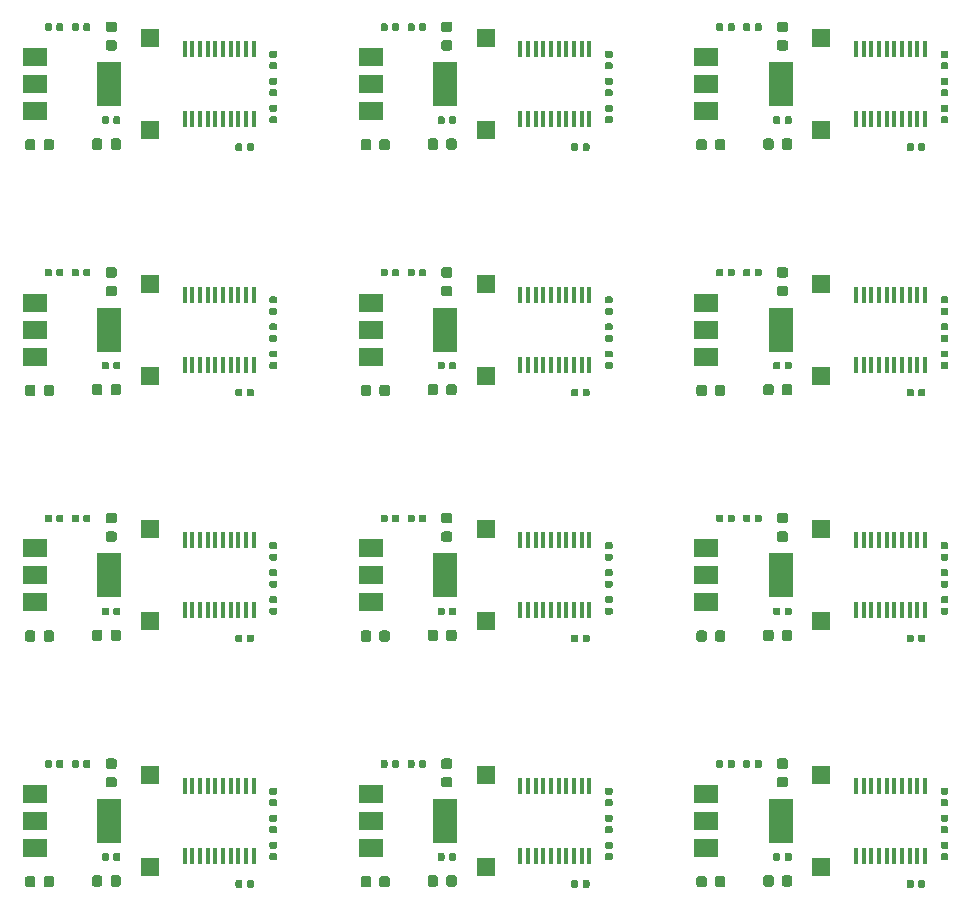
<source format=gbr>
G04 #@! TF.GenerationSoftware,KiCad,Pcbnew,(5.1.5)-2*
G04 #@! TF.CreationDate,2020-08-21T18:58:50+01:00*
G04 #@! TF.ProjectId,STM8S003F3_panel,53544d38-5330-4303-9346-335f70616e65,rev?*
G04 #@! TF.SameCoordinates,Original*
G04 #@! TF.FileFunction,Paste,Top*
G04 #@! TF.FilePolarity,Positive*
%FSLAX46Y46*%
G04 Gerber Fmt 4.6, Leading zero omitted, Abs format (unit mm)*
G04 Created by KiCad (PCBNEW (5.1.5)-2) date 2020-08-21 18:58:50*
%MOMM*%
%LPD*%
G04 APERTURE LIST*
%ADD10C,0.100000*%
%ADD11R,2.000000X1.500000*%
%ADD12R,2.000000X3.800000*%
%ADD13R,0.450000X1.450000*%
%ADD14R,1.500000X1.500000*%
G04 APERTURE END LIST*
D10*
G36*
X191630558Y-121042810D02*
G01*
X191644876Y-121044934D01*
X191658917Y-121048451D01*
X191672546Y-121053328D01*
X191685631Y-121059517D01*
X191698047Y-121066958D01*
X191709673Y-121075581D01*
X191720398Y-121085302D01*
X191730119Y-121096027D01*
X191738742Y-121107653D01*
X191746183Y-121120069D01*
X191752372Y-121133154D01*
X191757249Y-121146783D01*
X191760766Y-121160824D01*
X191762890Y-121175142D01*
X191763600Y-121189600D01*
X191763600Y-121484600D01*
X191762890Y-121499058D01*
X191760766Y-121513376D01*
X191757249Y-121527417D01*
X191752372Y-121541046D01*
X191746183Y-121554131D01*
X191738742Y-121566547D01*
X191730119Y-121578173D01*
X191720398Y-121588898D01*
X191709673Y-121598619D01*
X191698047Y-121607242D01*
X191685631Y-121614683D01*
X191672546Y-121620872D01*
X191658917Y-121625749D01*
X191644876Y-121629266D01*
X191630558Y-121631390D01*
X191616100Y-121632100D01*
X191271100Y-121632100D01*
X191256642Y-121631390D01*
X191242324Y-121629266D01*
X191228283Y-121625749D01*
X191214654Y-121620872D01*
X191201569Y-121614683D01*
X191189153Y-121607242D01*
X191177527Y-121598619D01*
X191166802Y-121588898D01*
X191157081Y-121578173D01*
X191148458Y-121566547D01*
X191141017Y-121554131D01*
X191134828Y-121541046D01*
X191129951Y-121527417D01*
X191126434Y-121513376D01*
X191124310Y-121499058D01*
X191123600Y-121484600D01*
X191123600Y-121189600D01*
X191124310Y-121175142D01*
X191126434Y-121160824D01*
X191129951Y-121146783D01*
X191134828Y-121133154D01*
X191141017Y-121120069D01*
X191148458Y-121107653D01*
X191157081Y-121096027D01*
X191166802Y-121085302D01*
X191177527Y-121075581D01*
X191189153Y-121066958D01*
X191201569Y-121059517D01*
X191214654Y-121053328D01*
X191228283Y-121048451D01*
X191242324Y-121044934D01*
X191256642Y-121042810D01*
X191271100Y-121042100D01*
X191616100Y-121042100D01*
X191630558Y-121042810D01*
G37*
G36*
X191630558Y-122012810D02*
G01*
X191644876Y-122014934D01*
X191658917Y-122018451D01*
X191672546Y-122023328D01*
X191685631Y-122029517D01*
X191698047Y-122036958D01*
X191709673Y-122045581D01*
X191720398Y-122055302D01*
X191730119Y-122066027D01*
X191738742Y-122077653D01*
X191746183Y-122090069D01*
X191752372Y-122103154D01*
X191757249Y-122116783D01*
X191760766Y-122130824D01*
X191762890Y-122145142D01*
X191763600Y-122159600D01*
X191763600Y-122454600D01*
X191762890Y-122469058D01*
X191760766Y-122483376D01*
X191757249Y-122497417D01*
X191752372Y-122511046D01*
X191746183Y-122524131D01*
X191738742Y-122536547D01*
X191730119Y-122548173D01*
X191720398Y-122558898D01*
X191709673Y-122568619D01*
X191698047Y-122577242D01*
X191685631Y-122584683D01*
X191672546Y-122590872D01*
X191658917Y-122595749D01*
X191644876Y-122599266D01*
X191630558Y-122601390D01*
X191616100Y-122602100D01*
X191271100Y-122602100D01*
X191256642Y-122601390D01*
X191242324Y-122599266D01*
X191228283Y-122595749D01*
X191214654Y-122590872D01*
X191201569Y-122584683D01*
X191189153Y-122577242D01*
X191177527Y-122568619D01*
X191166802Y-122558898D01*
X191157081Y-122548173D01*
X191148458Y-122536547D01*
X191141017Y-122524131D01*
X191134828Y-122511046D01*
X191129951Y-122497417D01*
X191126434Y-122483376D01*
X191124310Y-122469058D01*
X191123600Y-122454600D01*
X191123600Y-122159600D01*
X191124310Y-122145142D01*
X191126434Y-122130824D01*
X191129951Y-122116783D01*
X191134828Y-122103154D01*
X191141017Y-122090069D01*
X191148458Y-122077653D01*
X191157081Y-122066027D01*
X191166802Y-122055302D01*
X191177527Y-122045581D01*
X191189153Y-122036958D01*
X191201569Y-122029517D01*
X191214654Y-122023328D01*
X191228283Y-122018451D01*
X191242324Y-122014934D01*
X191256642Y-122012810D01*
X191271100Y-122012100D01*
X191616100Y-122012100D01*
X191630558Y-122012810D01*
G37*
G36*
X163214558Y-121042810D02*
G01*
X163228876Y-121044934D01*
X163242917Y-121048451D01*
X163256546Y-121053328D01*
X163269631Y-121059517D01*
X163282047Y-121066958D01*
X163293673Y-121075581D01*
X163304398Y-121085302D01*
X163314119Y-121096027D01*
X163322742Y-121107653D01*
X163330183Y-121120069D01*
X163336372Y-121133154D01*
X163341249Y-121146783D01*
X163344766Y-121160824D01*
X163346890Y-121175142D01*
X163347600Y-121189600D01*
X163347600Y-121484600D01*
X163346890Y-121499058D01*
X163344766Y-121513376D01*
X163341249Y-121527417D01*
X163336372Y-121541046D01*
X163330183Y-121554131D01*
X163322742Y-121566547D01*
X163314119Y-121578173D01*
X163304398Y-121588898D01*
X163293673Y-121598619D01*
X163282047Y-121607242D01*
X163269631Y-121614683D01*
X163256546Y-121620872D01*
X163242917Y-121625749D01*
X163228876Y-121629266D01*
X163214558Y-121631390D01*
X163200100Y-121632100D01*
X162855100Y-121632100D01*
X162840642Y-121631390D01*
X162826324Y-121629266D01*
X162812283Y-121625749D01*
X162798654Y-121620872D01*
X162785569Y-121614683D01*
X162773153Y-121607242D01*
X162761527Y-121598619D01*
X162750802Y-121588898D01*
X162741081Y-121578173D01*
X162732458Y-121566547D01*
X162725017Y-121554131D01*
X162718828Y-121541046D01*
X162713951Y-121527417D01*
X162710434Y-121513376D01*
X162708310Y-121499058D01*
X162707600Y-121484600D01*
X162707600Y-121189600D01*
X162708310Y-121175142D01*
X162710434Y-121160824D01*
X162713951Y-121146783D01*
X162718828Y-121133154D01*
X162725017Y-121120069D01*
X162732458Y-121107653D01*
X162741081Y-121096027D01*
X162750802Y-121085302D01*
X162761527Y-121075581D01*
X162773153Y-121066958D01*
X162785569Y-121059517D01*
X162798654Y-121053328D01*
X162812283Y-121048451D01*
X162826324Y-121044934D01*
X162840642Y-121042810D01*
X162855100Y-121042100D01*
X163200100Y-121042100D01*
X163214558Y-121042810D01*
G37*
G36*
X163214558Y-122012810D02*
G01*
X163228876Y-122014934D01*
X163242917Y-122018451D01*
X163256546Y-122023328D01*
X163269631Y-122029517D01*
X163282047Y-122036958D01*
X163293673Y-122045581D01*
X163304398Y-122055302D01*
X163314119Y-122066027D01*
X163322742Y-122077653D01*
X163330183Y-122090069D01*
X163336372Y-122103154D01*
X163341249Y-122116783D01*
X163344766Y-122130824D01*
X163346890Y-122145142D01*
X163347600Y-122159600D01*
X163347600Y-122454600D01*
X163346890Y-122469058D01*
X163344766Y-122483376D01*
X163341249Y-122497417D01*
X163336372Y-122511046D01*
X163330183Y-122524131D01*
X163322742Y-122536547D01*
X163314119Y-122548173D01*
X163304398Y-122558898D01*
X163293673Y-122568619D01*
X163282047Y-122577242D01*
X163269631Y-122584683D01*
X163256546Y-122590872D01*
X163242917Y-122595749D01*
X163228876Y-122599266D01*
X163214558Y-122601390D01*
X163200100Y-122602100D01*
X162855100Y-122602100D01*
X162840642Y-122601390D01*
X162826324Y-122599266D01*
X162812283Y-122595749D01*
X162798654Y-122590872D01*
X162785569Y-122584683D01*
X162773153Y-122577242D01*
X162761527Y-122568619D01*
X162750802Y-122558898D01*
X162741081Y-122548173D01*
X162732458Y-122536547D01*
X162725017Y-122524131D01*
X162718828Y-122511046D01*
X162713951Y-122497417D01*
X162710434Y-122483376D01*
X162708310Y-122469058D01*
X162707600Y-122454600D01*
X162707600Y-122159600D01*
X162708310Y-122145142D01*
X162710434Y-122130824D01*
X162713951Y-122116783D01*
X162718828Y-122103154D01*
X162725017Y-122090069D01*
X162732458Y-122077653D01*
X162741081Y-122066027D01*
X162750802Y-122055302D01*
X162761527Y-122045581D01*
X162773153Y-122036958D01*
X162785569Y-122029517D01*
X162798654Y-122023328D01*
X162812283Y-122018451D01*
X162826324Y-122014934D01*
X162840642Y-122012810D01*
X162855100Y-122012100D01*
X163200100Y-122012100D01*
X163214558Y-122012810D01*
G37*
G36*
X134798558Y-121042810D02*
G01*
X134812876Y-121044934D01*
X134826917Y-121048451D01*
X134840546Y-121053328D01*
X134853631Y-121059517D01*
X134866047Y-121066958D01*
X134877673Y-121075581D01*
X134888398Y-121085302D01*
X134898119Y-121096027D01*
X134906742Y-121107653D01*
X134914183Y-121120069D01*
X134920372Y-121133154D01*
X134925249Y-121146783D01*
X134928766Y-121160824D01*
X134930890Y-121175142D01*
X134931600Y-121189600D01*
X134931600Y-121484600D01*
X134930890Y-121499058D01*
X134928766Y-121513376D01*
X134925249Y-121527417D01*
X134920372Y-121541046D01*
X134914183Y-121554131D01*
X134906742Y-121566547D01*
X134898119Y-121578173D01*
X134888398Y-121588898D01*
X134877673Y-121598619D01*
X134866047Y-121607242D01*
X134853631Y-121614683D01*
X134840546Y-121620872D01*
X134826917Y-121625749D01*
X134812876Y-121629266D01*
X134798558Y-121631390D01*
X134784100Y-121632100D01*
X134439100Y-121632100D01*
X134424642Y-121631390D01*
X134410324Y-121629266D01*
X134396283Y-121625749D01*
X134382654Y-121620872D01*
X134369569Y-121614683D01*
X134357153Y-121607242D01*
X134345527Y-121598619D01*
X134334802Y-121588898D01*
X134325081Y-121578173D01*
X134316458Y-121566547D01*
X134309017Y-121554131D01*
X134302828Y-121541046D01*
X134297951Y-121527417D01*
X134294434Y-121513376D01*
X134292310Y-121499058D01*
X134291600Y-121484600D01*
X134291600Y-121189600D01*
X134292310Y-121175142D01*
X134294434Y-121160824D01*
X134297951Y-121146783D01*
X134302828Y-121133154D01*
X134309017Y-121120069D01*
X134316458Y-121107653D01*
X134325081Y-121096027D01*
X134334802Y-121085302D01*
X134345527Y-121075581D01*
X134357153Y-121066958D01*
X134369569Y-121059517D01*
X134382654Y-121053328D01*
X134396283Y-121048451D01*
X134410324Y-121044934D01*
X134424642Y-121042810D01*
X134439100Y-121042100D01*
X134784100Y-121042100D01*
X134798558Y-121042810D01*
G37*
G36*
X134798558Y-122012810D02*
G01*
X134812876Y-122014934D01*
X134826917Y-122018451D01*
X134840546Y-122023328D01*
X134853631Y-122029517D01*
X134866047Y-122036958D01*
X134877673Y-122045581D01*
X134888398Y-122055302D01*
X134898119Y-122066027D01*
X134906742Y-122077653D01*
X134914183Y-122090069D01*
X134920372Y-122103154D01*
X134925249Y-122116783D01*
X134928766Y-122130824D01*
X134930890Y-122145142D01*
X134931600Y-122159600D01*
X134931600Y-122454600D01*
X134930890Y-122469058D01*
X134928766Y-122483376D01*
X134925249Y-122497417D01*
X134920372Y-122511046D01*
X134914183Y-122524131D01*
X134906742Y-122536547D01*
X134898119Y-122548173D01*
X134888398Y-122558898D01*
X134877673Y-122568619D01*
X134866047Y-122577242D01*
X134853631Y-122584683D01*
X134840546Y-122590872D01*
X134826917Y-122595749D01*
X134812876Y-122599266D01*
X134798558Y-122601390D01*
X134784100Y-122602100D01*
X134439100Y-122602100D01*
X134424642Y-122601390D01*
X134410324Y-122599266D01*
X134396283Y-122595749D01*
X134382654Y-122590872D01*
X134369569Y-122584683D01*
X134357153Y-122577242D01*
X134345527Y-122568619D01*
X134334802Y-122558898D01*
X134325081Y-122548173D01*
X134316458Y-122536547D01*
X134309017Y-122524131D01*
X134302828Y-122511046D01*
X134297951Y-122497417D01*
X134294434Y-122483376D01*
X134292310Y-122469058D01*
X134291600Y-122454600D01*
X134291600Y-122159600D01*
X134292310Y-122145142D01*
X134294434Y-122130824D01*
X134297951Y-122116783D01*
X134302828Y-122103154D01*
X134309017Y-122090069D01*
X134316458Y-122077653D01*
X134325081Y-122066027D01*
X134334802Y-122055302D01*
X134345527Y-122045581D01*
X134357153Y-122036958D01*
X134369569Y-122029517D01*
X134382654Y-122023328D01*
X134396283Y-122018451D01*
X134410324Y-122014934D01*
X134424642Y-122012810D01*
X134439100Y-122012100D01*
X134784100Y-122012100D01*
X134798558Y-122012810D01*
G37*
G36*
X191630558Y-100246810D02*
G01*
X191644876Y-100248934D01*
X191658917Y-100252451D01*
X191672546Y-100257328D01*
X191685631Y-100263517D01*
X191698047Y-100270958D01*
X191709673Y-100279581D01*
X191720398Y-100289302D01*
X191730119Y-100300027D01*
X191738742Y-100311653D01*
X191746183Y-100324069D01*
X191752372Y-100337154D01*
X191757249Y-100350783D01*
X191760766Y-100364824D01*
X191762890Y-100379142D01*
X191763600Y-100393600D01*
X191763600Y-100688600D01*
X191762890Y-100703058D01*
X191760766Y-100717376D01*
X191757249Y-100731417D01*
X191752372Y-100745046D01*
X191746183Y-100758131D01*
X191738742Y-100770547D01*
X191730119Y-100782173D01*
X191720398Y-100792898D01*
X191709673Y-100802619D01*
X191698047Y-100811242D01*
X191685631Y-100818683D01*
X191672546Y-100824872D01*
X191658917Y-100829749D01*
X191644876Y-100833266D01*
X191630558Y-100835390D01*
X191616100Y-100836100D01*
X191271100Y-100836100D01*
X191256642Y-100835390D01*
X191242324Y-100833266D01*
X191228283Y-100829749D01*
X191214654Y-100824872D01*
X191201569Y-100818683D01*
X191189153Y-100811242D01*
X191177527Y-100802619D01*
X191166802Y-100792898D01*
X191157081Y-100782173D01*
X191148458Y-100770547D01*
X191141017Y-100758131D01*
X191134828Y-100745046D01*
X191129951Y-100731417D01*
X191126434Y-100717376D01*
X191124310Y-100703058D01*
X191123600Y-100688600D01*
X191123600Y-100393600D01*
X191124310Y-100379142D01*
X191126434Y-100364824D01*
X191129951Y-100350783D01*
X191134828Y-100337154D01*
X191141017Y-100324069D01*
X191148458Y-100311653D01*
X191157081Y-100300027D01*
X191166802Y-100289302D01*
X191177527Y-100279581D01*
X191189153Y-100270958D01*
X191201569Y-100263517D01*
X191214654Y-100257328D01*
X191228283Y-100252451D01*
X191242324Y-100248934D01*
X191256642Y-100246810D01*
X191271100Y-100246100D01*
X191616100Y-100246100D01*
X191630558Y-100246810D01*
G37*
G36*
X191630558Y-101216810D02*
G01*
X191644876Y-101218934D01*
X191658917Y-101222451D01*
X191672546Y-101227328D01*
X191685631Y-101233517D01*
X191698047Y-101240958D01*
X191709673Y-101249581D01*
X191720398Y-101259302D01*
X191730119Y-101270027D01*
X191738742Y-101281653D01*
X191746183Y-101294069D01*
X191752372Y-101307154D01*
X191757249Y-101320783D01*
X191760766Y-101334824D01*
X191762890Y-101349142D01*
X191763600Y-101363600D01*
X191763600Y-101658600D01*
X191762890Y-101673058D01*
X191760766Y-101687376D01*
X191757249Y-101701417D01*
X191752372Y-101715046D01*
X191746183Y-101728131D01*
X191738742Y-101740547D01*
X191730119Y-101752173D01*
X191720398Y-101762898D01*
X191709673Y-101772619D01*
X191698047Y-101781242D01*
X191685631Y-101788683D01*
X191672546Y-101794872D01*
X191658917Y-101799749D01*
X191644876Y-101803266D01*
X191630558Y-101805390D01*
X191616100Y-101806100D01*
X191271100Y-101806100D01*
X191256642Y-101805390D01*
X191242324Y-101803266D01*
X191228283Y-101799749D01*
X191214654Y-101794872D01*
X191201569Y-101788683D01*
X191189153Y-101781242D01*
X191177527Y-101772619D01*
X191166802Y-101762898D01*
X191157081Y-101752173D01*
X191148458Y-101740547D01*
X191141017Y-101728131D01*
X191134828Y-101715046D01*
X191129951Y-101701417D01*
X191126434Y-101687376D01*
X191124310Y-101673058D01*
X191123600Y-101658600D01*
X191123600Y-101363600D01*
X191124310Y-101349142D01*
X191126434Y-101334824D01*
X191129951Y-101320783D01*
X191134828Y-101307154D01*
X191141017Y-101294069D01*
X191148458Y-101281653D01*
X191157081Y-101270027D01*
X191166802Y-101259302D01*
X191177527Y-101249581D01*
X191189153Y-101240958D01*
X191201569Y-101233517D01*
X191214654Y-101227328D01*
X191228283Y-101222451D01*
X191242324Y-101218934D01*
X191256642Y-101216810D01*
X191271100Y-101216100D01*
X191616100Y-101216100D01*
X191630558Y-101216810D01*
G37*
G36*
X163214558Y-100246810D02*
G01*
X163228876Y-100248934D01*
X163242917Y-100252451D01*
X163256546Y-100257328D01*
X163269631Y-100263517D01*
X163282047Y-100270958D01*
X163293673Y-100279581D01*
X163304398Y-100289302D01*
X163314119Y-100300027D01*
X163322742Y-100311653D01*
X163330183Y-100324069D01*
X163336372Y-100337154D01*
X163341249Y-100350783D01*
X163344766Y-100364824D01*
X163346890Y-100379142D01*
X163347600Y-100393600D01*
X163347600Y-100688600D01*
X163346890Y-100703058D01*
X163344766Y-100717376D01*
X163341249Y-100731417D01*
X163336372Y-100745046D01*
X163330183Y-100758131D01*
X163322742Y-100770547D01*
X163314119Y-100782173D01*
X163304398Y-100792898D01*
X163293673Y-100802619D01*
X163282047Y-100811242D01*
X163269631Y-100818683D01*
X163256546Y-100824872D01*
X163242917Y-100829749D01*
X163228876Y-100833266D01*
X163214558Y-100835390D01*
X163200100Y-100836100D01*
X162855100Y-100836100D01*
X162840642Y-100835390D01*
X162826324Y-100833266D01*
X162812283Y-100829749D01*
X162798654Y-100824872D01*
X162785569Y-100818683D01*
X162773153Y-100811242D01*
X162761527Y-100802619D01*
X162750802Y-100792898D01*
X162741081Y-100782173D01*
X162732458Y-100770547D01*
X162725017Y-100758131D01*
X162718828Y-100745046D01*
X162713951Y-100731417D01*
X162710434Y-100717376D01*
X162708310Y-100703058D01*
X162707600Y-100688600D01*
X162707600Y-100393600D01*
X162708310Y-100379142D01*
X162710434Y-100364824D01*
X162713951Y-100350783D01*
X162718828Y-100337154D01*
X162725017Y-100324069D01*
X162732458Y-100311653D01*
X162741081Y-100300027D01*
X162750802Y-100289302D01*
X162761527Y-100279581D01*
X162773153Y-100270958D01*
X162785569Y-100263517D01*
X162798654Y-100257328D01*
X162812283Y-100252451D01*
X162826324Y-100248934D01*
X162840642Y-100246810D01*
X162855100Y-100246100D01*
X163200100Y-100246100D01*
X163214558Y-100246810D01*
G37*
G36*
X163214558Y-101216810D02*
G01*
X163228876Y-101218934D01*
X163242917Y-101222451D01*
X163256546Y-101227328D01*
X163269631Y-101233517D01*
X163282047Y-101240958D01*
X163293673Y-101249581D01*
X163304398Y-101259302D01*
X163314119Y-101270027D01*
X163322742Y-101281653D01*
X163330183Y-101294069D01*
X163336372Y-101307154D01*
X163341249Y-101320783D01*
X163344766Y-101334824D01*
X163346890Y-101349142D01*
X163347600Y-101363600D01*
X163347600Y-101658600D01*
X163346890Y-101673058D01*
X163344766Y-101687376D01*
X163341249Y-101701417D01*
X163336372Y-101715046D01*
X163330183Y-101728131D01*
X163322742Y-101740547D01*
X163314119Y-101752173D01*
X163304398Y-101762898D01*
X163293673Y-101772619D01*
X163282047Y-101781242D01*
X163269631Y-101788683D01*
X163256546Y-101794872D01*
X163242917Y-101799749D01*
X163228876Y-101803266D01*
X163214558Y-101805390D01*
X163200100Y-101806100D01*
X162855100Y-101806100D01*
X162840642Y-101805390D01*
X162826324Y-101803266D01*
X162812283Y-101799749D01*
X162798654Y-101794872D01*
X162785569Y-101788683D01*
X162773153Y-101781242D01*
X162761527Y-101772619D01*
X162750802Y-101762898D01*
X162741081Y-101752173D01*
X162732458Y-101740547D01*
X162725017Y-101728131D01*
X162718828Y-101715046D01*
X162713951Y-101701417D01*
X162710434Y-101687376D01*
X162708310Y-101673058D01*
X162707600Y-101658600D01*
X162707600Y-101363600D01*
X162708310Y-101349142D01*
X162710434Y-101334824D01*
X162713951Y-101320783D01*
X162718828Y-101307154D01*
X162725017Y-101294069D01*
X162732458Y-101281653D01*
X162741081Y-101270027D01*
X162750802Y-101259302D01*
X162761527Y-101249581D01*
X162773153Y-101240958D01*
X162785569Y-101233517D01*
X162798654Y-101227328D01*
X162812283Y-101222451D01*
X162826324Y-101218934D01*
X162840642Y-101216810D01*
X162855100Y-101216100D01*
X163200100Y-101216100D01*
X163214558Y-101216810D01*
G37*
G36*
X134798558Y-100246810D02*
G01*
X134812876Y-100248934D01*
X134826917Y-100252451D01*
X134840546Y-100257328D01*
X134853631Y-100263517D01*
X134866047Y-100270958D01*
X134877673Y-100279581D01*
X134888398Y-100289302D01*
X134898119Y-100300027D01*
X134906742Y-100311653D01*
X134914183Y-100324069D01*
X134920372Y-100337154D01*
X134925249Y-100350783D01*
X134928766Y-100364824D01*
X134930890Y-100379142D01*
X134931600Y-100393600D01*
X134931600Y-100688600D01*
X134930890Y-100703058D01*
X134928766Y-100717376D01*
X134925249Y-100731417D01*
X134920372Y-100745046D01*
X134914183Y-100758131D01*
X134906742Y-100770547D01*
X134898119Y-100782173D01*
X134888398Y-100792898D01*
X134877673Y-100802619D01*
X134866047Y-100811242D01*
X134853631Y-100818683D01*
X134840546Y-100824872D01*
X134826917Y-100829749D01*
X134812876Y-100833266D01*
X134798558Y-100835390D01*
X134784100Y-100836100D01*
X134439100Y-100836100D01*
X134424642Y-100835390D01*
X134410324Y-100833266D01*
X134396283Y-100829749D01*
X134382654Y-100824872D01*
X134369569Y-100818683D01*
X134357153Y-100811242D01*
X134345527Y-100802619D01*
X134334802Y-100792898D01*
X134325081Y-100782173D01*
X134316458Y-100770547D01*
X134309017Y-100758131D01*
X134302828Y-100745046D01*
X134297951Y-100731417D01*
X134294434Y-100717376D01*
X134292310Y-100703058D01*
X134291600Y-100688600D01*
X134291600Y-100393600D01*
X134292310Y-100379142D01*
X134294434Y-100364824D01*
X134297951Y-100350783D01*
X134302828Y-100337154D01*
X134309017Y-100324069D01*
X134316458Y-100311653D01*
X134325081Y-100300027D01*
X134334802Y-100289302D01*
X134345527Y-100279581D01*
X134357153Y-100270958D01*
X134369569Y-100263517D01*
X134382654Y-100257328D01*
X134396283Y-100252451D01*
X134410324Y-100248934D01*
X134424642Y-100246810D01*
X134439100Y-100246100D01*
X134784100Y-100246100D01*
X134798558Y-100246810D01*
G37*
G36*
X134798558Y-101216810D02*
G01*
X134812876Y-101218934D01*
X134826917Y-101222451D01*
X134840546Y-101227328D01*
X134853631Y-101233517D01*
X134866047Y-101240958D01*
X134877673Y-101249581D01*
X134888398Y-101259302D01*
X134898119Y-101270027D01*
X134906742Y-101281653D01*
X134914183Y-101294069D01*
X134920372Y-101307154D01*
X134925249Y-101320783D01*
X134928766Y-101334824D01*
X134930890Y-101349142D01*
X134931600Y-101363600D01*
X134931600Y-101658600D01*
X134930890Y-101673058D01*
X134928766Y-101687376D01*
X134925249Y-101701417D01*
X134920372Y-101715046D01*
X134914183Y-101728131D01*
X134906742Y-101740547D01*
X134898119Y-101752173D01*
X134888398Y-101762898D01*
X134877673Y-101772619D01*
X134866047Y-101781242D01*
X134853631Y-101788683D01*
X134840546Y-101794872D01*
X134826917Y-101799749D01*
X134812876Y-101803266D01*
X134798558Y-101805390D01*
X134784100Y-101806100D01*
X134439100Y-101806100D01*
X134424642Y-101805390D01*
X134410324Y-101803266D01*
X134396283Y-101799749D01*
X134382654Y-101794872D01*
X134369569Y-101788683D01*
X134357153Y-101781242D01*
X134345527Y-101772619D01*
X134334802Y-101762898D01*
X134325081Y-101752173D01*
X134316458Y-101740547D01*
X134309017Y-101728131D01*
X134302828Y-101715046D01*
X134297951Y-101701417D01*
X134294434Y-101687376D01*
X134292310Y-101673058D01*
X134291600Y-101658600D01*
X134291600Y-101363600D01*
X134292310Y-101349142D01*
X134294434Y-101334824D01*
X134297951Y-101320783D01*
X134302828Y-101307154D01*
X134309017Y-101294069D01*
X134316458Y-101281653D01*
X134325081Y-101270027D01*
X134334802Y-101259302D01*
X134345527Y-101249581D01*
X134357153Y-101240958D01*
X134369569Y-101233517D01*
X134382654Y-101227328D01*
X134396283Y-101222451D01*
X134410324Y-101218934D01*
X134424642Y-101216810D01*
X134439100Y-101216100D01*
X134784100Y-101216100D01*
X134798558Y-101216810D01*
G37*
G36*
X191630558Y-79450810D02*
G01*
X191644876Y-79452934D01*
X191658917Y-79456451D01*
X191672546Y-79461328D01*
X191685631Y-79467517D01*
X191698047Y-79474958D01*
X191709673Y-79483581D01*
X191720398Y-79493302D01*
X191730119Y-79504027D01*
X191738742Y-79515653D01*
X191746183Y-79528069D01*
X191752372Y-79541154D01*
X191757249Y-79554783D01*
X191760766Y-79568824D01*
X191762890Y-79583142D01*
X191763600Y-79597600D01*
X191763600Y-79892600D01*
X191762890Y-79907058D01*
X191760766Y-79921376D01*
X191757249Y-79935417D01*
X191752372Y-79949046D01*
X191746183Y-79962131D01*
X191738742Y-79974547D01*
X191730119Y-79986173D01*
X191720398Y-79996898D01*
X191709673Y-80006619D01*
X191698047Y-80015242D01*
X191685631Y-80022683D01*
X191672546Y-80028872D01*
X191658917Y-80033749D01*
X191644876Y-80037266D01*
X191630558Y-80039390D01*
X191616100Y-80040100D01*
X191271100Y-80040100D01*
X191256642Y-80039390D01*
X191242324Y-80037266D01*
X191228283Y-80033749D01*
X191214654Y-80028872D01*
X191201569Y-80022683D01*
X191189153Y-80015242D01*
X191177527Y-80006619D01*
X191166802Y-79996898D01*
X191157081Y-79986173D01*
X191148458Y-79974547D01*
X191141017Y-79962131D01*
X191134828Y-79949046D01*
X191129951Y-79935417D01*
X191126434Y-79921376D01*
X191124310Y-79907058D01*
X191123600Y-79892600D01*
X191123600Y-79597600D01*
X191124310Y-79583142D01*
X191126434Y-79568824D01*
X191129951Y-79554783D01*
X191134828Y-79541154D01*
X191141017Y-79528069D01*
X191148458Y-79515653D01*
X191157081Y-79504027D01*
X191166802Y-79493302D01*
X191177527Y-79483581D01*
X191189153Y-79474958D01*
X191201569Y-79467517D01*
X191214654Y-79461328D01*
X191228283Y-79456451D01*
X191242324Y-79452934D01*
X191256642Y-79450810D01*
X191271100Y-79450100D01*
X191616100Y-79450100D01*
X191630558Y-79450810D01*
G37*
G36*
X191630558Y-80420810D02*
G01*
X191644876Y-80422934D01*
X191658917Y-80426451D01*
X191672546Y-80431328D01*
X191685631Y-80437517D01*
X191698047Y-80444958D01*
X191709673Y-80453581D01*
X191720398Y-80463302D01*
X191730119Y-80474027D01*
X191738742Y-80485653D01*
X191746183Y-80498069D01*
X191752372Y-80511154D01*
X191757249Y-80524783D01*
X191760766Y-80538824D01*
X191762890Y-80553142D01*
X191763600Y-80567600D01*
X191763600Y-80862600D01*
X191762890Y-80877058D01*
X191760766Y-80891376D01*
X191757249Y-80905417D01*
X191752372Y-80919046D01*
X191746183Y-80932131D01*
X191738742Y-80944547D01*
X191730119Y-80956173D01*
X191720398Y-80966898D01*
X191709673Y-80976619D01*
X191698047Y-80985242D01*
X191685631Y-80992683D01*
X191672546Y-80998872D01*
X191658917Y-81003749D01*
X191644876Y-81007266D01*
X191630558Y-81009390D01*
X191616100Y-81010100D01*
X191271100Y-81010100D01*
X191256642Y-81009390D01*
X191242324Y-81007266D01*
X191228283Y-81003749D01*
X191214654Y-80998872D01*
X191201569Y-80992683D01*
X191189153Y-80985242D01*
X191177527Y-80976619D01*
X191166802Y-80966898D01*
X191157081Y-80956173D01*
X191148458Y-80944547D01*
X191141017Y-80932131D01*
X191134828Y-80919046D01*
X191129951Y-80905417D01*
X191126434Y-80891376D01*
X191124310Y-80877058D01*
X191123600Y-80862600D01*
X191123600Y-80567600D01*
X191124310Y-80553142D01*
X191126434Y-80538824D01*
X191129951Y-80524783D01*
X191134828Y-80511154D01*
X191141017Y-80498069D01*
X191148458Y-80485653D01*
X191157081Y-80474027D01*
X191166802Y-80463302D01*
X191177527Y-80453581D01*
X191189153Y-80444958D01*
X191201569Y-80437517D01*
X191214654Y-80431328D01*
X191228283Y-80426451D01*
X191242324Y-80422934D01*
X191256642Y-80420810D01*
X191271100Y-80420100D01*
X191616100Y-80420100D01*
X191630558Y-80420810D01*
G37*
G36*
X163214558Y-79450810D02*
G01*
X163228876Y-79452934D01*
X163242917Y-79456451D01*
X163256546Y-79461328D01*
X163269631Y-79467517D01*
X163282047Y-79474958D01*
X163293673Y-79483581D01*
X163304398Y-79493302D01*
X163314119Y-79504027D01*
X163322742Y-79515653D01*
X163330183Y-79528069D01*
X163336372Y-79541154D01*
X163341249Y-79554783D01*
X163344766Y-79568824D01*
X163346890Y-79583142D01*
X163347600Y-79597600D01*
X163347600Y-79892600D01*
X163346890Y-79907058D01*
X163344766Y-79921376D01*
X163341249Y-79935417D01*
X163336372Y-79949046D01*
X163330183Y-79962131D01*
X163322742Y-79974547D01*
X163314119Y-79986173D01*
X163304398Y-79996898D01*
X163293673Y-80006619D01*
X163282047Y-80015242D01*
X163269631Y-80022683D01*
X163256546Y-80028872D01*
X163242917Y-80033749D01*
X163228876Y-80037266D01*
X163214558Y-80039390D01*
X163200100Y-80040100D01*
X162855100Y-80040100D01*
X162840642Y-80039390D01*
X162826324Y-80037266D01*
X162812283Y-80033749D01*
X162798654Y-80028872D01*
X162785569Y-80022683D01*
X162773153Y-80015242D01*
X162761527Y-80006619D01*
X162750802Y-79996898D01*
X162741081Y-79986173D01*
X162732458Y-79974547D01*
X162725017Y-79962131D01*
X162718828Y-79949046D01*
X162713951Y-79935417D01*
X162710434Y-79921376D01*
X162708310Y-79907058D01*
X162707600Y-79892600D01*
X162707600Y-79597600D01*
X162708310Y-79583142D01*
X162710434Y-79568824D01*
X162713951Y-79554783D01*
X162718828Y-79541154D01*
X162725017Y-79528069D01*
X162732458Y-79515653D01*
X162741081Y-79504027D01*
X162750802Y-79493302D01*
X162761527Y-79483581D01*
X162773153Y-79474958D01*
X162785569Y-79467517D01*
X162798654Y-79461328D01*
X162812283Y-79456451D01*
X162826324Y-79452934D01*
X162840642Y-79450810D01*
X162855100Y-79450100D01*
X163200100Y-79450100D01*
X163214558Y-79450810D01*
G37*
G36*
X163214558Y-80420810D02*
G01*
X163228876Y-80422934D01*
X163242917Y-80426451D01*
X163256546Y-80431328D01*
X163269631Y-80437517D01*
X163282047Y-80444958D01*
X163293673Y-80453581D01*
X163304398Y-80463302D01*
X163314119Y-80474027D01*
X163322742Y-80485653D01*
X163330183Y-80498069D01*
X163336372Y-80511154D01*
X163341249Y-80524783D01*
X163344766Y-80538824D01*
X163346890Y-80553142D01*
X163347600Y-80567600D01*
X163347600Y-80862600D01*
X163346890Y-80877058D01*
X163344766Y-80891376D01*
X163341249Y-80905417D01*
X163336372Y-80919046D01*
X163330183Y-80932131D01*
X163322742Y-80944547D01*
X163314119Y-80956173D01*
X163304398Y-80966898D01*
X163293673Y-80976619D01*
X163282047Y-80985242D01*
X163269631Y-80992683D01*
X163256546Y-80998872D01*
X163242917Y-81003749D01*
X163228876Y-81007266D01*
X163214558Y-81009390D01*
X163200100Y-81010100D01*
X162855100Y-81010100D01*
X162840642Y-81009390D01*
X162826324Y-81007266D01*
X162812283Y-81003749D01*
X162798654Y-80998872D01*
X162785569Y-80992683D01*
X162773153Y-80985242D01*
X162761527Y-80976619D01*
X162750802Y-80966898D01*
X162741081Y-80956173D01*
X162732458Y-80944547D01*
X162725017Y-80932131D01*
X162718828Y-80919046D01*
X162713951Y-80905417D01*
X162710434Y-80891376D01*
X162708310Y-80877058D01*
X162707600Y-80862600D01*
X162707600Y-80567600D01*
X162708310Y-80553142D01*
X162710434Y-80538824D01*
X162713951Y-80524783D01*
X162718828Y-80511154D01*
X162725017Y-80498069D01*
X162732458Y-80485653D01*
X162741081Y-80474027D01*
X162750802Y-80463302D01*
X162761527Y-80453581D01*
X162773153Y-80444958D01*
X162785569Y-80437517D01*
X162798654Y-80431328D01*
X162812283Y-80426451D01*
X162826324Y-80422934D01*
X162840642Y-80420810D01*
X162855100Y-80420100D01*
X163200100Y-80420100D01*
X163214558Y-80420810D01*
G37*
G36*
X134798558Y-79450810D02*
G01*
X134812876Y-79452934D01*
X134826917Y-79456451D01*
X134840546Y-79461328D01*
X134853631Y-79467517D01*
X134866047Y-79474958D01*
X134877673Y-79483581D01*
X134888398Y-79493302D01*
X134898119Y-79504027D01*
X134906742Y-79515653D01*
X134914183Y-79528069D01*
X134920372Y-79541154D01*
X134925249Y-79554783D01*
X134928766Y-79568824D01*
X134930890Y-79583142D01*
X134931600Y-79597600D01*
X134931600Y-79892600D01*
X134930890Y-79907058D01*
X134928766Y-79921376D01*
X134925249Y-79935417D01*
X134920372Y-79949046D01*
X134914183Y-79962131D01*
X134906742Y-79974547D01*
X134898119Y-79986173D01*
X134888398Y-79996898D01*
X134877673Y-80006619D01*
X134866047Y-80015242D01*
X134853631Y-80022683D01*
X134840546Y-80028872D01*
X134826917Y-80033749D01*
X134812876Y-80037266D01*
X134798558Y-80039390D01*
X134784100Y-80040100D01*
X134439100Y-80040100D01*
X134424642Y-80039390D01*
X134410324Y-80037266D01*
X134396283Y-80033749D01*
X134382654Y-80028872D01*
X134369569Y-80022683D01*
X134357153Y-80015242D01*
X134345527Y-80006619D01*
X134334802Y-79996898D01*
X134325081Y-79986173D01*
X134316458Y-79974547D01*
X134309017Y-79962131D01*
X134302828Y-79949046D01*
X134297951Y-79935417D01*
X134294434Y-79921376D01*
X134292310Y-79907058D01*
X134291600Y-79892600D01*
X134291600Y-79597600D01*
X134292310Y-79583142D01*
X134294434Y-79568824D01*
X134297951Y-79554783D01*
X134302828Y-79541154D01*
X134309017Y-79528069D01*
X134316458Y-79515653D01*
X134325081Y-79504027D01*
X134334802Y-79493302D01*
X134345527Y-79483581D01*
X134357153Y-79474958D01*
X134369569Y-79467517D01*
X134382654Y-79461328D01*
X134396283Y-79456451D01*
X134410324Y-79452934D01*
X134424642Y-79450810D01*
X134439100Y-79450100D01*
X134784100Y-79450100D01*
X134798558Y-79450810D01*
G37*
G36*
X134798558Y-80420810D02*
G01*
X134812876Y-80422934D01*
X134826917Y-80426451D01*
X134840546Y-80431328D01*
X134853631Y-80437517D01*
X134866047Y-80444958D01*
X134877673Y-80453581D01*
X134888398Y-80463302D01*
X134898119Y-80474027D01*
X134906742Y-80485653D01*
X134914183Y-80498069D01*
X134920372Y-80511154D01*
X134925249Y-80524783D01*
X134928766Y-80538824D01*
X134930890Y-80553142D01*
X134931600Y-80567600D01*
X134931600Y-80862600D01*
X134930890Y-80877058D01*
X134928766Y-80891376D01*
X134925249Y-80905417D01*
X134920372Y-80919046D01*
X134914183Y-80932131D01*
X134906742Y-80944547D01*
X134898119Y-80956173D01*
X134888398Y-80966898D01*
X134877673Y-80976619D01*
X134866047Y-80985242D01*
X134853631Y-80992683D01*
X134840546Y-80998872D01*
X134826917Y-81003749D01*
X134812876Y-81007266D01*
X134798558Y-81009390D01*
X134784100Y-81010100D01*
X134439100Y-81010100D01*
X134424642Y-81009390D01*
X134410324Y-81007266D01*
X134396283Y-81003749D01*
X134382654Y-80998872D01*
X134369569Y-80992683D01*
X134357153Y-80985242D01*
X134345527Y-80976619D01*
X134334802Y-80966898D01*
X134325081Y-80956173D01*
X134316458Y-80944547D01*
X134309017Y-80932131D01*
X134302828Y-80919046D01*
X134297951Y-80905417D01*
X134294434Y-80891376D01*
X134292310Y-80877058D01*
X134291600Y-80862600D01*
X134291600Y-80567600D01*
X134292310Y-80553142D01*
X134294434Y-80538824D01*
X134297951Y-80524783D01*
X134302828Y-80511154D01*
X134309017Y-80498069D01*
X134316458Y-80485653D01*
X134325081Y-80474027D01*
X134334802Y-80463302D01*
X134345527Y-80453581D01*
X134357153Y-80444958D01*
X134369569Y-80437517D01*
X134382654Y-80431328D01*
X134396283Y-80426451D01*
X134410324Y-80422934D01*
X134424642Y-80420810D01*
X134439100Y-80420100D01*
X134784100Y-80420100D01*
X134798558Y-80420810D01*
G37*
G36*
X191630558Y-58654810D02*
G01*
X191644876Y-58656934D01*
X191658917Y-58660451D01*
X191672546Y-58665328D01*
X191685631Y-58671517D01*
X191698047Y-58678958D01*
X191709673Y-58687581D01*
X191720398Y-58697302D01*
X191730119Y-58708027D01*
X191738742Y-58719653D01*
X191746183Y-58732069D01*
X191752372Y-58745154D01*
X191757249Y-58758783D01*
X191760766Y-58772824D01*
X191762890Y-58787142D01*
X191763600Y-58801600D01*
X191763600Y-59096600D01*
X191762890Y-59111058D01*
X191760766Y-59125376D01*
X191757249Y-59139417D01*
X191752372Y-59153046D01*
X191746183Y-59166131D01*
X191738742Y-59178547D01*
X191730119Y-59190173D01*
X191720398Y-59200898D01*
X191709673Y-59210619D01*
X191698047Y-59219242D01*
X191685631Y-59226683D01*
X191672546Y-59232872D01*
X191658917Y-59237749D01*
X191644876Y-59241266D01*
X191630558Y-59243390D01*
X191616100Y-59244100D01*
X191271100Y-59244100D01*
X191256642Y-59243390D01*
X191242324Y-59241266D01*
X191228283Y-59237749D01*
X191214654Y-59232872D01*
X191201569Y-59226683D01*
X191189153Y-59219242D01*
X191177527Y-59210619D01*
X191166802Y-59200898D01*
X191157081Y-59190173D01*
X191148458Y-59178547D01*
X191141017Y-59166131D01*
X191134828Y-59153046D01*
X191129951Y-59139417D01*
X191126434Y-59125376D01*
X191124310Y-59111058D01*
X191123600Y-59096600D01*
X191123600Y-58801600D01*
X191124310Y-58787142D01*
X191126434Y-58772824D01*
X191129951Y-58758783D01*
X191134828Y-58745154D01*
X191141017Y-58732069D01*
X191148458Y-58719653D01*
X191157081Y-58708027D01*
X191166802Y-58697302D01*
X191177527Y-58687581D01*
X191189153Y-58678958D01*
X191201569Y-58671517D01*
X191214654Y-58665328D01*
X191228283Y-58660451D01*
X191242324Y-58656934D01*
X191256642Y-58654810D01*
X191271100Y-58654100D01*
X191616100Y-58654100D01*
X191630558Y-58654810D01*
G37*
G36*
X191630558Y-59624810D02*
G01*
X191644876Y-59626934D01*
X191658917Y-59630451D01*
X191672546Y-59635328D01*
X191685631Y-59641517D01*
X191698047Y-59648958D01*
X191709673Y-59657581D01*
X191720398Y-59667302D01*
X191730119Y-59678027D01*
X191738742Y-59689653D01*
X191746183Y-59702069D01*
X191752372Y-59715154D01*
X191757249Y-59728783D01*
X191760766Y-59742824D01*
X191762890Y-59757142D01*
X191763600Y-59771600D01*
X191763600Y-60066600D01*
X191762890Y-60081058D01*
X191760766Y-60095376D01*
X191757249Y-60109417D01*
X191752372Y-60123046D01*
X191746183Y-60136131D01*
X191738742Y-60148547D01*
X191730119Y-60160173D01*
X191720398Y-60170898D01*
X191709673Y-60180619D01*
X191698047Y-60189242D01*
X191685631Y-60196683D01*
X191672546Y-60202872D01*
X191658917Y-60207749D01*
X191644876Y-60211266D01*
X191630558Y-60213390D01*
X191616100Y-60214100D01*
X191271100Y-60214100D01*
X191256642Y-60213390D01*
X191242324Y-60211266D01*
X191228283Y-60207749D01*
X191214654Y-60202872D01*
X191201569Y-60196683D01*
X191189153Y-60189242D01*
X191177527Y-60180619D01*
X191166802Y-60170898D01*
X191157081Y-60160173D01*
X191148458Y-60148547D01*
X191141017Y-60136131D01*
X191134828Y-60123046D01*
X191129951Y-60109417D01*
X191126434Y-60095376D01*
X191124310Y-60081058D01*
X191123600Y-60066600D01*
X191123600Y-59771600D01*
X191124310Y-59757142D01*
X191126434Y-59742824D01*
X191129951Y-59728783D01*
X191134828Y-59715154D01*
X191141017Y-59702069D01*
X191148458Y-59689653D01*
X191157081Y-59678027D01*
X191166802Y-59667302D01*
X191177527Y-59657581D01*
X191189153Y-59648958D01*
X191201569Y-59641517D01*
X191214654Y-59635328D01*
X191228283Y-59630451D01*
X191242324Y-59626934D01*
X191256642Y-59624810D01*
X191271100Y-59624100D01*
X191616100Y-59624100D01*
X191630558Y-59624810D01*
G37*
G36*
X163214558Y-58654810D02*
G01*
X163228876Y-58656934D01*
X163242917Y-58660451D01*
X163256546Y-58665328D01*
X163269631Y-58671517D01*
X163282047Y-58678958D01*
X163293673Y-58687581D01*
X163304398Y-58697302D01*
X163314119Y-58708027D01*
X163322742Y-58719653D01*
X163330183Y-58732069D01*
X163336372Y-58745154D01*
X163341249Y-58758783D01*
X163344766Y-58772824D01*
X163346890Y-58787142D01*
X163347600Y-58801600D01*
X163347600Y-59096600D01*
X163346890Y-59111058D01*
X163344766Y-59125376D01*
X163341249Y-59139417D01*
X163336372Y-59153046D01*
X163330183Y-59166131D01*
X163322742Y-59178547D01*
X163314119Y-59190173D01*
X163304398Y-59200898D01*
X163293673Y-59210619D01*
X163282047Y-59219242D01*
X163269631Y-59226683D01*
X163256546Y-59232872D01*
X163242917Y-59237749D01*
X163228876Y-59241266D01*
X163214558Y-59243390D01*
X163200100Y-59244100D01*
X162855100Y-59244100D01*
X162840642Y-59243390D01*
X162826324Y-59241266D01*
X162812283Y-59237749D01*
X162798654Y-59232872D01*
X162785569Y-59226683D01*
X162773153Y-59219242D01*
X162761527Y-59210619D01*
X162750802Y-59200898D01*
X162741081Y-59190173D01*
X162732458Y-59178547D01*
X162725017Y-59166131D01*
X162718828Y-59153046D01*
X162713951Y-59139417D01*
X162710434Y-59125376D01*
X162708310Y-59111058D01*
X162707600Y-59096600D01*
X162707600Y-58801600D01*
X162708310Y-58787142D01*
X162710434Y-58772824D01*
X162713951Y-58758783D01*
X162718828Y-58745154D01*
X162725017Y-58732069D01*
X162732458Y-58719653D01*
X162741081Y-58708027D01*
X162750802Y-58697302D01*
X162761527Y-58687581D01*
X162773153Y-58678958D01*
X162785569Y-58671517D01*
X162798654Y-58665328D01*
X162812283Y-58660451D01*
X162826324Y-58656934D01*
X162840642Y-58654810D01*
X162855100Y-58654100D01*
X163200100Y-58654100D01*
X163214558Y-58654810D01*
G37*
G36*
X163214558Y-59624810D02*
G01*
X163228876Y-59626934D01*
X163242917Y-59630451D01*
X163256546Y-59635328D01*
X163269631Y-59641517D01*
X163282047Y-59648958D01*
X163293673Y-59657581D01*
X163304398Y-59667302D01*
X163314119Y-59678027D01*
X163322742Y-59689653D01*
X163330183Y-59702069D01*
X163336372Y-59715154D01*
X163341249Y-59728783D01*
X163344766Y-59742824D01*
X163346890Y-59757142D01*
X163347600Y-59771600D01*
X163347600Y-60066600D01*
X163346890Y-60081058D01*
X163344766Y-60095376D01*
X163341249Y-60109417D01*
X163336372Y-60123046D01*
X163330183Y-60136131D01*
X163322742Y-60148547D01*
X163314119Y-60160173D01*
X163304398Y-60170898D01*
X163293673Y-60180619D01*
X163282047Y-60189242D01*
X163269631Y-60196683D01*
X163256546Y-60202872D01*
X163242917Y-60207749D01*
X163228876Y-60211266D01*
X163214558Y-60213390D01*
X163200100Y-60214100D01*
X162855100Y-60214100D01*
X162840642Y-60213390D01*
X162826324Y-60211266D01*
X162812283Y-60207749D01*
X162798654Y-60202872D01*
X162785569Y-60196683D01*
X162773153Y-60189242D01*
X162761527Y-60180619D01*
X162750802Y-60170898D01*
X162741081Y-60160173D01*
X162732458Y-60148547D01*
X162725017Y-60136131D01*
X162718828Y-60123046D01*
X162713951Y-60109417D01*
X162710434Y-60095376D01*
X162708310Y-60081058D01*
X162707600Y-60066600D01*
X162707600Y-59771600D01*
X162708310Y-59757142D01*
X162710434Y-59742824D01*
X162713951Y-59728783D01*
X162718828Y-59715154D01*
X162725017Y-59702069D01*
X162732458Y-59689653D01*
X162741081Y-59678027D01*
X162750802Y-59667302D01*
X162761527Y-59657581D01*
X162773153Y-59648958D01*
X162785569Y-59641517D01*
X162798654Y-59635328D01*
X162812283Y-59630451D01*
X162826324Y-59626934D01*
X162840642Y-59624810D01*
X162855100Y-59624100D01*
X163200100Y-59624100D01*
X163214558Y-59624810D01*
G37*
D11*
X171275600Y-121554100D03*
X171275600Y-126154100D03*
X171275600Y-123854100D03*
D12*
X177575600Y-123854100D03*
D11*
X142859600Y-121554100D03*
X142859600Y-126154100D03*
X142859600Y-123854100D03*
D12*
X149159600Y-123854100D03*
D11*
X114443600Y-121554100D03*
X114443600Y-126154100D03*
X114443600Y-123854100D03*
D12*
X120743600Y-123854100D03*
D11*
X171275600Y-100758100D03*
X171275600Y-105358100D03*
X171275600Y-103058100D03*
D12*
X177575600Y-103058100D03*
D11*
X142859600Y-100758100D03*
X142859600Y-105358100D03*
X142859600Y-103058100D03*
D12*
X149159600Y-103058100D03*
D11*
X114443600Y-100758100D03*
X114443600Y-105358100D03*
X114443600Y-103058100D03*
D12*
X120743600Y-103058100D03*
D11*
X171275600Y-79962100D03*
X171275600Y-84562100D03*
X171275600Y-82262100D03*
D12*
X177575600Y-82262100D03*
D11*
X142859600Y-79962100D03*
X142859600Y-84562100D03*
X142859600Y-82262100D03*
D12*
X149159600Y-82262100D03*
D11*
X114443600Y-79962100D03*
X114443600Y-84562100D03*
X114443600Y-82262100D03*
D12*
X120743600Y-82262100D03*
D11*
X171275600Y-59166100D03*
X171275600Y-63766100D03*
X171275600Y-61466100D03*
D12*
X177575600Y-61466100D03*
D11*
X142859600Y-59166100D03*
X142859600Y-63766100D03*
X142859600Y-61466100D03*
D12*
X149159600Y-61466100D03*
D10*
G36*
X178357191Y-128462053D02*
G01*
X178378426Y-128465203D01*
X178399250Y-128470419D01*
X178419462Y-128477651D01*
X178438868Y-128486830D01*
X178457281Y-128497866D01*
X178474524Y-128510654D01*
X178490430Y-128525070D01*
X178504846Y-128540976D01*
X178517634Y-128558219D01*
X178528670Y-128576632D01*
X178537849Y-128596038D01*
X178545081Y-128616250D01*
X178550297Y-128637074D01*
X178553447Y-128658309D01*
X178554500Y-128679750D01*
X178554500Y-129192250D01*
X178553447Y-129213691D01*
X178550297Y-129234926D01*
X178545081Y-129255750D01*
X178537849Y-129275962D01*
X178528670Y-129295368D01*
X178517634Y-129313781D01*
X178504846Y-129331024D01*
X178490430Y-129346930D01*
X178474524Y-129361346D01*
X178457281Y-129374134D01*
X178438868Y-129385170D01*
X178419462Y-129394349D01*
X178399250Y-129401581D01*
X178378426Y-129406797D01*
X178357191Y-129409947D01*
X178335750Y-129411000D01*
X177898250Y-129411000D01*
X177876809Y-129409947D01*
X177855574Y-129406797D01*
X177834750Y-129401581D01*
X177814538Y-129394349D01*
X177795132Y-129385170D01*
X177776719Y-129374134D01*
X177759476Y-129361346D01*
X177743570Y-129346930D01*
X177729154Y-129331024D01*
X177716366Y-129313781D01*
X177705330Y-129295368D01*
X177696151Y-129275962D01*
X177688919Y-129255750D01*
X177683703Y-129234926D01*
X177680553Y-129213691D01*
X177679500Y-129192250D01*
X177679500Y-128679750D01*
X177680553Y-128658309D01*
X177683703Y-128637074D01*
X177688919Y-128616250D01*
X177696151Y-128596038D01*
X177705330Y-128576632D01*
X177716366Y-128558219D01*
X177729154Y-128540976D01*
X177743570Y-128525070D01*
X177759476Y-128510654D01*
X177776719Y-128497866D01*
X177795132Y-128486830D01*
X177814538Y-128477651D01*
X177834750Y-128470419D01*
X177855574Y-128465203D01*
X177876809Y-128462053D01*
X177898250Y-128461000D01*
X178335750Y-128461000D01*
X178357191Y-128462053D01*
G37*
G36*
X176782191Y-128462053D02*
G01*
X176803426Y-128465203D01*
X176824250Y-128470419D01*
X176844462Y-128477651D01*
X176863868Y-128486830D01*
X176882281Y-128497866D01*
X176899524Y-128510654D01*
X176915430Y-128525070D01*
X176929846Y-128540976D01*
X176942634Y-128558219D01*
X176953670Y-128576632D01*
X176962849Y-128596038D01*
X176970081Y-128616250D01*
X176975297Y-128637074D01*
X176978447Y-128658309D01*
X176979500Y-128679750D01*
X176979500Y-129192250D01*
X176978447Y-129213691D01*
X176975297Y-129234926D01*
X176970081Y-129255750D01*
X176962849Y-129275962D01*
X176953670Y-129295368D01*
X176942634Y-129313781D01*
X176929846Y-129331024D01*
X176915430Y-129346930D01*
X176899524Y-129361346D01*
X176882281Y-129374134D01*
X176863868Y-129385170D01*
X176844462Y-129394349D01*
X176824250Y-129401581D01*
X176803426Y-129406797D01*
X176782191Y-129409947D01*
X176760750Y-129411000D01*
X176323250Y-129411000D01*
X176301809Y-129409947D01*
X176280574Y-129406797D01*
X176259750Y-129401581D01*
X176239538Y-129394349D01*
X176220132Y-129385170D01*
X176201719Y-129374134D01*
X176184476Y-129361346D01*
X176168570Y-129346930D01*
X176154154Y-129331024D01*
X176141366Y-129313781D01*
X176130330Y-129295368D01*
X176121151Y-129275962D01*
X176113919Y-129255750D01*
X176108703Y-129234926D01*
X176105553Y-129213691D01*
X176104500Y-129192250D01*
X176104500Y-128679750D01*
X176105553Y-128658309D01*
X176108703Y-128637074D01*
X176113919Y-128616250D01*
X176121151Y-128596038D01*
X176130330Y-128576632D01*
X176141366Y-128558219D01*
X176154154Y-128540976D01*
X176168570Y-128525070D01*
X176184476Y-128510654D01*
X176201719Y-128497866D01*
X176220132Y-128486830D01*
X176239538Y-128477651D01*
X176259750Y-128470419D01*
X176280574Y-128465203D01*
X176301809Y-128462053D01*
X176323250Y-128461000D01*
X176760750Y-128461000D01*
X176782191Y-128462053D01*
G37*
G36*
X149941191Y-128462053D02*
G01*
X149962426Y-128465203D01*
X149983250Y-128470419D01*
X150003462Y-128477651D01*
X150022868Y-128486830D01*
X150041281Y-128497866D01*
X150058524Y-128510654D01*
X150074430Y-128525070D01*
X150088846Y-128540976D01*
X150101634Y-128558219D01*
X150112670Y-128576632D01*
X150121849Y-128596038D01*
X150129081Y-128616250D01*
X150134297Y-128637074D01*
X150137447Y-128658309D01*
X150138500Y-128679750D01*
X150138500Y-129192250D01*
X150137447Y-129213691D01*
X150134297Y-129234926D01*
X150129081Y-129255750D01*
X150121849Y-129275962D01*
X150112670Y-129295368D01*
X150101634Y-129313781D01*
X150088846Y-129331024D01*
X150074430Y-129346930D01*
X150058524Y-129361346D01*
X150041281Y-129374134D01*
X150022868Y-129385170D01*
X150003462Y-129394349D01*
X149983250Y-129401581D01*
X149962426Y-129406797D01*
X149941191Y-129409947D01*
X149919750Y-129411000D01*
X149482250Y-129411000D01*
X149460809Y-129409947D01*
X149439574Y-129406797D01*
X149418750Y-129401581D01*
X149398538Y-129394349D01*
X149379132Y-129385170D01*
X149360719Y-129374134D01*
X149343476Y-129361346D01*
X149327570Y-129346930D01*
X149313154Y-129331024D01*
X149300366Y-129313781D01*
X149289330Y-129295368D01*
X149280151Y-129275962D01*
X149272919Y-129255750D01*
X149267703Y-129234926D01*
X149264553Y-129213691D01*
X149263500Y-129192250D01*
X149263500Y-128679750D01*
X149264553Y-128658309D01*
X149267703Y-128637074D01*
X149272919Y-128616250D01*
X149280151Y-128596038D01*
X149289330Y-128576632D01*
X149300366Y-128558219D01*
X149313154Y-128540976D01*
X149327570Y-128525070D01*
X149343476Y-128510654D01*
X149360719Y-128497866D01*
X149379132Y-128486830D01*
X149398538Y-128477651D01*
X149418750Y-128470419D01*
X149439574Y-128465203D01*
X149460809Y-128462053D01*
X149482250Y-128461000D01*
X149919750Y-128461000D01*
X149941191Y-128462053D01*
G37*
G36*
X148366191Y-128462053D02*
G01*
X148387426Y-128465203D01*
X148408250Y-128470419D01*
X148428462Y-128477651D01*
X148447868Y-128486830D01*
X148466281Y-128497866D01*
X148483524Y-128510654D01*
X148499430Y-128525070D01*
X148513846Y-128540976D01*
X148526634Y-128558219D01*
X148537670Y-128576632D01*
X148546849Y-128596038D01*
X148554081Y-128616250D01*
X148559297Y-128637074D01*
X148562447Y-128658309D01*
X148563500Y-128679750D01*
X148563500Y-129192250D01*
X148562447Y-129213691D01*
X148559297Y-129234926D01*
X148554081Y-129255750D01*
X148546849Y-129275962D01*
X148537670Y-129295368D01*
X148526634Y-129313781D01*
X148513846Y-129331024D01*
X148499430Y-129346930D01*
X148483524Y-129361346D01*
X148466281Y-129374134D01*
X148447868Y-129385170D01*
X148428462Y-129394349D01*
X148408250Y-129401581D01*
X148387426Y-129406797D01*
X148366191Y-129409947D01*
X148344750Y-129411000D01*
X147907250Y-129411000D01*
X147885809Y-129409947D01*
X147864574Y-129406797D01*
X147843750Y-129401581D01*
X147823538Y-129394349D01*
X147804132Y-129385170D01*
X147785719Y-129374134D01*
X147768476Y-129361346D01*
X147752570Y-129346930D01*
X147738154Y-129331024D01*
X147725366Y-129313781D01*
X147714330Y-129295368D01*
X147705151Y-129275962D01*
X147697919Y-129255750D01*
X147692703Y-129234926D01*
X147689553Y-129213691D01*
X147688500Y-129192250D01*
X147688500Y-128679750D01*
X147689553Y-128658309D01*
X147692703Y-128637074D01*
X147697919Y-128616250D01*
X147705151Y-128596038D01*
X147714330Y-128576632D01*
X147725366Y-128558219D01*
X147738154Y-128540976D01*
X147752570Y-128525070D01*
X147768476Y-128510654D01*
X147785719Y-128497866D01*
X147804132Y-128486830D01*
X147823538Y-128477651D01*
X147843750Y-128470419D01*
X147864574Y-128465203D01*
X147885809Y-128462053D01*
X147907250Y-128461000D01*
X148344750Y-128461000D01*
X148366191Y-128462053D01*
G37*
G36*
X121525191Y-128462053D02*
G01*
X121546426Y-128465203D01*
X121567250Y-128470419D01*
X121587462Y-128477651D01*
X121606868Y-128486830D01*
X121625281Y-128497866D01*
X121642524Y-128510654D01*
X121658430Y-128525070D01*
X121672846Y-128540976D01*
X121685634Y-128558219D01*
X121696670Y-128576632D01*
X121705849Y-128596038D01*
X121713081Y-128616250D01*
X121718297Y-128637074D01*
X121721447Y-128658309D01*
X121722500Y-128679750D01*
X121722500Y-129192250D01*
X121721447Y-129213691D01*
X121718297Y-129234926D01*
X121713081Y-129255750D01*
X121705849Y-129275962D01*
X121696670Y-129295368D01*
X121685634Y-129313781D01*
X121672846Y-129331024D01*
X121658430Y-129346930D01*
X121642524Y-129361346D01*
X121625281Y-129374134D01*
X121606868Y-129385170D01*
X121587462Y-129394349D01*
X121567250Y-129401581D01*
X121546426Y-129406797D01*
X121525191Y-129409947D01*
X121503750Y-129411000D01*
X121066250Y-129411000D01*
X121044809Y-129409947D01*
X121023574Y-129406797D01*
X121002750Y-129401581D01*
X120982538Y-129394349D01*
X120963132Y-129385170D01*
X120944719Y-129374134D01*
X120927476Y-129361346D01*
X120911570Y-129346930D01*
X120897154Y-129331024D01*
X120884366Y-129313781D01*
X120873330Y-129295368D01*
X120864151Y-129275962D01*
X120856919Y-129255750D01*
X120851703Y-129234926D01*
X120848553Y-129213691D01*
X120847500Y-129192250D01*
X120847500Y-128679750D01*
X120848553Y-128658309D01*
X120851703Y-128637074D01*
X120856919Y-128616250D01*
X120864151Y-128596038D01*
X120873330Y-128576632D01*
X120884366Y-128558219D01*
X120897154Y-128540976D01*
X120911570Y-128525070D01*
X120927476Y-128510654D01*
X120944719Y-128497866D01*
X120963132Y-128486830D01*
X120982538Y-128477651D01*
X121002750Y-128470419D01*
X121023574Y-128465203D01*
X121044809Y-128462053D01*
X121066250Y-128461000D01*
X121503750Y-128461000D01*
X121525191Y-128462053D01*
G37*
G36*
X119950191Y-128462053D02*
G01*
X119971426Y-128465203D01*
X119992250Y-128470419D01*
X120012462Y-128477651D01*
X120031868Y-128486830D01*
X120050281Y-128497866D01*
X120067524Y-128510654D01*
X120083430Y-128525070D01*
X120097846Y-128540976D01*
X120110634Y-128558219D01*
X120121670Y-128576632D01*
X120130849Y-128596038D01*
X120138081Y-128616250D01*
X120143297Y-128637074D01*
X120146447Y-128658309D01*
X120147500Y-128679750D01*
X120147500Y-129192250D01*
X120146447Y-129213691D01*
X120143297Y-129234926D01*
X120138081Y-129255750D01*
X120130849Y-129275962D01*
X120121670Y-129295368D01*
X120110634Y-129313781D01*
X120097846Y-129331024D01*
X120083430Y-129346930D01*
X120067524Y-129361346D01*
X120050281Y-129374134D01*
X120031868Y-129385170D01*
X120012462Y-129394349D01*
X119992250Y-129401581D01*
X119971426Y-129406797D01*
X119950191Y-129409947D01*
X119928750Y-129411000D01*
X119491250Y-129411000D01*
X119469809Y-129409947D01*
X119448574Y-129406797D01*
X119427750Y-129401581D01*
X119407538Y-129394349D01*
X119388132Y-129385170D01*
X119369719Y-129374134D01*
X119352476Y-129361346D01*
X119336570Y-129346930D01*
X119322154Y-129331024D01*
X119309366Y-129313781D01*
X119298330Y-129295368D01*
X119289151Y-129275962D01*
X119281919Y-129255750D01*
X119276703Y-129234926D01*
X119273553Y-129213691D01*
X119272500Y-129192250D01*
X119272500Y-128679750D01*
X119273553Y-128658309D01*
X119276703Y-128637074D01*
X119281919Y-128616250D01*
X119289151Y-128596038D01*
X119298330Y-128576632D01*
X119309366Y-128558219D01*
X119322154Y-128540976D01*
X119336570Y-128525070D01*
X119352476Y-128510654D01*
X119369719Y-128497866D01*
X119388132Y-128486830D01*
X119407538Y-128477651D01*
X119427750Y-128470419D01*
X119448574Y-128465203D01*
X119469809Y-128462053D01*
X119491250Y-128461000D01*
X119928750Y-128461000D01*
X119950191Y-128462053D01*
G37*
G36*
X178357191Y-107666053D02*
G01*
X178378426Y-107669203D01*
X178399250Y-107674419D01*
X178419462Y-107681651D01*
X178438868Y-107690830D01*
X178457281Y-107701866D01*
X178474524Y-107714654D01*
X178490430Y-107729070D01*
X178504846Y-107744976D01*
X178517634Y-107762219D01*
X178528670Y-107780632D01*
X178537849Y-107800038D01*
X178545081Y-107820250D01*
X178550297Y-107841074D01*
X178553447Y-107862309D01*
X178554500Y-107883750D01*
X178554500Y-108396250D01*
X178553447Y-108417691D01*
X178550297Y-108438926D01*
X178545081Y-108459750D01*
X178537849Y-108479962D01*
X178528670Y-108499368D01*
X178517634Y-108517781D01*
X178504846Y-108535024D01*
X178490430Y-108550930D01*
X178474524Y-108565346D01*
X178457281Y-108578134D01*
X178438868Y-108589170D01*
X178419462Y-108598349D01*
X178399250Y-108605581D01*
X178378426Y-108610797D01*
X178357191Y-108613947D01*
X178335750Y-108615000D01*
X177898250Y-108615000D01*
X177876809Y-108613947D01*
X177855574Y-108610797D01*
X177834750Y-108605581D01*
X177814538Y-108598349D01*
X177795132Y-108589170D01*
X177776719Y-108578134D01*
X177759476Y-108565346D01*
X177743570Y-108550930D01*
X177729154Y-108535024D01*
X177716366Y-108517781D01*
X177705330Y-108499368D01*
X177696151Y-108479962D01*
X177688919Y-108459750D01*
X177683703Y-108438926D01*
X177680553Y-108417691D01*
X177679500Y-108396250D01*
X177679500Y-107883750D01*
X177680553Y-107862309D01*
X177683703Y-107841074D01*
X177688919Y-107820250D01*
X177696151Y-107800038D01*
X177705330Y-107780632D01*
X177716366Y-107762219D01*
X177729154Y-107744976D01*
X177743570Y-107729070D01*
X177759476Y-107714654D01*
X177776719Y-107701866D01*
X177795132Y-107690830D01*
X177814538Y-107681651D01*
X177834750Y-107674419D01*
X177855574Y-107669203D01*
X177876809Y-107666053D01*
X177898250Y-107665000D01*
X178335750Y-107665000D01*
X178357191Y-107666053D01*
G37*
G36*
X176782191Y-107666053D02*
G01*
X176803426Y-107669203D01*
X176824250Y-107674419D01*
X176844462Y-107681651D01*
X176863868Y-107690830D01*
X176882281Y-107701866D01*
X176899524Y-107714654D01*
X176915430Y-107729070D01*
X176929846Y-107744976D01*
X176942634Y-107762219D01*
X176953670Y-107780632D01*
X176962849Y-107800038D01*
X176970081Y-107820250D01*
X176975297Y-107841074D01*
X176978447Y-107862309D01*
X176979500Y-107883750D01*
X176979500Y-108396250D01*
X176978447Y-108417691D01*
X176975297Y-108438926D01*
X176970081Y-108459750D01*
X176962849Y-108479962D01*
X176953670Y-108499368D01*
X176942634Y-108517781D01*
X176929846Y-108535024D01*
X176915430Y-108550930D01*
X176899524Y-108565346D01*
X176882281Y-108578134D01*
X176863868Y-108589170D01*
X176844462Y-108598349D01*
X176824250Y-108605581D01*
X176803426Y-108610797D01*
X176782191Y-108613947D01*
X176760750Y-108615000D01*
X176323250Y-108615000D01*
X176301809Y-108613947D01*
X176280574Y-108610797D01*
X176259750Y-108605581D01*
X176239538Y-108598349D01*
X176220132Y-108589170D01*
X176201719Y-108578134D01*
X176184476Y-108565346D01*
X176168570Y-108550930D01*
X176154154Y-108535024D01*
X176141366Y-108517781D01*
X176130330Y-108499368D01*
X176121151Y-108479962D01*
X176113919Y-108459750D01*
X176108703Y-108438926D01*
X176105553Y-108417691D01*
X176104500Y-108396250D01*
X176104500Y-107883750D01*
X176105553Y-107862309D01*
X176108703Y-107841074D01*
X176113919Y-107820250D01*
X176121151Y-107800038D01*
X176130330Y-107780632D01*
X176141366Y-107762219D01*
X176154154Y-107744976D01*
X176168570Y-107729070D01*
X176184476Y-107714654D01*
X176201719Y-107701866D01*
X176220132Y-107690830D01*
X176239538Y-107681651D01*
X176259750Y-107674419D01*
X176280574Y-107669203D01*
X176301809Y-107666053D01*
X176323250Y-107665000D01*
X176760750Y-107665000D01*
X176782191Y-107666053D01*
G37*
G36*
X149941191Y-107666053D02*
G01*
X149962426Y-107669203D01*
X149983250Y-107674419D01*
X150003462Y-107681651D01*
X150022868Y-107690830D01*
X150041281Y-107701866D01*
X150058524Y-107714654D01*
X150074430Y-107729070D01*
X150088846Y-107744976D01*
X150101634Y-107762219D01*
X150112670Y-107780632D01*
X150121849Y-107800038D01*
X150129081Y-107820250D01*
X150134297Y-107841074D01*
X150137447Y-107862309D01*
X150138500Y-107883750D01*
X150138500Y-108396250D01*
X150137447Y-108417691D01*
X150134297Y-108438926D01*
X150129081Y-108459750D01*
X150121849Y-108479962D01*
X150112670Y-108499368D01*
X150101634Y-108517781D01*
X150088846Y-108535024D01*
X150074430Y-108550930D01*
X150058524Y-108565346D01*
X150041281Y-108578134D01*
X150022868Y-108589170D01*
X150003462Y-108598349D01*
X149983250Y-108605581D01*
X149962426Y-108610797D01*
X149941191Y-108613947D01*
X149919750Y-108615000D01*
X149482250Y-108615000D01*
X149460809Y-108613947D01*
X149439574Y-108610797D01*
X149418750Y-108605581D01*
X149398538Y-108598349D01*
X149379132Y-108589170D01*
X149360719Y-108578134D01*
X149343476Y-108565346D01*
X149327570Y-108550930D01*
X149313154Y-108535024D01*
X149300366Y-108517781D01*
X149289330Y-108499368D01*
X149280151Y-108479962D01*
X149272919Y-108459750D01*
X149267703Y-108438926D01*
X149264553Y-108417691D01*
X149263500Y-108396250D01*
X149263500Y-107883750D01*
X149264553Y-107862309D01*
X149267703Y-107841074D01*
X149272919Y-107820250D01*
X149280151Y-107800038D01*
X149289330Y-107780632D01*
X149300366Y-107762219D01*
X149313154Y-107744976D01*
X149327570Y-107729070D01*
X149343476Y-107714654D01*
X149360719Y-107701866D01*
X149379132Y-107690830D01*
X149398538Y-107681651D01*
X149418750Y-107674419D01*
X149439574Y-107669203D01*
X149460809Y-107666053D01*
X149482250Y-107665000D01*
X149919750Y-107665000D01*
X149941191Y-107666053D01*
G37*
G36*
X148366191Y-107666053D02*
G01*
X148387426Y-107669203D01*
X148408250Y-107674419D01*
X148428462Y-107681651D01*
X148447868Y-107690830D01*
X148466281Y-107701866D01*
X148483524Y-107714654D01*
X148499430Y-107729070D01*
X148513846Y-107744976D01*
X148526634Y-107762219D01*
X148537670Y-107780632D01*
X148546849Y-107800038D01*
X148554081Y-107820250D01*
X148559297Y-107841074D01*
X148562447Y-107862309D01*
X148563500Y-107883750D01*
X148563500Y-108396250D01*
X148562447Y-108417691D01*
X148559297Y-108438926D01*
X148554081Y-108459750D01*
X148546849Y-108479962D01*
X148537670Y-108499368D01*
X148526634Y-108517781D01*
X148513846Y-108535024D01*
X148499430Y-108550930D01*
X148483524Y-108565346D01*
X148466281Y-108578134D01*
X148447868Y-108589170D01*
X148428462Y-108598349D01*
X148408250Y-108605581D01*
X148387426Y-108610797D01*
X148366191Y-108613947D01*
X148344750Y-108615000D01*
X147907250Y-108615000D01*
X147885809Y-108613947D01*
X147864574Y-108610797D01*
X147843750Y-108605581D01*
X147823538Y-108598349D01*
X147804132Y-108589170D01*
X147785719Y-108578134D01*
X147768476Y-108565346D01*
X147752570Y-108550930D01*
X147738154Y-108535024D01*
X147725366Y-108517781D01*
X147714330Y-108499368D01*
X147705151Y-108479962D01*
X147697919Y-108459750D01*
X147692703Y-108438926D01*
X147689553Y-108417691D01*
X147688500Y-108396250D01*
X147688500Y-107883750D01*
X147689553Y-107862309D01*
X147692703Y-107841074D01*
X147697919Y-107820250D01*
X147705151Y-107800038D01*
X147714330Y-107780632D01*
X147725366Y-107762219D01*
X147738154Y-107744976D01*
X147752570Y-107729070D01*
X147768476Y-107714654D01*
X147785719Y-107701866D01*
X147804132Y-107690830D01*
X147823538Y-107681651D01*
X147843750Y-107674419D01*
X147864574Y-107669203D01*
X147885809Y-107666053D01*
X147907250Y-107665000D01*
X148344750Y-107665000D01*
X148366191Y-107666053D01*
G37*
G36*
X121525191Y-107666053D02*
G01*
X121546426Y-107669203D01*
X121567250Y-107674419D01*
X121587462Y-107681651D01*
X121606868Y-107690830D01*
X121625281Y-107701866D01*
X121642524Y-107714654D01*
X121658430Y-107729070D01*
X121672846Y-107744976D01*
X121685634Y-107762219D01*
X121696670Y-107780632D01*
X121705849Y-107800038D01*
X121713081Y-107820250D01*
X121718297Y-107841074D01*
X121721447Y-107862309D01*
X121722500Y-107883750D01*
X121722500Y-108396250D01*
X121721447Y-108417691D01*
X121718297Y-108438926D01*
X121713081Y-108459750D01*
X121705849Y-108479962D01*
X121696670Y-108499368D01*
X121685634Y-108517781D01*
X121672846Y-108535024D01*
X121658430Y-108550930D01*
X121642524Y-108565346D01*
X121625281Y-108578134D01*
X121606868Y-108589170D01*
X121587462Y-108598349D01*
X121567250Y-108605581D01*
X121546426Y-108610797D01*
X121525191Y-108613947D01*
X121503750Y-108615000D01*
X121066250Y-108615000D01*
X121044809Y-108613947D01*
X121023574Y-108610797D01*
X121002750Y-108605581D01*
X120982538Y-108598349D01*
X120963132Y-108589170D01*
X120944719Y-108578134D01*
X120927476Y-108565346D01*
X120911570Y-108550930D01*
X120897154Y-108535024D01*
X120884366Y-108517781D01*
X120873330Y-108499368D01*
X120864151Y-108479962D01*
X120856919Y-108459750D01*
X120851703Y-108438926D01*
X120848553Y-108417691D01*
X120847500Y-108396250D01*
X120847500Y-107883750D01*
X120848553Y-107862309D01*
X120851703Y-107841074D01*
X120856919Y-107820250D01*
X120864151Y-107800038D01*
X120873330Y-107780632D01*
X120884366Y-107762219D01*
X120897154Y-107744976D01*
X120911570Y-107729070D01*
X120927476Y-107714654D01*
X120944719Y-107701866D01*
X120963132Y-107690830D01*
X120982538Y-107681651D01*
X121002750Y-107674419D01*
X121023574Y-107669203D01*
X121044809Y-107666053D01*
X121066250Y-107665000D01*
X121503750Y-107665000D01*
X121525191Y-107666053D01*
G37*
G36*
X119950191Y-107666053D02*
G01*
X119971426Y-107669203D01*
X119992250Y-107674419D01*
X120012462Y-107681651D01*
X120031868Y-107690830D01*
X120050281Y-107701866D01*
X120067524Y-107714654D01*
X120083430Y-107729070D01*
X120097846Y-107744976D01*
X120110634Y-107762219D01*
X120121670Y-107780632D01*
X120130849Y-107800038D01*
X120138081Y-107820250D01*
X120143297Y-107841074D01*
X120146447Y-107862309D01*
X120147500Y-107883750D01*
X120147500Y-108396250D01*
X120146447Y-108417691D01*
X120143297Y-108438926D01*
X120138081Y-108459750D01*
X120130849Y-108479962D01*
X120121670Y-108499368D01*
X120110634Y-108517781D01*
X120097846Y-108535024D01*
X120083430Y-108550930D01*
X120067524Y-108565346D01*
X120050281Y-108578134D01*
X120031868Y-108589170D01*
X120012462Y-108598349D01*
X119992250Y-108605581D01*
X119971426Y-108610797D01*
X119950191Y-108613947D01*
X119928750Y-108615000D01*
X119491250Y-108615000D01*
X119469809Y-108613947D01*
X119448574Y-108610797D01*
X119427750Y-108605581D01*
X119407538Y-108598349D01*
X119388132Y-108589170D01*
X119369719Y-108578134D01*
X119352476Y-108565346D01*
X119336570Y-108550930D01*
X119322154Y-108535024D01*
X119309366Y-108517781D01*
X119298330Y-108499368D01*
X119289151Y-108479962D01*
X119281919Y-108459750D01*
X119276703Y-108438926D01*
X119273553Y-108417691D01*
X119272500Y-108396250D01*
X119272500Y-107883750D01*
X119273553Y-107862309D01*
X119276703Y-107841074D01*
X119281919Y-107820250D01*
X119289151Y-107800038D01*
X119298330Y-107780632D01*
X119309366Y-107762219D01*
X119322154Y-107744976D01*
X119336570Y-107729070D01*
X119352476Y-107714654D01*
X119369719Y-107701866D01*
X119388132Y-107690830D01*
X119407538Y-107681651D01*
X119427750Y-107674419D01*
X119448574Y-107669203D01*
X119469809Y-107666053D01*
X119491250Y-107665000D01*
X119928750Y-107665000D01*
X119950191Y-107666053D01*
G37*
G36*
X178357191Y-86870053D02*
G01*
X178378426Y-86873203D01*
X178399250Y-86878419D01*
X178419462Y-86885651D01*
X178438868Y-86894830D01*
X178457281Y-86905866D01*
X178474524Y-86918654D01*
X178490430Y-86933070D01*
X178504846Y-86948976D01*
X178517634Y-86966219D01*
X178528670Y-86984632D01*
X178537849Y-87004038D01*
X178545081Y-87024250D01*
X178550297Y-87045074D01*
X178553447Y-87066309D01*
X178554500Y-87087750D01*
X178554500Y-87600250D01*
X178553447Y-87621691D01*
X178550297Y-87642926D01*
X178545081Y-87663750D01*
X178537849Y-87683962D01*
X178528670Y-87703368D01*
X178517634Y-87721781D01*
X178504846Y-87739024D01*
X178490430Y-87754930D01*
X178474524Y-87769346D01*
X178457281Y-87782134D01*
X178438868Y-87793170D01*
X178419462Y-87802349D01*
X178399250Y-87809581D01*
X178378426Y-87814797D01*
X178357191Y-87817947D01*
X178335750Y-87819000D01*
X177898250Y-87819000D01*
X177876809Y-87817947D01*
X177855574Y-87814797D01*
X177834750Y-87809581D01*
X177814538Y-87802349D01*
X177795132Y-87793170D01*
X177776719Y-87782134D01*
X177759476Y-87769346D01*
X177743570Y-87754930D01*
X177729154Y-87739024D01*
X177716366Y-87721781D01*
X177705330Y-87703368D01*
X177696151Y-87683962D01*
X177688919Y-87663750D01*
X177683703Y-87642926D01*
X177680553Y-87621691D01*
X177679500Y-87600250D01*
X177679500Y-87087750D01*
X177680553Y-87066309D01*
X177683703Y-87045074D01*
X177688919Y-87024250D01*
X177696151Y-87004038D01*
X177705330Y-86984632D01*
X177716366Y-86966219D01*
X177729154Y-86948976D01*
X177743570Y-86933070D01*
X177759476Y-86918654D01*
X177776719Y-86905866D01*
X177795132Y-86894830D01*
X177814538Y-86885651D01*
X177834750Y-86878419D01*
X177855574Y-86873203D01*
X177876809Y-86870053D01*
X177898250Y-86869000D01*
X178335750Y-86869000D01*
X178357191Y-86870053D01*
G37*
G36*
X176782191Y-86870053D02*
G01*
X176803426Y-86873203D01*
X176824250Y-86878419D01*
X176844462Y-86885651D01*
X176863868Y-86894830D01*
X176882281Y-86905866D01*
X176899524Y-86918654D01*
X176915430Y-86933070D01*
X176929846Y-86948976D01*
X176942634Y-86966219D01*
X176953670Y-86984632D01*
X176962849Y-87004038D01*
X176970081Y-87024250D01*
X176975297Y-87045074D01*
X176978447Y-87066309D01*
X176979500Y-87087750D01*
X176979500Y-87600250D01*
X176978447Y-87621691D01*
X176975297Y-87642926D01*
X176970081Y-87663750D01*
X176962849Y-87683962D01*
X176953670Y-87703368D01*
X176942634Y-87721781D01*
X176929846Y-87739024D01*
X176915430Y-87754930D01*
X176899524Y-87769346D01*
X176882281Y-87782134D01*
X176863868Y-87793170D01*
X176844462Y-87802349D01*
X176824250Y-87809581D01*
X176803426Y-87814797D01*
X176782191Y-87817947D01*
X176760750Y-87819000D01*
X176323250Y-87819000D01*
X176301809Y-87817947D01*
X176280574Y-87814797D01*
X176259750Y-87809581D01*
X176239538Y-87802349D01*
X176220132Y-87793170D01*
X176201719Y-87782134D01*
X176184476Y-87769346D01*
X176168570Y-87754930D01*
X176154154Y-87739024D01*
X176141366Y-87721781D01*
X176130330Y-87703368D01*
X176121151Y-87683962D01*
X176113919Y-87663750D01*
X176108703Y-87642926D01*
X176105553Y-87621691D01*
X176104500Y-87600250D01*
X176104500Y-87087750D01*
X176105553Y-87066309D01*
X176108703Y-87045074D01*
X176113919Y-87024250D01*
X176121151Y-87004038D01*
X176130330Y-86984632D01*
X176141366Y-86966219D01*
X176154154Y-86948976D01*
X176168570Y-86933070D01*
X176184476Y-86918654D01*
X176201719Y-86905866D01*
X176220132Y-86894830D01*
X176239538Y-86885651D01*
X176259750Y-86878419D01*
X176280574Y-86873203D01*
X176301809Y-86870053D01*
X176323250Y-86869000D01*
X176760750Y-86869000D01*
X176782191Y-86870053D01*
G37*
G36*
X149941191Y-86870053D02*
G01*
X149962426Y-86873203D01*
X149983250Y-86878419D01*
X150003462Y-86885651D01*
X150022868Y-86894830D01*
X150041281Y-86905866D01*
X150058524Y-86918654D01*
X150074430Y-86933070D01*
X150088846Y-86948976D01*
X150101634Y-86966219D01*
X150112670Y-86984632D01*
X150121849Y-87004038D01*
X150129081Y-87024250D01*
X150134297Y-87045074D01*
X150137447Y-87066309D01*
X150138500Y-87087750D01*
X150138500Y-87600250D01*
X150137447Y-87621691D01*
X150134297Y-87642926D01*
X150129081Y-87663750D01*
X150121849Y-87683962D01*
X150112670Y-87703368D01*
X150101634Y-87721781D01*
X150088846Y-87739024D01*
X150074430Y-87754930D01*
X150058524Y-87769346D01*
X150041281Y-87782134D01*
X150022868Y-87793170D01*
X150003462Y-87802349D01*
X149983250Y-87809581D01*
X149962426Y-87814797D01*
X149941191Y-87817947D01*
X149919750Y-87819000D01*
X149482250Y-87819000D01*
X149460809Y-87817947D01*
X149439574Y-87814797D01*
X149418750Y-87809581D01*
X149398538Y-87802349D01*
X149379132Y-87793170D01*
X149360719Y-87782134D01*
X149343476Y-87769346D01*
X149327570Y-87754930D01*
X149313154Y-87739024D01*
X149300366Y-87721781D01*
X149289330Y-87703368D01*
X149280151Y-87683962D01*
X149272919Y-87663750D01*
X149267703Y-87642926D01*
X149264553Y-87621691D01*
X149263500Y-87600250D01*
X149263500Y-87087750D01*
X149264553Y-87066309D01*
X149267703Y-87045074D01*
X149272919Y-87024250D01*
X149280151Y-87004038D01*
X149289330Y-86984632D01*
X149300366Y-86966219D01*
X149313154Y-86948976D01*
X149327570Y-86933070D01*
X149343476Y-86918654D01*
X149360719Y-86905866D01*
X149379132Y-86894830D01*
X149398538Y-86885651D01*
X149418750Y-86878419D01*
X149439574Y-86873203D01*
X149460809Y-86870053D01*
X149482250Y-86869000D01*
X149919750Y-86869000D01*
X149941191Y-86870053D01*
G37*
G36*
X148366191Y-86870053D02*
G01*
X148387426Y-86873203D01*
X148408250Y-86878419D01*
X148428462Y-86885651D01*
X148447868Y-86894830D01*
X148466281Y-86905866D01*
X148483524Y-86918654D01*
X148499430Y-86933070D01*
X148513846Y-86948976D01*
X148526634Y-86966219D01*
X148537670Y-86984632D01*
X148546849Y-87004038D01*
X148554081Y-87024250D01*
X148559297Y-87045074D01*
X148562447Y-87066309D01*
X148563500Y-87087750D01*
X148563500Y-87600250D01*
X148562447Y-87621691D01*
X148559297Y-87642926D01*
X148554081Y-87663750D01*
X148546849Y-87683962D01*
X148537670Y-87703368D01*
X148526634Y-87721781D01*
X148513846Y-87739024D01*
X148499430Y-87754930D01*
X148483524Y-87769346D01*
X148466281Y-87782134D01*
X148447868Y-87793170D01*
X148428462Y-87802349D01*
X148408250Y-87809581D01*
X148387426Y-87814797D01*
X148366191Y-87817947D01*
X148344750Y-87819000D01*
X147907250Y-87819000D01*
X147885809Y-87817947D01*
X147864574Y-87814797D01*
X147843750Y-87809581D01*
X147823538Y-87802349D01*
X147804132Y-87793170D01*
X147785719Y-87782134D01*
X147768476Y-87769346D01*
X147752570Y-87754930D01*
X147738154Y-87739024D01*
X147725366Y-87721781D01*
X147714330Y-87703368D01*
X147705151Y-87683962D01*
X147697919Y-87663750D01*
X147692703Y-87642926D01*
X147689553Y-87621691D01*
X147688500Y-87600250D01*
X147688500Y-87087750D01*
X147689553Y-87066309D01*
X147692703Y-87045074D01*
X147697919Y-87024250D01*
X147705151Y-87004038D01*
X147714330Y-86984632D01*
X147725366Y-86966219D01*
X147738154Y-86948976D01*
X147752570Y-86933070D01*
X147768476Y-86918654D01*
X147785719Y-86905866D01*
X147804132Y-86894830D01*
X147823538Y-86885651D01*
X147843750Y-86878419D01*
X147864574Y-86873203D01*
X147885809Y-86870053D01*
X147907250Y-86869000D01*
X148344750Y-86869000D01*
X148366191Y-86870053D01*
G37*
G36*
X121525191Y-86870053D02*
G01*
X121546426Y-86873203D01*
X121567250Y-86878419D01*
X121587462Y-86885651D01*
X121606868Y-86894830D01*
X121625281Y-86905866D01*
X121642524Y-86918654D01*
X121658430Y-86933070D01*
X121672846Y-86948976D01*
X121685634Y-86966219D01*
X121696670Y-86984632D01*
X121705849Y-87004038D01*
X121713081Y-87024250D01*
X121718297Y-87045074D01*
X121721447Y-87066309D01*
X121722500Y-87087750D01*
X121722500Y-87600250D01*
X121721447Y-87621691D01*
X121718297Y-87642926D01*
X121713081Y-87663750D01*
X121705849Y-87683962D01*
X121696670Y-87703368D01*
X121685634Y-87721781D01*
X121672846Y-87739024D01*
X121658430Y-87754930D01*
X121642524Y-87769346D01*
X121625281Y-87782134D01*
X121606868Y-87793170D01*
X121587462Y-87802349D01*
X121567250Y-87809581D01*
X121546426Y-87814797D01*
X121525191Y-87817947D01*
X121503750Y-87819000D01*
X121066250Y-87819000D01*
X121044809Y-87817947D01*
X121023574Y-87814797D01*
X121002750Y-87809581D01*
X120982538Y-87802349D01*
X120963132Y-87793170D01*
X120944719Y-87782134D01*
X120927476Y-87769346D01*
X120911570Y-87754930D01*
X120897154Y-87739024D01*
X120884366Y-87721781D01*
X120873330Y-87703368D01*
X120864151Y-87683962D01*
X120856919Y-87663750D01*
X120851703Y-87642926D01*
X120848553Y-87621691D01*
X120847500Y-87600250D01*
X120847500Y-87087750D01*
X120848553Y-87066309D01*
X120851703Y-87045074D01*
X120856919Y-87024250D01*
X120864151Y-87004038D01*
X120873330Y-86984632D01*
X120884366Y-86966219D01*
X120897154Y-86948976D01*
X120911570Y-86933070D01*
X120927476Y-86918654D01*
X120944719Y-86905866D01*
X120963132Y-86894830D01*
X120982538Y-86885651D01*
X121002750Y-86878419D01*
X121023574Y-86873203D01*
X121044809Y-86870053D01*
X121066250Y-86869000D01*
X121503750Y-86869000D01*
X121525191Y-86870053D01*
G37*
G36*
X119950191Y-86870053D02*
G01*
X119971426Y-86873203D01*
X119992250Y-86878419D01*
X120012462Y-86885651D01*
X120031868Y-86894830D01*
X120050281Y-86905866D01*
X120067524Y-86918654D01*
X120083430Y-86933070D01*
X120097846Y-86948976D01*
X120110634Y-86966219D01*
X120121670Y-86984632D01*
X120130849Y-87004038D01*
X120138081Y-87024250D01*
X120143297Y-87045074D01*
X120146447Y-87066309D01*
X120147500Y-87087750D01*
X120147500Y-87600250D01*
X120146447Y-87621691D01*
X120143297Y-87642926D01*
X120138081Y-87663750D01*
X120130849Y-87683962D01*
X120121670Y-87703368D01*
X120110634Y-87721781D01*
X120097846Y-87739024D01*
X120083430Y-87754930D01*
X120067524Y-87769346D01*
X120050281Y-87782134D01*
X120031868Y-87793170D01*
X120012462Y-87802349D01*
X119992250Y-87809581D01*
X119971426Y-87814797D01*
X119950191Y-87817947D01*
X119928750Y-87819000D01*
X119491250Y-87819000D01*
X119469809Y-87817947D01*
X119448574Y-87814797D01*
X119427750Y-87809581D01*
X119407538Y-87802349D01*
X119388132Y-87793170D01*
X119369719Y-87782134D01*
X119352476Y-87769346D01*
X119336570Y-87754930D01*
X119322154Y-87739024D01*
X119309366Y-87721781D01*
X119298330Y-87703368D01*
X119289151Y-87683962D01*
X119281919Y-87663750D01*
X119276703Y-87642926D01*
X119273553Y-87621691D01*
X119272500Y-87600250D01*
X119272500Y-87087750D01*
X119273553Y-87066309D01*
X119276703Y-87045074D01*
X119281919Y-87024250D01*
X119289151Y-87004038D01*
X119298330Y-86984632D01*
X119309366Y-86966219D01*
X119322154Y-86948976D01*
X119336570Y-86933070D01*
X119352476Y-86918654D01*
X119369719Y-86905866D01*
X119388132Y-86894830D01*
X119407538Y-86885651D01*
X119427750Y-86878419D01*
X119448574Y-86873203D01*
X119469809Y-86870053D01*
X119491250Y-86869000D01*
X119928750Y-86869000D01*
X119950191Y-86870053D01*
G37*
G36*
X178357191Y-66074053D02*
G01*
X178378426Y-66077203D01*
X178399250Y-66082419D01*
X178419462Y-66089651D01*
X178438868Y-66098830D01*
X178457281Y-66109866D01*
X178474524Y-66122654D01*
X178490430Y-66137070D01*
X178504846Y-66152976D01*
X178517634Y-66170219D01*
X178528670Y-66188632D01*
X178537849Y-66208038D01*
X178545081Y-66228250D01*
X178550297Y-66249074D01*
X178553447Y-66270309D01*
X178554500Y-66291750D01*
X178554500Y-66804250D01*
X178553447Y-66825691D01*
X178550297Y-66846926D01*
X178545081Y-66867750D01*
X178537849Y-66887962D01*
X178528670Y-66907368D01*
X178517634Y-66925781D01*
X178504846Y-66943024D01*
X178490430Y-66958930D01*
X178474524Y-66973346D01*
X178457281Y-66986134D01*
X178438868Y-66997170D01*
X178419462Y-67006349D01*
X178399250Y-67013581D01*
X178378426Y-67018797D01*
X178357191Y-67021947D01*
X178335750Y-67023000D01*
X177898250Y-67023000D01*
X177876809Y-67021947D01*
X177855574Y-67018797D01*
X177834750Y-67013581D01*
X177814538Y-67006349D01*
X177795132Y-66997170D01*
X177776719Y-66986134D01*
X177759476Y-66973346D01*
X177743570Y-66958930D01*
X177729154Y-66943024D01*
X177716366Y-66925781D01*
X177705330Y-66907368D01*
X177696151Y-66887962D01*
X177688919Y-66867750D01*
X177683703Y-66846926D01*
X177680553Y-66825691D01*
X177679500Y-66804250D01*
X177679500Y-66291750D01*
X177680553Y-66270309D01*
X177683703Y-66249074D01*
X177688919Y-66228250D01*
X177696151Y-66208038D01*
X177705330Y-66188632D01*
X177716366Y-66170219D01*
X177729154Y-66152976D01*
X177743570Y-66137070D01*
X177759476Y-66122654D01*
X177776719Y-66109866D01*
X177795132Y-66098830D01*
X177814538Y-66089651D01*
X177834750Y-66082419D01*
X177855574Y-66077203D01*
X177876809Y-66074053D01*
X177898250Y-66073000D01*
X178335750Y-66073000D01*
X178357191Y-66074053D01*
G37*
G36*
X176782191Y-66074053D02*
G01*
X176803426Y-66077203D01*
X176824250Y-66082419D01*
X176844462Y-66089651D01*
X176863868Y-66098830D01*
X176882281Y-66109866D01*
X176899524Y-66122654D01*
X176915430Y-66137070D01*
X176929846Y-66152976D01*
X176942634Y-66170219D01*
X176953670Y-66188632D01*
X176962849Y-66208038D01*
X176970081Y-66228250D01*
X176975297Y-66249074D01*
X176978447Y-66270309D01*
X176979500Y-66291750D01*
X176979500Y-66804250D01*
X176978447Y-66825691D01*
X176975297Y-66846926D01*
X176970081Y-66867750D01*
X176962849Y-66887962D01*
X176953670Y-66907368D01*
X176942634Y-66925781D01*
X176929846Y-66943024D01*
X176915430Y-66958930D01*
X176899524Y-66973346D01*
X176882281Y-66986134D01*
X176863868Y-66997170D01*
X176844462Y-67006349D01*
X176824250Y-67013581D01*
X176803426Y-67018797D01*
X176782191Y-67021947D01*
X176760750Y-67023000D01*
X176323250Y-67023000D01*
X176301809Y-67021947D01*
X176280574Y-67018797D01*
X176259750Y-67013581D01*
X176239538Y-67006349D01*
X176220132Y-66997170D01*
X176201719Y-66986134D01*
X176184476Y-66973346D01*
X176168570Y-66958930D01*
X176154154Y-66943024D01*
X176141366Y-66925781D01*
X176130330Y-66907368D01*
X176121151Y-66887962D01*
X176113919Y-66867750D01*
X176108703Y-66846926D01*
X176105553Y-66825691D01*
X176104500Y-66804250D01*
X176104500Y-66291750D01*
X176105553Y-66270309D01*
X176108703Y-66249074D01*
X176113919Y-66228250D01*
X176121151Y-66208038D01*
X176130330Y-66188632D01*
X176141366Y-66170219D01*
X176154154Y-66152976D01*
X176168570Y-66137070D01*
X176184476Y-66122654D01*
X176201719Y-66109866D01*
X176220132Y-66098830D01*
X176239538Y-66089651D01*
X176259750Y-66082419D01*
X176280574Y-66077203D01*
X176301809Y-66074053D01*
X176323250Y-66073000D01*
X176760750Y-66073000D01*
X176782191Y-66074053D01*
G37*
G36*
X149941191Y-66074053D02*
G01*
X149962426Y-66077203D01*
X149983250Y-66082419D01*
X150003462Y-66089651D01*
X150022868Y-66098830D01*
X150041281Y-66109866D01*
X150058524Y-66122654D01*
X150074430Y-66137070D01*
X150088846Y-66152976D01*
X150101634Y-66170219D01*
X150112670Y-66188632D01*
X150121849Y-66208038D01*
X150129081Y-66228250D01*
X150134297Y-66249074D01*
X150137447Y-66270309D01*
X150138500Y-66291750D01*
X150138500Y-66804250D01*
X150137447Y-66825691D01*
X150134297Y-66846926D01*
X150129081Y-66867750D01*
X150121849Y-66887962D01*
X150112670Y-66907368D01*
X150101634Y-66925781D01*
X150088846Y-66943024D01*
X150074430Y-66958930D01*
X150058524Y-66973346D01*
X150041281Y-66986134D01*
X150022868Y-66997170D01*
X150003462Y-67006349D01*
X149983250Y-67013581D01*
X149962426Y-67018797D01*
X149941191Y-67021947D01*
X149919750Y-67023000D01*
X149482250Y-67023000D01*
X149460809Y-67021947D01*
X149439574Y-67018797D01*
X149418750Y-67013581D01*
X149398538Y-67006349D01*
X149379132Y-66997170D01*
X149360719Y-66986134D01*
X149343476Y-66973346D01*
X149327570Y-66958930D01*
X149313154Y-66943024D01*
X149300366Y-66925781D01*
X149289330Y-66907368D01*
X149280151Y-66887962D01*
X149272919Y-66867750D01*
X149267703Y-66846926D01*
X149264553Y-66825691D01*
X149263500Y-66804250D01*
X149263500Y-66291750D01*
X149264553Y-66270309D01*
X149267703Y-66249074D01*
X149272919Y-66228250D01*
X149280151Y-66208038D01*
X149289330Y-66188632D01*
X149300366Y-66170219D01*
X149313154Y-66152976D01*
X149327570Y-66137070D01*
X149343476Y-66122654D01*
X149360719Y-66109866D01*
X149379132Y-66098830D01*
X149398538Y-66089651D01*
X149418750Y-66082419D01*
X149439574Y-66077203D01*
X149460809Y-66074053D01*
X149482250Y-66073000D01*
X149919750Y-66073000D01*
X149941191Y-66074053D01*
G37*
G36*
X148366191Y-66074053D02*
G01*
X148387426Y-66077203D01*
X148408250Y-66082419D01*
X148428462Y-66089651D01*
X148447868Y-66098830D01*
X148466281Y-66109866D01*
X148483524Y-66122654D01*
X148499430Y-66137070D01*
X148513846Y-66152976D01*
X148526634Y-66170219D01*
X148537670Y-66188632D01*
X148546849Y-66208038D01*
X148554081Y-66228250D01*
X148559297Y-66249074D01*
X148562447Y-66270309D01*
X148563500Y-66291750D01*
X148563500Y-66804250D01*
X148562447Y-66825691D01*
X148559297Y-66846926D01*
X148554081Y-66867750D01*
X148546849Y-66887962D01*
X148537670Y-66907368D01*
X148526634Y-66925781D01*
X148513846Y-66943024D01*
X148499430Y-66958930D01*
X148483524Y-66973346D01*
X148466281Y-66986134D01*
X148447868Y-66997170D01*
X148428462Y-67006349D01*
X148408250Y-67013581D01*
X148387426Y-67018797D01*
X148366191Y-67021947D01*
X148344750Y-67023000D01*
X147907250Y-67023000D01*
X147885809Y-67021947D01*
X147864574Y-67018797D01*
X147843750Y-67013581D01*
X147823538Y-67006349D01*
X147804132Y-66997170D01*
X147785719Y-66986134D01*
X147768476Y-66973346D01*
X147752570Y-66958930D01*
X147738154Y-66943024D01*
X147725366Y-66925781D01*
X147714330Y-66907368D01*
X147705151Y-66887962D01*
X147697919Y-66867750D01*
X147692703Y-66846926D01*
X147689553Y-66825691D01*
X147688500Y-66804250D01*
X147688500Y-66291750D01*
X147689553Y-66270309D01*
X147692703Y-66249074D01*
X147697919Y-66228250D01*
X147705151Y-66208038D01*
X147714330Y-66188632D01*
X147725366Y-66170219D01*
X147738154Y-66152976D01*
X147752570Y-66137070D01*
X147768476Y-66122654D01*
X147785719Y-66109866D01*
X147804132Y-66098830D01*
X147823538Y-66089651D01*
X147843750Y-66082419D01*
X147864574Y-66077203D01*
X147885809Y-66074053D01*
X147907250Y-66073000D01*
X148344750Y-66073000D01*
X148366191Y-66074053D01*
G37*
G36*
X188707558Y-128868810D02*
G01*
X188721876Y-128870934D01*
X188735917Y-128874451D01*
X188749546Y-128879328D01*
X188762631Y-128885517D01*
X188775047Y-128892958D01*
X188786673Y-128901581D01*
X188797398Y-128911302D01*
X188807119Y-128922027D01*
X188815742Y-128933653D01*
X188823183Y-128946069D01*
X188829372Y-128959154D01*
X188834249Y-128972783D01*
X188837766Y-128986824D01*
X188839890Y-129001142D01*
X188840600Y-129015600D01*
X188840600Y-129360600D01*
X188839890Y-129375058D01*
X188837766Y-129389376D01*
X188834249Y-129403417D01*
X188829372Y-129417046D01*
X188823183Y-129430131D01*
X188815742Y-129442547D01*
X188807119Y-129454173D01*
X188797398Y-129464898D01*
X188786673Y-129474619D01*
X188775047Y-129483242D01*
X188762631Y-129490683D01*
X188749546Y-129496872D01*
X188735917Y-129501749D01*
X188721876Y-129505266D01*
X188707558Y-129507390D01*
X188693100Y-129508100D01*
X188398100Y-129508100D01*
X188383642Y-129507390D01*
X188369324Y-129505266D01*
X188355283Y-129501749D01*
X188341654Y-129496872D01*
X188328569Y-129490683D01*
X188316153Y-129483242D01*
X188304527Y-129474619D01*
X188293802Y-129464898D01*
X188284081Y-129454173D01*
X188275458Y-129442547D01*
X188268017Y-129430131D01*
X188261828Y-129417046D01*
X188256951Y-129403417D01*
X188253434Y-129389376D01*
X188251310Y-129375058D01*
X188250600Y-129360600D01*
X188250600Y-129015600D01*
X188251310Y-129001142D01*
X188253434Y-128986824D01*
X188256951Y-128972783D01*
X188261828Y-128959154D01*
X188268017Y-128946069D01*
X188275458Y-128933653D01*
X188284081Y-128922027D01*
X188293802Y-128911302D01*
X188304527Y-128901581D01*
X188316153Y-128892958D01*
X188328569Y-128885517D01*
X188341654Y-128879328D01*
X188355283Y-128874451D01*
X188369324Y-128870934D01*
X188383642Y-128868810D01*
X188398100Y-128868100D01*
X188693100Y-128868100D01*
X188707558Y-128868810D01*
G37*
G36*
X189677558Y-128868810D02*
G01*
X189691876Y-128870934D01*
X189705917Y-128874451D01*
X189719546Y-128879328D01*
X189732631Y-128885517D01*
X189745047Y-128892958D01*
X189756673Y-128901581D01*
X189767398Y-128911302D01*
X189777119Y-128922027D01*
X189785742Y-128933653D01*
X189793183Y-128946069D01*
X189799372Y-128959154D01*
X189804249Y-128972783D01*
X189807766Y-128986824D01*
X189809890Y-129001142D01*
X189810600Y-129015600D01*
X189810600Y-129360600D01*
X189809890Y-129375058D01*
X189807766Y-129389376D01*
X189804249Y-129403417D01*
X189799372Y-129417046D01*
X189793183Y-129430131D01*
X189785742Y-129442547D01*
X189777119Y-129454173D01*
X189767398Y-129464898D01*
X189756673Y-129474619D01*
X189745047Y-129483242D01*
X189732631Y-129490683D01*
X189719546Y-129496872D01*
X189705917Y-129501749D01*
X189691876Y-129505266D01*
X189677558Y-129507390D01*
X189663100Y-129508100D01*
X189368100Y-129508100D01*
X189353642Y-129507390D01*
X189339324Y-129505266D01*
X189325283Y-129501749D01*
X189311654Y-129496872D01*
X189298569Y-129490683D01*
X189286153Y-129483242D01*
X189274527Y-129474619D01*
X189263802Y-129464898D01*
X189254081Y-129454173D01*
X189245458Y-129442547D01*
X189238017Y-129430131D01*
X189231828Y-129417046D01*
X189226951Y-129403417D01*
X189223434Y-129389376D01*
X189221310Y-129375058D01*
X189220600Y-129360600D01*
X189220600Y-129015600D01*
X189221310Y-129001142D01*
X189223434Y-128986824D01*
X189226951Y-128972783D01*
X189231828Y-128959154D01*
X189238017Y-128946069D01*
X189245458Y-128933653D01*
X189254081Y-128922027D01*
X189263802Y-128911302D01*
X189274527Y-128901581D01*
X189286153Y-128892958D01*
X189298569Y-128885517D01*
X189311654Y-128879328D01*
X189325283Y-128874451D01*
X189339324Y-128870934D01*
X189353642Y-128868810D01*
X189368100Y-128868100D01*
X189663100Y-128868100D01*
X189677558Y-128868810D01*
G37*
G36*
X160291558Y-128868810D02*
G01*
X160305876Y-128870934D01*
X160319917Y-128874451D01*
X160333546Y-128879328D01*
X160346631Y-128885517D01*
X160359047Y-128892958D01*
X160370673Y-128901581D01*
X160381398Y-128911302D01*
X160391119Y-128922027D01*
X160399742Y-128933653D01*
X160407183Y-128946069D01*
X160413372Y-128959154D01*
X160418249Y-128972783D01*
X160421766Y-128986824D01*
X160423890Y-129001142D01*
X160424600Y-129015600D01*
X160424600Y-129360600D01*
X160423890Y-129375058D01*
X160421766Y-129389376D01*
X160418249Y-129403417D01*
X160413372Y-129417046D01*
X160407183Y-129430131D01*
X160399742Y-129442547D01*
X160391119Y-129454173D01*
X160381398Y-129464898D01*
X160370673Y-129474619D01*
X160359047Y-129483242D01*
X160346631Y-129490683D01*
X160333546Y-129496872D01*
X160319917Y-129501749D01*
X160305876Y-129505266D01*
X160291558Y-129507390D01*
X160277100Y-129508100D01*
X159982100Y-129508100D01*
X159967642Y-129507390D01*
X159953324Y-129505266D01*
X159939283Y-129501749D01*
X159925654Y-129496872D01*
X159912569Y-129490683D01*
X159900153Y-129483242D01*
X159888527Y-129474619D01*
X159877802Y-129464898D01*
X159868081Y-129454173D01*
X159859458Y-129442547D01*
X159852017Y-129430131D01*
X159845828Y-129417046D01*
X159840951Y-129403417D01*
X159837434Y-129389376D01*
X159835310Y-129375058D01*
X159834600Y-129360600D01*
X159834600Y-129015600D01*
X159835310Y-129001142D01*
X159837434Y-128986824D01*
X159840951Y-128972783D01*
X159845828Y-128959154D01*
X159852017Y-128946069D01*
X159859458Y-128933653D01*
X159868081Y-128922027D01*
X159877802Y-128911302D01*
X159888527Y-128901581D01*
X159900153Y-128892958D01*
X159912569Y-128885517D01*
X159925654Y-128879328D01*
X159939283Y-128874451D01*
X159953324Y-128870934D01*
X159967642Y-128868810D01*
X159982100Y-128868100D01*
X160277100Y-128868100D01*
X160291558Y-128868810D01*
G37*
G36*
X161261558Y-128868810D02*
G01*
X161275876Y-128870934D01*
X161289917Y-128874451D01*
X161303546Y-128879328D01*
X161316631Y-128885517D01*
X161329047Y-128892958D01*
X161340673Y-128901581D01*
X161351398Y-128911302D01*
X161361119Y-128922027D01*
X161369742Y-128933653D01*
X161377183Y-128946069D01*
X161383372Y-128959154D01*
X161388249Y-128972783D01*
X161391766Y-128986824D01*
X161393890Y-129001142D01*
X161394600Y-129015600D01*
X161394600Y-129360600D01*
X161393890Y-129375058D01*
X161391766Y-129389376D01*
X161388249Y-129403417D01*
X161383372Y-129417046D01*
X161377183Y-129430131D01*
X161369742Y-129442547D01*
X161361119Y-129454173D01*
X161351398Y-129464898D01*
X161340673Y-129474619D01*
X161329047Y-129483242D01*
X161316631Y-129490683D01*
X161303546Y-129496872D01*
X161289917Y-129501749D01*
X161275876Y-129505266D01*
X161261558Y-129507390D01*
X161247100Y-129508100D01*
X160952100Y-129508100D01*
X160937642Y-129507390D01*
X160923324Y-129505266D01*
X160909283Y-129501749D01*
X160895654Y-129496872D01*
X160882569Y-129490683D01*
X160870153Y-129483242D01*
X160858527Y-129474619D01*
X160847802Y-129464898D01*
X160838081Y-129454173D01*
X160829458Y-129442547D01*
X160822017Y-129430131D01*
X160815828Y-129417046D01*
X160810951Y-129403417D01*
X160807434Y-129389376D01*
X160805310Y-129375058D01*
X160804600Y-129360600D01*
X160804600Y-129015600D01*
X160805310Y-129001142D01*
X160807434Y-128986824D01*
X160810951Y-128972783D01*
X160815828Y-128959154D01*
X160822017Y-128946069D01*
X160829458Y-128933653D01*
X160838081Y-128922027D01*
X160847802Y-128911302D01*
X160858527Y-128901581D01*
X160870153Y-128892958D01*
X160882569Y-128885517D01*
X160895654Y-128879328D01*
X160909283Y-128874451D01*
X160923324Y-128870934D01*
X160937642Y-128868810D01*
X160952100Y-128868100D01*
X161247100Y-128868100D01*
X161261558Y-128868810D01*
G37*
G36*
X131875558Y-128868810D02*
G01*
X131889876Y-128870934D01*
X131903917Y-128874451D01*
X131917546Y-128879328D01*
X131930631Y-128885517D01*
X131943047Y-128892958D01*
X131954673Y-128901581D01*
X131965398Y-128911302D01*
X131975119Y-128922027D01*
X131983742Y-128933653D01*
X131991183Y-128946069D01*
X131997372Y-128959154D01*
X132002249Y-128972783D01*
X132005766Y-128986824D01*
X132007890Y-129001142D01*
X132008600Y-129015600D01*
X132008600Y-129360600D01*
X132007890Y-129375058D01*
X132005766Y-129389376D01*
X132002249Y-129403417D01*
X131997372Y-129417046D01*
X131991183Y-129430131D01*
X131983742Y-129442547D01*
X131975119Y-129454173D01*
X131965398Y-129464898D01*
X131954673Y-129474619D01*
X131943047Y-129483242D01*
X131930631Y-129490683D01*
X131917546Y-129496872D01*
X131903917Y-129501749D01*
X131889876Y-129505266D01*
X131875558Y-129507390D01*
X131861100Y-129508100D01*
X131566100Y-129508100D01*
X131551642Y-129507390D01*
X131537324Y-129505266D01*
X131523283Y-129501749D01*
X131509654Y-129496872D01*
X131496569Y-129490683D01*
X131484153Y-129483242D01*
X131472527Y-129474619D01*
X131461802Y-129464898D01*
X131452081Y-129454173D01*
X131443458Y-129442547D01*
X131436017Y-129430131D01*
X131429828Y-129417046D01*
X131424951Y-129403417D01*
X131421434Y-129389376D01*
X131419310Y-129375058D01*
X131418600Y-129360600D01*
X131418600Y-129015600D01*
X131419310Y-129001142D01*
X131421434Y-128986824D01*
X131424951Y-128972783D01*
X131429828Y-128959154D01*
X131436017Y-128946069D01*
X131443458Y-128933653D01*
X131452081Y-128922027D01*
X131461802Y-128911302D01*
X131472527Y-128901581D01*
X131484153Y-128892958D01*
X131496569Y-128885517D01*
X131509654Y-128879328D01*
X131523283Y-128874451D01*
X131537324Y-128870934D01*
X131551642Y-128868810D01*
X131566100Y-128868100D01*
X131861100Y-128868100D01*
X131875558Y-128868810D01*
G37*
G36*
X132845558Y-128868810D02*
G01*
X132859876Y-128870934D01*
X132873917Y-128874451D01*
X132887546Y-128879328D01*
X132900631Y-128885517D01*
X132913047Y-128892958D01*
X132924673Y-128901581D01*
X132935398Y-128911302D01*
X132945119Y-128922027D01*
X132953742Y-128933653D01*
X132961183Y-128946069D01*
X132967372Y-128959154D01*
X132972249Y-128972783D01*
X132975766Y-128986824D01*
X132977890Y-129001142D01*
X132978600Y-129015600D01*
X132978600Y-129360600D01*
X132977890Y-129375058D01*
X132975766Y-129389376D01*
X132972249Y-129403417D01*
X132967372Y-129417046D01*
X132961183Y-129430131D01*
X132953742Y-129442547D01*
X132945119Y-129454173D01*
X132935398Y-129464898D01*
X132924673Y-129474619D01*
X132913047Y-129483242D01*
X132900631Y-129490683D01*
X132887546Y-129496872D01*
X132873917Y-129501749D01*
X132859876Y-129505266D01*
X132845558Y-129507390D01*
X132831100Y-129508100D01*
X132536100Y-129508100D01*
X132521642Y-129507390D01*
X132507324Y-129505266D01*
X132493283Y-129501749D01*
X132479654Y-129496872D01*
X132466569Y-129490683D01*
X132454153Y-129483242D01*
X132442527Y-129474619D01*
X132431802Y-129464898D01*
X132422081Y-129454173D01*
X132413458Y-129442547D01*
X132406017Y-129430131D01*
X132399828Y-129417046D01*
X132394951Y-129403417D01*
X132391434Y-129389376D01*
X132389310Y-129375058D01*
X132388600Y-129360600D01*
X132388600Y-129015600D01*
X132389310Y-129001142D01*
X132391434Y-128986824D01*
X132394951Y-128972783D01*
X132399828Y-128959154D01*
X132406017Y-128946069D01*
X132413458Y-128933653D01*
X132422081Y-128922027D01*
X132431802Y-128911302D01*
X132442527Y-128901581D01*
X132454153Y-128892958D01*
X132466569Y-128885517D01*
X132479654Y-128879328D01*
X132493283Y-128874451D01*
X132507324Y-128870934D01*
X132521642Y-128868810D01*
X132536100Y-128868100D01*
X132831100Y-128868100D01*
X132845558Y-128868810D01*
G37*
G36*
X188707558Y-108072810D02*
G01*
X188721876Y-108074934D01*
X188735917Y-108078451D01*
X188749546Y-108083328D01*
X188762631Y-108089517D01*
X188775047Y-108096958D01*
X188786673Y-108105581D01*
X188797398Y-108115302D01*
X188807119Y-108126027D01*
X188815742Y-108137653D01*
X188823183Y-108150069D01*
X188829372Y-108163154D01*
X188834249Y-108176783D01*
X188837766Y-108190824D01*
X188839890Y-108205142D01*
X188840600Y-108219600D01*
X188840600Y-108564600D01*
X188839890Y-108579058D01*
X188837766Y-108593376D01*
X188834249Y-108607417D01*
X188829372Y-108621046D01*
X188823183Y-108634131D01*
X188815742Y-108646547D01*
X188807119Y-108658173D01*
X188797398Y-108668898D01*
X188786673Y-108678619D01*
X188775047Y-108687242D01*
X188762631Y-108694683D01*
X188749546Y-108700872D01*
X188735917Y-108705749D01*
X188721876Y-108709266D01*
X188707558Y-108711390D01*
X188693100Y-108712100D01*
X188398100Y-108712100D01*
X188383642Y-108711390D01*
X188369324Y-108709266D01*
X188355283Y-108705749D01*
X188341654Y-108700872D01*
X188328569Y-108694683D01*
X188316153Y-108687242D01*
X188304527Y-108678619D01*
X188293802Y-108668898D01*
X188284081Y-108658173D01*
X188275458Y-108646547D01*
X188268017Y-108634131D01*
X188261828Y-108621046D01*
X188256951Y-108607417D01*
X188253434Y-108593376D01*
X188251310Y-108579058D01*
X188250600Y-108564600D01*
X188250600Y-108219600D01*
X188251310Y-108205142D01*
X188253434Y-108190824D01*
X188256951Y-108176783D01*
X188261828Y-108163154D01*
X188268017Y-108150069D01*
X188275458Y-108137653D01*
X188284081Y-108126027D01*
X188293802Y-108115302D01*
X188304527Y-108105581D01*
X188316153Y-108096958D01*
X188328569Y-108089517D01*
X188341654Y-108083328D01*
X188355283Y-108078451D01*
X188369324Y-108074934D01*
X188383642Y-108072810D01*
X188398100Y-108072100D01*
X188693100Y-108072100D01*
X188707558Y-108072810D01*
G37*
G36*
X189677558Y-108072810D02*
G01*
X189691876Y-108074934D01*
X189705917Y-108078451D01*
X189719546Y-108083328D01*
X189732631Y-108089517D01*
X189745047Y-108096958D01*
X189756673Y-108105581D01*
X189767398Y-108115302D01*
X189777119Y-108126027D01*
X189785742Y-108137653D01*
X189793183Y-108150069D01*
X189799372Y-108163154D01*
X189804249Y-108176783D01*
X189807766Y-108190824D01*
X189809890Y-108205142D01*
X189810600Y-108219600D01*
X189810600Y-108564600D01*
X189809890Y-108579058D01*
X189807766Y-108593376D01*
X189804249Y-108607417D01*
X189799372Y-108621046D01*
X189793183Y-108634131D01*
X189785742Y-108646547D01*
X189777119Y-108658173D01*
X189767398Y-108668898D01*
X189756673Y-108678619D01*
X189745047Y-108687242D01*
X189732631Y-108694683D01*
X189719546Y-108700872D01*
X189705917Y-108705749D01*
X189691876Y-108709266D01*
X189677558Y-108711390D01*
X189663100Y-108712100D01*
X189368100Y-108712100D01*
X189353642Y-108711390D01*
X189339324Y-108709266D01*
X189325283Y-108705749D01*
X189311654Y-108700872D01*
X189298569Y-108694683D01*
X189286153Y-108687242D01*
X189274527Y-108678619D01*
X189263802Y-108668898D01*
X189254081Y-108658173D01*
X189245458Y-108646547D01*
X189238017Y-108634131D01*
X189231828Y-108621046D01*
X189226951Y-108607417D01*
X189223434Y-108593376D01*
X189221310Y-108579058D01*
X189220600Y-108564600D01*
X189220600Y-108219600D01*
X189221310Y-108205142D01*
X189223434Y-108190824D01*
X189226951Y-108176783D01*
X189231828Y-108163154D01*
X189238017Y-108150069D01*
X189245458Y-108137653D01*
X189254081Y-108126027D01*
X189263802Y-108115302D01*
X189274527Y-108105581D01*
X189286153Y-108096958D01*
X189298569Y-108089517D01*
X189311654Y-108083328D01*
X189325283Y-108078451D01*
X189339324Y-108074934D01*
X189353642Y-108072810D01*
X189368100Y-108072100D01*
X189663100Y-108072100D01*
X189677558Y-108072810D01*
G37*
G36*
X160291558Y-108072810D02*
G01*
X160305876Y-108074934D01*
X160319917Y-108078451D01*
X160333546Y-108083328D01*
X160346631Y-108089517D01*
X160359047Y-108096958D01*
X160370673Y-108105581D01*
X160381398Y-108115302D01*
X160391119Y-108126027D01*
X160399742Y-108137653D01*
X160407183Y-108150069D01*
X160413372Y-108163154D01*
X160418249Y-108176783D01*
X160421766Y-108190824D01*
X160423890Y-108205142D01*
X160424600Y-108219600D01*
X160424600Y-108564600D01*
X160423890Y-108579058D01*
X160421766Y-108593376D01*
X160418249Y-108607417D01*
X160413372Y-108621046D01*
X160407183Y-108634131D01*
X160399742Y-108646547D01*
X160391119Y-108658173D01*
X160381398Y-108668898D01*
X160370673Y-108678619D01*
X160359047Y-108687242D01*
X160346631Y-108694683D01*
X160333546Y-108700872D01*
X160319917Y-108705749D01*
X160305876Y-108709266D01*
X160291558Y-108711390D01*
X160277100Y-108712100D01*
X159982100Y-108712100D01*
X159967642Y-108711390D01*
X159953324Y-108709266D01*
X159939283Y-108705749D01*
X159925654Y-108700872D01*
X159912569Y-108694683D01*
X159900153Y-108687242D01*
X159888527Y-108678619D01*
X159877802Y-108668898D01*
X159868081Y-108658173D01*
X159859458Y-108646547D01*
X159852017Y-108634131D01*
X159845828Y-108621046D01*
X159840951Y-108607417D01*
X159837434Y-108593376D01*
X159835310Y-108579058D01*
X159834600Y-108564600D01*
X159834600Y-108219600D01*
X159835310Y-108205142D01*
X159837434Y-108190824D01*
X159840951Y-108176783D01*
X159845828Y-108163154D01*
X159852017Y-108150069D01*
X159859458Y-108137653D01*
X159868081Y-108126027D01*
X159877802Y-108115302D01*
X159888527Y-108105581D01*
X159900153Y-108096958D01*
X159912569Y-108089517D01*
X159925654Y-108083328D01*
X159939283Y-108078451D01*
X159953324Y-108074934D01*
X159967642Y-108072810D01*
X159982100Y-108072100D01*
X160277100Y-108072100D01*
X160291558Y-108072810D01*
G37*
G36*
X161261558Y-108072810D02*
G01*
X161275876Y-108074934D01*
X161289917Y-108078451D01*
X161303546Y-108083328D01*
X161316631Y-108089517D01*
X161329047Y-108096958D01*
X161340673Y-108105581D01*
X161351398Y-108115302D01*
X161361119Y-108126027D01*
X161369742Y-108137653D01*
X161377183Y-108150069D01*
X161383372Y-108163154D01*
X161388249Y-108176783D01*
X161391766Y-108190824D01*
X161393890Y-108205142D01*
X161394600Y-108219600D01*
X161394600Y-108564600D01*
X161393890Y-108579058D01*
X161391766Y-108593376D01*
X161388249Y-108607417D01*
X161383372Y-108621046D01*
X161377183Y-108634131D01*
X161369742Y-108646547D01*
X161361119Y-108658173D01*
X161351398Y-108668898D01*
X161340673Y-108678619D01*
X161329047Y-108687242D01*
X161316631Y-108694683D01*
X161303546Y-108700872D01*
X161289917Y-108705749D01*
X161275876Y-108709266D01*
X161261558Y-108711390D01*
X161247100Y-108712100D01*
X160952100Y-108712100D01*
X160937642Y-108711390D01*
X160923324Y-108709266D01*
X160909283Y-108705749D01*
X160895654Y-108700872D01*
X160882569Y-108694683D01*
X160870153Y-108687242D01*
X160858527Y-108678619D01*
X160847802Y-108668898D01*
X160838081Y-108658173D01*
X160829458Y-108646547D01*
X160822017Y-108634131D01*
X160815828Y-108621046D01*
X160810951Y-108607417D01*
X160807434Y-108593376D01*
X160805310Y-108579058D01*
X160804600Y-108564600D01*
X160804600Y-108219600D01*
X160805310Y-108205142D01*
X160807434Y-108190824D01*
X160810951Y-108176783D01*
X160815828Y-108163154D01*
X160822017Y-108150069D01*
X160829458Y-108137653D01*
X160838081Y-108126027D01*
X160847802Y-108115302D01*
X160858527Y-108105581D01*
X160870153Y-108096958D01*
X160882569Y-108089517D01*
X160895654Y-108083328D01*
X160909283Y-108078451D01*
X160923324Y-108074934D01*
X160937642Y-108072810D01*
X160952100Y-108072100D01*
X161247100Y-108072100D01*
X161261558Y-108072810D01*
G37*
G36*
X131875558Y-108072810D02*
G01*
X131889876Y-108074934D01*
X131903917Y-108078451D01*
X131917546Y-108083328D01*
X131930631Y-108089517D01*
X131943047Y-108096958D01*
X131954673Y-108105581D01*
X131965398Y-108115302D01*
X131975119Y-108126027D01*
X131983742Y-108137653D01*
X131991183Y-108150069D01*
X131997372Y-108163154D01*
X132002249Y-108176783D01*
X132005766Y-108190824D01*
X132007890Y-108205142D01*
X132008600Y-108219600D01*
X132008600Y-108564600D01*
X132007890Y-108579058D01*
X132005766Y-108593376D01*
X132002249Y-108607417D01*
X131997372Y-108621046D01*
X131991183Y-108634131D01*
X131983742Y-108646547D01*
X131975119Y-108658173D01*
X131965398Y-108668898D01*
X131954673Y-108678619D01*
X131943047Y-108687242D01*
X131930631Y-108694683D01*
X131917546Y-108700872D01*
X131903917Y-108705749D01*
X131889876Y-108709266D01*
X131875558Y-108711390D01*
X131861100Y-108712100D01*
X131566100Y-108712100D01*
X131551642Y-108711390D01*
X131537324Y-108709266D01*
X131523283Y-108705749D01*
X131509654Y-108700872D01*
X131496569Y-108694683D01*
X131484153Y-108687242D01*
X131472527Y-108678619D01*
X131461802Y-108668898D01*
X131452081Y-108658173D01*
X131443458Y-108646547D01*
X131436017Y-108634131D01*
X131429828Y-108621046D01*
X131424951Y-108607417D01*
X131421434Y-108593376D01*
X131419310Y-108579058D01*
X131418600Y-108564600D01*
X131418600Y-108219600D01*
X131419310Y-108205142D01*
X131421434Y-108190824D01*
X131424951Y-108176783D01*
X131429828Y-108163154D01*
X131436017Y-108150069D01*
X131443458Y-108137653D01*
X131452081Y-108126027D01*
X131461802Y-108115302D01*
X131472527Y-108105581D01*
X131484153Y-108096958D01*
X131496569Y-108089517D01*
X131509654Y-108083328D01*
X131523283Y-108078451D01*
X131537324Y-108074934D01*
X131551642Y-108072810D01*
X131566100Y-108072100D01*
X131861100Y-108072100D01*
X131875558Y-108072810D01*
G37*
G36*
X132845558Y-108072810D02*
G01*
X132859876Y-108074934D01*
X132873917Y-108078451D01*
X132887546Y-108083328D01*
X132900631Y-108089517D01*
X132913047Y-108096958D01*
X132924673Y-108105581D01*
X132935398Y-108115302D01*
X132945119Y-108126027D01*
X132953742Y-108137653D01*
X132961183Y-108150069D01*
X132967372Y-108163154D01*
X132972249Y-108176783D01*
X132975766Y-108190824D01*
X132977890Y-108205142D01*
X132978600Y-108219600D01*
X132978600Y-108564600D01*
X132977890Y-108579058D01*
X132975766Y-108593376D01*
X132972249Y-108607417D01*
X132967372Y-108621046D01*
X132961183Y-108634131D01*
X132953742Y-108646547D01*
X132945119Y-108658173D01*
X132935398Y-108668898D01*
X132924673Y-108678619D01*
X132913047Y-108687242D01*
X132900631Y-108694683D01*
X132887546Y-108700872D01*
X132873917Y-108705749D01*
X132859876Y-108709266D01*
X132845558Y-108711390D01*
X132831100Y-108712100D01*
X132536100Y-108712100D01*
X132521642Y-108711390D01*
X132507324Y-108709266D01*
X132493283Y-108705749D01*
X132479654Y-108700872D01*
X132466569Y-108694683D01*
X132454153Y-108687242D01*
X132442527Y-108678619D01*
X132431802Y-108668898D01*
X132422081Y-108658173D01*
X132413458Y-108646547D01*
X132406017Y-108634131D01*
X132399828Y-108621046D01*
X132394951Y-108607417D01*
X132391434Y-108593376D01*
X132389310Y-108579058D01*
X132388600Y-108564600D01*
X132388600Y-108219600D01*
X132389310Y-108205142D01*
X132391434Y-108190824D01*
X132394951Y-108176783D01*
X132399828Y-108163154D01*
X132406017Y-108150069D01*
X132413458Y-108137653D01*
X132422081Y-108126027D01*
X132431802Y-108115302D01*
X132442527Y-108105581D01*
X132454153Y-108096958D01*
X132466569Y-108089517D01*
X132479654Y-108083328D01*
X132493283Y-108078451D01*
X132507324Y-108074934D01*
X132521642Y-108072810D01*
X132536100Y-108072100D01*
X132831100Y-108072100D01*
X132845558Y-108072810D01*
G37*
G36*
X188707558Y-87276810D02*
G01*
X188721876Y-87278934D01*
X188735917Y-87282451D01*
X188749546Y-87287328D01*
X188762631Y-87293517D01*
X188775047Y-87300958D01*
X188786673Y-87309581D01*
X188797398Y-87319302D01*
X188807119Y-87330027D01*
X188815742Y-87341653D01*
X188823183Y-87354069D01*
X188829372Y-87367154D01*
X188834249Y-87380783D01*
X188837766Y-87394824D01*
X188839890Y-87409142D01*
X188840600Y-87423600D01*
X188840600Y-87768600D01*
X188839890Y-87783058D01*
X188837766Y-87797376D01*
X188834249Y-87811417D01*
X188829372Y-87825046D01*
X188823183Y-87838131D01*
X188815742Y-87850547D01*
X188807119Y-87862173D01*
X188797398Y-87872898D01*
X188786673Y-87882619D01*
X188775047Y-87891242D01*
X188762631Y-87898683D01*
X188749546Y-87904872D01*
X188735917Y-87909749D01*
X188721876Y-87913266D01*
X188707558Y-87915390D01*
X188693100Y-87916100D01*
X188398100Y-87916100D01*
X188383642Y-87915390D01*
X188369324Y-87913266D01*
X188355283Y-87909749D01*
X188341654Y-87904872D01*
X188328569Y-87898683D01*
X188316153Y-87891242D01*
X188304527Y-87882619D01*
X188293802Y-87872898D01*
X188284081Y-87862173D01*
X188275458Y-87850547D01*
X188268017Y-87838131D01*
X188261828Y-87825046D01*
X188256951Y-87811417D01*
X188253434Y-87797376D01*
X188251310Y-87783058D01*
X188250600Y-87768600D01*
X188250600Y-87423600D01*
X188251310Y-87409142D01*
X188253434Y-87394824D01*
X188256951Y-87380783D01*
X188261828Y-87367154D01*
X188268017Y-87354069D01*
X188275458Y-87341653D01*
X188284081Y-87330027D01*
X188293802Y-87319302D01*
X188304527Y-87309581D01*
X188316153Y-87300958D01*
X188328569Y-87293517D01*
X188341654Y-87287328D01*
X188355283Y-87282451D01*
X188369324Y-87278934D01*
X188383642Y-87276810D01*
X188398100Y-87276100D01*
X188693100Y-87276100D01*
X188707558Y-87276810D01*
G37*
G36*
X189677558Y-87276810D02*
G01*
X189691876Y-87278934D01*
X189705917Y-87282451D01*
X189719546Y-87287328D01*
X189732631Y-87293517D01*
X189745047Y-87300958D01*
X189756673Y-87309581D01*
X189767398Y-87319302D01*
X189777119Y-87330027D01*
X189785742Y-87341653D01*
X189793183Y-87354069D01*
X189799372Y-87367154D01*
X189804249Y-87380783D01*
X189807766Y-87394824D01*
X189809890Y-87409142D01*
X189810600Y-87423600D01*
X189810600Y-87768600D01*
X189809890Y-87783058D01*
X189807766Y-87797376D01*
X189804249Y-87811417D01*
X189799372Y-87825046D01*
X189793183Y-87838131D01*
X189785742Y-87850547D01*
X189777119Y-87862173D01*
X189767398Y-87872898D01*
X189756673Y-87882619D01*
X189745047Y-87891242D01*
X189732631Y-87898683D01*
X189719546Y-87904872D01*
X189705917Y-87909749D01*
X189691876Y-87913266D01*
X189677558Y-87915390D01*
X189663100Y-87916100D01*
X189368100Y-87916100D01*
X189353642Y-87915390D01*
X189339324Y-87913266D01*
X189325283Y-87909749D01*
X189311654Y-87904872D01*
X189298569Y-87898683D01*
X189286153Y-87891242D01*
X189274527Y-87882619D01*
X189263802Y-87872898D01*
X189254081Y-87862173D01*
X189245458Y-87850547D01*
X189238017Y-87838131D01*
X189231828Y-87825046D01*
X189226951Y-87811417D01*
X189223434Y-87797376D01*
X189221310Y-87783058D01*
X189220600Y-87768600D01*
X189220600Y-87423600D01*
X189221310Y-87409142D01*
X189223434Y-87394824D01*
X189226951Y-87380783D01*
X189231828Y-87367154D01*
X189238017Y-87354069D01*
X189245458Y-87341653D01*
X189254081Y-87330027D01*
X189263802Y-87319302D01*
X189274527Y-87309581D01*
X189286153Y-87300958D01*
X189298569Y-87293517D01*
X189311654Y-87287328D01*
X189325283Y-87282451D01*
X189339324Y-87278934D01*
X189353642Y-87276810D01*
X189368100Y-87276100D01*
X189663100Y-87276100D01*
X189677558Y-87276810D01*
G37*
G36*
X160291558Y-87276810D02*
G01*
X160305876Y-87278934D01*
X160319917Y-87282451D01*
X160333546Y-87287328D01*
X160346631Y-87293517D01*
X160359047Y-87300958D01*
X160370673Y-87309581D01*
X160381398Y-87319302D01*
X160391119Y-87330027D01*
X160399742Y-87341653D01*
X160407183Y-87354069D01*
X160413372Y-87367154D01*
X160418249Y-87380783D01*
X160421766Y-87394824D01*
X160423890Y-87409142D01*
X160424600Y-87423600D01*
X160424600Y-87768600D01*
X160423890Y-87783058D01*
X160421766Y-87797376D01*
X160418249Y-87811417D01*
X160413372Y-87825046D01*
X160407183Y-87838131D01*
X160399742Y-87850547D01*
X160391119Y-87862173D01*
X160381398Y-87872898D01*
X160370673Y-87882619D01*
X160359047Y-87891242D01*
X160346631Y-87898683D01*
X160333546Y-87904872D01*
X160319917Y-87909749D01*
X160305876Y-87913266D01*
X160291558Y-87915390D01*
X160277100Y-87916100D01*
X159982100Y-87916100D01*
X159967642Y-87915390D01*
X159953324Y-87913266D01*
X159939283Y-87909749D01*
X159925654Y-87904872D01*
X159912569Y-87898683D01*
X159900153Y-87891242D01*
X159888527Y-87882619D01*
X159877802Y-87872898D01*
X159868081Y-87862173D01*
X159859458Y-87850547D01*
X159852017Y-87838131D01*
X159845828Y-87825046D01*
X159840951Y-87811417D01*
X159837434Y-87797376D01*
X159835310Y-87783058D01*
X159834600Y-87768600D01*
X159834600Y-87423600D01*
X159835310Y-87409142D01*
X159837434Y-87394824D01*
X159840951Y-87380783D01*
X159845828Y-87367154D01*
X159852017Y-87354069D01*
X159859458Y-87341653D01*
X159868081Y-87330027D01*
X159877802Y-87319302D01*
X159888527Y-87309581D01*
X159900153Y-87300958D01*
X159912569Y-87293517D01*
X159925654Y-87287328D01*
X159939283Y-87282451D01*
X159953324Y-87278934D01*
X159967642Y-87276810D01*
X159982100Y-87276100D01*
X160277100Y-87276100D01*
X160291558Y-87276810D01*
G37*
G36*
X161261558Y-87276810D02*
G01*
X161275876Y-87278934D01*
X161289917Y-87282451D01*
X161303546Y-87287328D01*
X161316631Y-87293517D01*
X161329047Y-87300958D01*
X161340673Y-87309581D01*
X161351398Y-87319302D01*
X161361119Y-87330027D01*
X161369742Y-87341653D01*
X161377183Y-87354069D01*
X161383372Y-87367154D01*
X161388249Y-87380783D01*
X161391766Y-87394824D01*
X161393890Y-87409142D01*
X161394600Y-87423600D01*
X161394600Y-87768600D01*
X161393890Y-87783058D01*
X161391766Y-87797376D01*
X161388249Y-87811417D01*
X161383372Y-87825046D01*
X161377183Y-87838131D01*
X161369742Y-87850547D01*
X161361119Y-87862173D01*
X161351398Y-87872898D01*
X161340673Y-87882619D01*
X161329047Y-87891242D01*
X161316631Y-87898683D01*
X161303546Y-87904872D01*
X161289917Y-87909749D01*
X161275876Y-87913266D01*
X161261558Y-87915390D01*
X161247100Y-87916100D01*
X160952100Y-87916100D01*
X160937642Y-87915390D01*
X160923324Y-87913266D01*
X160909283Y-87909749D01*
X160895654Y-87904872D01*
X160882569Y-87898683D01*
X160870153Y-87891242D01*
X160858527Y-87882619D01*
X160847802Y-87872898D01*
X160838081Y-87862173D01*
X160829458Y-87850547D01*
X160822017Y-87838131D01*
X160815828Y-87825046D01*
X160810951Y-87811417D01*
X160807434Y-87797376D01*
X160805310Y-87783058D01*
X160804600Y-87768600D01*
X160804600Y-87423600D01*
X160805310Y-87409142D01*
X160807434Y-87394824D01*
X160810951Y-87380783D01*
X160815828Y-87367154D01*
X160822017Y-87354069D01*
X160829458Y-87341653D01*
X160838081Y-87330027D01*
X160847802Y-87319302D01*
X160858527Y-87309581D01*
X160870153Y-87300958D01*
X160882569Y-87293517D01*
X160895654Y-87287328D01*
X160909283Y-87282451D01*
X160923324Y-87278934D01*
X160937642Y-87276810D01*
X160952100Y-87276100D01*
X161247100Y-87276100D01*
X161261558Y-87276810D01*
G37*
G36*
X131875558Y-87276810D02*
G01*
X131889876Y-87278934D01*
X131903917Y-87282451D01*
X131917546Y-87287328D01*
X131930631Y-87293517D01*
X131943047Y-87300958D01*
X131954673Y-87309581D01*
X131965398Y-87319302D01*
X131975119Y-87330027D01*
X131983742Y-87341653D01*
X131991183Y-87354069D01*
X131997372Y-87367154D01*
X132002249Y-87380783D01*
X132005766Y-87394824D01*
X132007890Y-87409142D01*
X132008600Y-87423600D01*
X132008600Y-87768600D01*
X132007890Y-87783058D01*
X132005766Y-87797376D01*
X132002249Y-87811417D01*
X131997372Y-87825046D01*
X131991183Y-87838131D01*
X131983742Y-87850547D01*
X131975119Y-87862173D01*
X131965398Y-87872898D01*
X131954673Y-87882619D01*
X131943047Y-87891242D01*
X131930631Y-87898683D01*
X131917546Y-87904872D01*
X131903917Y-87909749D01*
X131889876Y-87913266D01*
X131875558Y-87915390D01*
X131861100Y-87916100D01*
X131566100Y-87916100D01*
X131551642Y-87915390D01*
X131537324Y-87913266D01*
X131523283Y-87909749D01*
X131509654Y-87904872D01*
X131496569Y-87898683D01*
X131484153Y-87891242D01*
X131472527Y-87882619D01*
X131461802Y-87872898D01*
X131452081Y-87862173D01*
X131443458Y-87850547D01*
X131436017Y-87838131D01*
X131429828Y-87825046D01*
X131424951Y-87811417D01*
X131421434Y-87797376D01*
X131419310Y-87783058D01*
X131418600Y-87768600D01*
X131418600Y-87423600D01*
X131419310Y-87409142D01*
X131421434Y-87394824D01*
X131424951Y-87380783D01*
X131429828Y-87367154D01*
X131436017Y-87354069D01*
X131443458Y-87341653D01*
X131452081Y-87330027D01*
X131461802Y-87319302D01*
X131472527Y-87309581D01*
X131484153Y-87300958D01*
X131496569Y-87293517D01*
X131509654Y-87287328D01*
X131523283Y-87282451D01*
X131537324Y-87278934D01*
X131551642Y-87276810D01*
X131566100Y-87276100D01*
X131861100Y-87276100D01*
X131875558Y-87276810D01*
G37*
G36*
X132845558Y-87276810D02*
G01*
X132859876Y-87278934D01*
X132873917Y-87282451D01*
X132887546Y-87287328D01*
X132900631Y-87293517D01*
X132913047Y-87300958D01*
X132924673Y-87309581D01*
X132935398Y-87319302D01*
X132945119Y-87330027D01*
X132953742Y-87341653D01*
X132961183Y-87354069D01*
X132967372Y-87367154D01*
X132972249Y-87380783D01*
X132975766Y-87394824D01*
X132977890Y-87409142D01*
X132978600Y-87423600D01*
X132978600Y-87768600D01*
X132977890Y-87783058D01*
X132975766Y-87797376D01*
X132972249Y-87811417D01*
X132967372Y-87825046D01*
X132961183Y-87838131D01*
X132953742Y-87850547D01*
X132945119Y-87862173D01*
X132935398Y-87872898D01*
X132924673Y-87882619D01*
X132913047Y-87891242D01*
X132900631Y-87898683D01*
X132887546Y-87904872D01*
X132873917Y-87909749D01*
X132859876Y-87913266D01*
X132845558Y-87915390D01*
X132831100Y-87916100D01*
X132536100Y-87916100D01*
X132521642Y-87915390D01*
X132507324Y-87913266D01*
X132493283Y-87909749D01*
X132479654Y-87904872D01*
X132466569Y-87898683D01*
X132454153Y-87891242D01*
X132442527Y-87882619D01*
X132431802Y-87872898D01*
X132422081Y-87862173D01*
X132413458Y-87850547D01*
X132406017Y-87838131D01*
X132399828Y-87825046D01*
X132394951Y-87811417D01*
X132391434Y-87797376D01*
X132389310Y-87783058D01*
X132388600Y-87768600D01*
X132388600Y-87423600D01*
X132389310Y-87409142D01*
X132391434Y-87394824D01*
X132394951Y-87380783D01*
X132399828Y-87367154D01*
X132406017Y-87354069D01*
X132413458Y-87341653D01*
X132422081Y-87330027D01*
X132431802Y-87319302D01*
X132442527Y-87309581D01*
X132454153Y-87300958D01*
X132466569Y-87293517D01*
X132479654Y-87287328D01*
X132493283Y-87282451D01*
X132507324Y-87278934D01*
X132521642Y-87276810D01*
X132536100Y-87276100D01*
X132831100Y-87276100D01*
X132845558Y-87276810D01*
G37*
G36*
X188707558Y-66480810D02*
G01*
X188721876Y-66482934D01*
X188735917Y-66486451D01*
X188749546Y-66491328D01*
X188762631Y-66497517D01*
X188775047Y-66504958D01*
X188786673Y-66513581D01*
X188797398Y-66523302D01*
X188807119Y-66534027D01*
X188815742Y-66545653D01*
X188823183Y-66558069D01*
X188829372Y-66571154D01*
X188834249Y-66584783D01*
X188837766Y-66598824D01*
X188839890Y-66613142D01*
X188840600Y-66627600D01*
X188840600Y-66972600D01*
X188839890Y-66987058D01*
X188837766Y-67001376D01*
X188834249Y-67015417D01*
X188829372Y-67029046D01*
X188823183Y-67042131D01*
X188815742Y-67054547D01*
X188807119Y-67066173D01*
X188797398Y-67076898D01*
X188786673Y-67086619D01*
X188775047Y-67095242D01*
X188762631Y-67102683D01*
X188749546Y-67108872D01*
X188735917Y-67113749D01*
X188721876Y-67117266D01*
X188707558Y-67119390D01*
X188693100Y-67120100D01*
X188398100Y-67120100D01*
X188383642Y-67119390D01*
X188369324Y-67117266D01*
X188355283Y-67113749D01*
X188341654Y-67108872D01*
X188328569Y-67102683D01*
X188316153Y-67095242D01*
X188304527Y-67086619D01*
X188293802Y-67076898D01*
X188284081Y-67066173D01*
X188275458Y-67054547D01*
X188268017Y-67042131D01*
X188261828Y-67029046D01*
X188256951Y-67015417D01*
X188253434Y-67001376D01*
X188251310Y-66987058D01*
X188250600Y-66972600D01*
X188250600Y-66627600D01*
X188251310Y-66613142D01*
X188253434Y-66598824D01*
X188256951Y-66584783D01*
X188261828Y-66571154D01*
X188268017Y-66558069D01*
X188275458Y-66545653D01*
X188284081Y-66534027D01*
X188293802Y-66523302D01*
X188304527Y-66513581D01*
X188316153Y-66504958D01*
X188328569Y-66497517D01*
X188341654Y-66491328D01*
X188355283Y-66486451D01*
X188369324Y-66482934D01*
X188383642Y-66480810D01*
X188398100Y-66480100D01*
X188693100Y-66480100D01*
X188707558Y-66480810D01*
G37*
G36*
X189677558Y-66480810D02*
G01*
X189691876Y-66482934D01*
X189705917Y-66486451D01*
X189719546Y-66491328D01*
X189732631Y-66497517D01*
X189745047Y-66504958D01*
X189756673Y-66513581D01*
X189767398Y-66523302D01*
X189777119Y-66534027D01*
X189785742Y-66545653D01*
X189793183Y-66558069D01*
X189799372Y-66571154D01*
X189804249Y-66584783D01*
X189807766Y-66598824D01*
X189809890Y-66613142D01*
X189810600Y-66627600D01*
X189810600Y-66972600D01*
X189809890Y-66987058D01*
X189807766Y-67001376D01*
X189804249Y-67015417D01*
X189799372Y-67029046D01*
X189793183Y-67042131D01*
X189785742Y-67054547D01*
X189777119Y-67066173D01*
X189767398Y-67076898D01*
X189756673Y-67086619D01*
X189745047Y-67095242D01*
X189732631Y-67102683D01*
X189719546Y-67108872D01*
X189705917Y-67113749D01*
X189691876Y-67117266D01*
X189677558Y-67119390D01*
X189663100Y-67120100D01*
X189368100Y-67120100D01*
X189353642Y-67119390D01*
X189339324Y-67117266D01*
X189325283Y-67113749D01*
X189311654Y-67108872D01*
X189298569Y-67102683D01*
X189286153Y-67095242D01*
X189274527Y-67086619D01*
X189263802Y-67076898D01*
X189254081Y-67066173D01*
X189245458Y-67054547D01*
X189238017Y-67042131D01*
X189231828Y-67029046D01*
X189226951Y-67015417D01*
X189223434Y-67001376D01*
X189221310Y-66987058D01*
X189220600Y-66972600D01*
X189220600Y-66627600D01*
X189221310Y-66613142D01*
X189223434Y-66598824D01*
X189226951Y-66584783D01*
X189231828Y-66571154D01*
X189238017Y-66558069D01*
X189245458Y-66545653D01*
X189254081Y-66534027D01*
X189263802Y-66523302D01*
X189274527Y-66513581D01*
X189286153Y-66504958D01*
X189298569Y-66497517D01*
X189311654Y-66491328D01*
X189325283Y-66486451D01*
X189339324Y-66482934D01*
X189353642Y-66480810D01*
X189368100Y-66480100D01*
X189663100Y-66480100D01*
X189677558Y-66480810D01*
G37*
G36*
X160291558Y-66480810D02*
G01*
X160305876Y-66482934D01*
X160319917Y-66486451D01*
X160333546Y-66491328D01*
X160346631Y-66497517D01*
X160359047Y-66504958D01*
X160370673Y-66513581D01*
X160381398Y-66523302D01*
X160391119Y-66534027D01*
X160399742Y-66545653D01*
X160407183Y-66558069D01*
X160413372Y-66571154D01*
X160418249Y-66584783D01*
X160421766Y-66598824D01*
X160423890Y-66613142D01*
X160424600Y-66627600D01*
X160424600Y-66972600D01*
X160423890Y-66987058D01*
X160421766Y-67001376D01*
X160418249Y-67015417D01*
X160413372Y-67029046D01*
X160407183Y-67042131D01*
X160399742Y-67054547D01*
X160391119Y-67066173D01*
X160381398Y-67076898D01*
X160370673Y-67086619D01*
X160359047Y-67095242D01*
X160346631Y-67102683D01*
X160333546Y-67108872D01*
X160319917Y-67113749D01*
X160305876Y-67117266D01*
X160291558Y-67119390D01*
X160277100Y-67120100D01*
X159982100Y-67120100D01*
X159967642Y-67119390D01*
X159953324Y-67117266D01*
X159939283Y-67113749D01*
X159925654Y-67108872D01*
X159912569Y-67102683D01*
X159900153Y-67095242D01*
X159888527Y-67086619D01*
X159877802Y-67076898D01*
X159868081Y-67066173D01*
X159859458Y-67054547D01*
X159852017Y-67042131D01*
X159845828Y-67029046D01*
X159840951Y-67015417D01*
X159837434Y-67001376D01*
X159835310Y-66987058D01*
X159834600Y-66972600D01*
X159834600Y-66627600D01*
X159835310Y-66613142D01*
X159837434Y-66598824D01*
X159840951Y-66584783D01*
X159845828Y-66571154D01*
X159852017Y-66558069D01*
X159859458Y-66545653D01*
X159868081Y-66534027D01*
X159877802Y-66523302D01*
X159888527Y-66513581D01*
X159900153Y-66504958D01*
X159912569Y-66497517D01*
X159925654Y-66491328D01*
X159939283Y-66486451D01*
X159953324Y-66482934D01*
X159967642Y-66480810D01*
X159982100Y-66480100D01*
X160277100Y-66480100D01*
X160291558Y-66480810D01*
G37*
G36*
X161261558Y-66480810D02*
G01*
X161275876Y-66482934D01*
X161289917Y-66486451D01*
X161303546Y-66491328D01*
X161316631Y-66497517D01*
X161329047Y-66504958D01*
X161340673Y-66513581D01*
X161351398Y-66523302D01*
X161361119Y-66534027D01*
X161369742Y-66545653D01*
X161377183Y-66558069D01*
X161383372Y-66571154D01*
X161388249Y-66584783D01*
X161391766Y-66598824D01*
X161393890Y-66613142D01*
X161394600Y-66627600D01*
X161394600Y-66972600D01*
X161393890Y-66987058D01*
X161391766Y-67001376D01*
X161388249Y-67015417D01*
X161383372Y-67029046D01*
X161377183Y-67042131D01*
X161369742Y-67054547D01*
X161361119Y-67066173D01*
X161351398Y-67076898D01*
X161340673Y-67086619D01*
X161329047Y-67095242D01*
X161316631Y-67102683D01*
X161303546Y-67108872D01*
X161289917Y-67113749D01*
X161275876Y-67117266D01*
X161261558Y-67119390D01*
X161247100Y-67120100D01*
X160952100Y-67120100D01*
X160937642Y-67119390D01*
X160923324Y-67117266D01*
X160909283Y-67113749D01*
X160895654Y-67108872D01*
X160882569Y-67102683D01*
X160870153Y-67095242D01*
X160858527Y-67086619D01*
X160847802Y-67076898D01*
X160838081Y-67066173D01*
X160829458Y-67054547D01*
X160822017Y-67042131D01*
X160815828Y-67029046D01*
X160810951Y-67015417D01*
X160807434Y-67001376D01*
X160805310Y-66987058D01*
X160804600Y-66972600D01*
X160804600Y-66627600D01*
X160805310Y-66613142D01*
X160807434Y-66598824D01*
X160810951Y-66584783D01*
X160815828Y-66571154D01*
X160822017Y-66558069D01*
X160829458Y-66545653D01*
X160838081Y-66534027D01*
X160847802Y-66523302D01*
X160858527Y-66513581D01*
X160870153Y-66504958D01*
X160882569Y-66497517D01*
X160895654Y-66491328D01*
X160909283Y-66486451D01*
X160923324Y-66482934D01*
X160937642Y-66480810D01*
X160952100Y-66480100D01*
X161247100Y-66480100D01*
X161261558Y-66480810D01*
G37*
G36*
X191630558Y-123328810D02*
G01*
X191644876Y-123330934D01*
X191658917Y-123334451D01*
X191672546Y-123339328D01*
X191685631Y-123345517D01*
X191698047Y-123352958D01*
X191709673Y-123361581D01*
X191720398Y-123371302D01*
X191730119Y-123382027D01*
X191738742Y-123393653D01*
X191746183Y-123406069D01*
X191752372Y-123419154D01*
X191757249Y-123432783D01*
X191760766Y-123446824D01*
X191762890Y-123461142D01*
X191763600Y-123475600D01*
X191763600Y-123770600D01*
X191762890Y-123785058D01*
X191760766Y-123799376D01*
X191757249Y-123813417D01*
X191752372Y-123827046D01*
X191746183Y-123840131D01*
X191738742Y-123852547D01*
X191730119Y-123864173D01*
X191720398Y-123874898D01*
X191709673Y-123884619D01*
X191698047Y-123893242D01*
X191685631Y-123900683D01*
X191672546Y-123906872D01*
X191658917Y-123911749D01*
X191644876Y-123915266D01*
X191630558Y-123917390D01*
X191616100Y-123918100D01*
X191271100Y-123918100D01*
X191256642Y-123917390D01*
X191242324Y-123915266D01*
X191228283Y-123911749D01*
X191214654Y-123906872D01*
X191201569Y-123900683D01*
X191189153Y-123893242D01*
X191177527Y-123884619D01*
X191166802Y-123874898D01*
X191157081Y-123864173D01*
X191148458Y-123852547D01*
X191141017Y-123840131D01*
X191134828Y-123827046D01*
X191129951Y-123813417D01*
X191126434Y-123799376D01*
X191124310Y-123785058D01*
X191123600Y-123770600D01*
X191123600Y-123475600D01*
X191124310Y-123461142D01*
X191126434Y-123446824D01*
X191129951Y-123432783D01*
X191134828Y-123419154D01*
X191141017Y-123406069D01*
X191148458Y-123393653D01*
X191157081Y-123382027D01*
X191166802Y-123371302D01*
X191177527Y-123361581D01*
X191189153Y-123352958D01*
X191201569Y-123345517D01*
X191214654Y-123339328D01*
X191228283Y-123334451D01*
X191242324Y-123330934D01*
X191256642Y-123328810D01*
X191271100Y-123328100D01*
X191616100Y-123328100D01*
X191630558Y-123328810D01*
G37*
G36*
X191630558Y-124298810D02*
G01*
X191644876Y-124300934D01*
X191658917Y-124304451D01*
X191672546Y-124309328D01*
X191685631Y-124315517D01*
X191698047Y-124322958D01*
X191709673Y-124331581D01*
X191720398Y-124341302D01*
X191730119Y-124352027D01*
X191738742Y-124363653D01*
X191746183Y-124376069D01*
X191752372Y-124389154D01*
X191757249Y-124402783D01*
X191760766Y-124416824D01*
X191762890Y-124431142D01*
X191763600Y-124445600D01*
X191763600Y-124740600D01*
X191762890Y-124755058D01*
X191760766Y-124769376D01*
X191757249Y-124783417D01*
X191752372Y-124797046D01*
X191746183Y-124810131D01*
X191738742Y-124822547D01*
X191730119Y-124834173D01*
X191720398Y-124844898D01*
X191709673Y-124854619D01*
X191698047Y-124863242D01*
X191685631Y-124870683D01*
X191672546Y-124876872D01*
X191658917Y-124881749D01*
X191644876Y-124885266D01*
X191630558Y-124887390D01*
X191616100Y-124888100D01*
X191271100Y-124888100D01*
X191256642Y-124887390D01*
X191242324Y-124885266D01*
X191228283Y-124881749D01*
X191214654Y-124876872D01*
X191201569Y-124870683D01*
X191189153Y-124863242D01*
X191177527Y-124854619D01*
X191166802Y-124844898D01*
X191157081Y-124834173D01*
X191148458Y-124822547D01*
X191141017Y-124810131D01*
X191134828Y-124797046D01*
X191129951Y-124783417D01*
X191126434Y-124769376D01*
X191124310Y-124755058D01*
X191123600Y-124740600D01*
X191123600Y-124445600D01*
X191124310Y-124431142D01*
X191126434Y-124416824D01*
X191129951Y-124402783D01*
X191134828Y-124389154D01*
X191141017Y-124376069D01*
X191148458Y-124363653D01*
X191157081Y-124352027D01*
X191166802Y-124341302D01*
X191177527Y-124331581D01*
X191189153Y-124322958D01*
X191201569Y-124315517D01*
X191214654Y-124309328D01*
X191228283Y-124304451D01*
X191242324Y-124300934D01*
X191256642Y-124298810D01*
X191271100Y-124298100D01*
X191616100Y-124298100D01*
X191630558Y-124298810D01*
G37*
G36*
X163214558Y-123328810D02*
G01*
X163228876Y-123330934D01*
X163242917Y-123334451D01*
X163256546Y-123339328D01*
X163269631Y-123345517D01*
X163282047Y-123352958D01*
X163293673Y-123361581D01*
X163304398Y-123371302D01*
X163314119Y-123382027D01*
X163322742Y-123393653D01*
X163330183Y-123406069D01*
X163336372Y-123419154D01*
X163341249Y-123432783D01*
X163344766Y-123446824D01*
X163346890Y-123461142D01*
X163347600Y-123475600D01*
X163347600Y-123770600D01*
X163346890Y-123785058D01*
X163344766Y-123799376D01*
X163341249Y-123813417D01*
X163336372Y-123827046D01*
X163330183Y-123840131D01*
X163322742Y-123852547D01*
X163314119Y-123864173D01*
X163304398Y-123874898D01*
X163293673Y-123884619D01*
X163282047Y-123893242D01*
X163269631Y-123900683D01*
X163256546Y-123906872D01*
X163242917Y-123911749D01*
X163228876Y-123915266D01*
X163214558Y-123917390D01*
X163200100Y-123918100D01*
X162855100Y-123918100D01*
X162840642Y-123917390D01*
X162826324Y-123915266D01*
X162812283Y-123911749D01*
X162798654Y-123906872D01*
X162785569Y-123900683D01*
X162773153Y-123893242D01*
X162761527Y-123884619D01*
X162750802Y-123874898D01*
X162741081Y-123864173D01*
X162732458Y-123852547D01*
X162725017Y-123840131D01*
X162718828Y-123827046D01*
X162713951Y-123813417D01*
X162710434Y-123799376D01*
X162708310Y-123785058D01*
X162707600Y-123770600D01*
X162707600Y-123475600D01*
X162708310Y-123461142D01*
X162710434Y-123446824D01*
X162713951Y-123432783D01*
X162718828Y-123419154D01*
X162725017Y-123406069D01*
X162732458Y-123393653D01*
X162741081Y-123382027D01*
X162750802Y-123371302D01*
X162761527Y-123361581D01*
X162773153Y-123352958D01*
X162785569Y-123345517D01*
X162798654Y-123339328D01*
X162812283Y-123334451D01*
X162826324Y-123330934D01*
X162840642Y-123328810D01*
X162855100Y-123328100D01*
X163200100Y-123328100D01*
X163214558Y-123328810D01*
G37*
G36*
X163214558Y-124298810D02*
G01*
X163228876Y-124300934D01*
X163242917Y-124304451D01*
X163256546Y-124309328D01*
X163269631Y-124315517D01*
X163282047Y-124322958D01*
X163293673Y-124331581D01*
X163304398Y-124341302D01*
X163314119Y-124352027D01*
X163322742Y-124363653D01*
X163330183Y-124376069D01*
X163336372Y-124389154D01*
X163341249Y-124402783D01*
X163344766Y-124416824D01*
X163346890Y-124431142D01*
X163347600Y-124445600D01*
X163347600Y-124740600D01*
X163346890Y-124755058D01*
X163344766Y-124769376D01*
X163341249Y-124783417D01*
X163336372Y-124797046D01*
X163330183Y-124810131D01*
X163322742Y-124822547D01*
X163314119Y-124834173D01*
X163304398Y-124844898D01*
X163293673Y-124854619D01*
X163282047Y-124863242D01*
X163269631Y-124870683D01*
X163256546Y-124876872D01*
X163242917Y-124881749D01*
X163228876Y-124885266D01*
X163214558Y-124887390D01*
X163200100Y-124888100D01*
X162855100Y-124888100D01*
X162840642Y-124887390D01*
X162826324Y-124885266D01*
X162812283Y-124881749D01*
X162798654Y-124876872D01*
X162785569Y-124870683D01*
X162773153Y-124863242D01*
X162761527Y-124854619D01*
X162750802Y-124844898D01*
X162741081Y-124834173D01*
X162732458Y-124822547D01*
X162725017Y-124810131D01*
X162718828Y-124797046D01*
X162713951Y-124783417D01*
X162710434Y-124769376D01*
X162708310Y-124755058D01*
X162707600Y-124740600D01*
X162707600Y-124445600D01*
X162708310Y-124431142D01*
X162710434Y-124416824D01*
X162713951Y-124402783D01*
X162718828Y-124389154D01*
X162725017Y-124376069D01*
X162732458Y-124363653D01*
X162741081Y-124352027D01*
X162750802Y-124341302D01*
X162761527Y-124331581D01*
X162773153Y-124322958D01*
X162785569Y-124315517D01*
X162798654Y-124309328D01*
X162812283Y-124304451D01*
X162826324Y-124300934D01*
X162840642Y-124298810D01*
X162855100Y-124298100D01*
X163200100Y-124298100D01*
X163214558Y-124298810D01*
G37*
G36*
X134798558Y-123328810D02*
G01*
X134812876Y-123330934D01*
X134826917Y-123334451D01*
X134840546Y-123339328D01*
X134853631Y-123345517D01*
X134866047Y-123352958D01*
X134877673Y-123361581D01*
X134888398Y-123371302D01*
X134898119Y-123382027D01*
X134906742Y-123393653D01*
X134914183Y-123406069D01*
X134920372Y-123419154D01*
X134925249Y-123432783D01*
X134928766Y-123446824D01*
X134930890Y-123461142D01*
X134931600Y-123475600D01*
X134931600Y-123770600D01*
X134930890Y-123785058D01*
X134928766Y-123799376D01*
X134925249Y-123813417D01*
X134920372Y-123827046D01*
X134914183Y-123840131D01*
X134906742Y-123852547D01*
X134898119Y-123864173D01*
X134888398Y-123874898D01*
X134877673Y-123884619D01*
X134866047Y-123893242D01*
X134853631Y-123900683D01*
X134840546Y-123906872D01*
X134826917Y-123911749D01*
X134812876Y-123915266D01*
X134798558Y-123917390D01*
X134784100Y-123918100D01*
X134439100Y-123918100D01*
X134424642Y-123917390D01*
X134410324Y-123915266D01*
X134396283Y-123911749D01*
X134382654Y-123906872D01*
X134369569Y-123900683D01*
X134357153Y-123893242D01*
X134345527Y-123884619D01*
X134334802Y-123874898D01*
X134325081Y-123864173D01*
X134316458Y-123852547D01*
X134309017Y-123840131D01*
X134302828Y-123827046D01*
X134297951Y-123813417D01*
X134294434Y-123799376D01*
X134292310Y-123785058D01*
X134291600Y-123770600D01*
X134291600Y-123475600D01*
X134292310Y-123461142D01*
X134294434Y-123446824D01*
X134297951Y-123432783D01*
X134302828Y-123419154D01*
X134309017Y-123406069D01*
X134316458Y-123393653D01*
X134325081Y-123382027D01*
X134334802Y-123371302D01*
X134345527Y-123361581D01*
X134357153Y-123352958D01*
X134369569Y-123345517D01*
X134382654Y-123339328D01*
X134396283Y-123334451D01*
X134410324Y-123330934D01*
X134424642Y-123328810D01*
X134439100Y-123328100D01*
X134784100Y-123328100D01*
X134798558Y-123328810D01*
G37*
G36*
X134798558Y-124298810D02*
G01*
X134812876Y-124300934D01*
X134826917Y-124304451D01*
X134840546Y-124309328D01*
X134853631Y-124315517D01*
X134866047Y-124322958D01*
X134877673Y-124331581D01*
X134888398Y-124341302D01*
X134898119Y-124352027D01*
X134906742Y-124363653D01*
X134914183Y-124376069D01*
X134920372Y-124389154D01*
X134925249Y-124402783D01*
X134928766Y-124416824D01*
X134930890Y-124431142D01*
X134931600Y-124445600D01*
X134931600Y-124740600D01*
X134930890Y-124755058D01*
X134928766Y-124769376D01*
X134925249Y-124783417D01*
X134920372Y-124797046D01*
X134914183Y-124810131D01*
X134906742Y-124822547D01*
X134898119Y-124834173D01*
X134888398Y-124844898D01*
X134877673Y-124854619D01*
X134866047Y-124863242D01*
X134853631Y-124870683D01*
X134840546Y-124876872D01*
X134826917Y-124881749D01*
X134812876Y-124885266D01*
X134798558Y-124887390D01*
X134784100Y-124888100D01*
X134439100Y-124888100D01*
X134424642Y-124887390D01*
X134410324Y-124885266D01*
X134396283Y-124881749D01*
X134382654Y-124876872D01*
X134369569Y-124870683D01*
X134357153Y-124863242D01*
X134345527Y-124854619D01*
X134334802Y-124844898D01*
X134325081Y-124834173D01*
X134316458Y-124822547D01*
X134309017Y-124810131D01*
X134302828Y-124797046D01*
X134297951Y-124783417D01*
X134294434Y-124769376D01*
X134292310Y-124755058D01*
X134291600Y-124740600D01*
X134291600Y-124445600D01*
X134292310Y-124431142D01*
X134294434Y-124416824D01*
X134297951Y-124402783D01*
X134302828Y-124389154D01*
X134309017Y-124376069D01*
X134316458Y-124363653D01*
X134325081Y-124352027D01*
X134334802Y-124341302D01*
X134345527Y-124331581D01*
X134357153Y-124322958D01*
X134369569Y-124315517D01*
X134382654Y-124309328D01*
X134396283Y-124304451D01*
X134410324Y-124300934D01*
X134424642Y-124298810D01*
X134439100Y-124298100D01*
X134784100Y-124298100D01*
X134798558Y-124298810D01*
G37*
G36*
X191630558Y-102532810D02*
G01*
X191644876Y-102534934D01*
X191658917Y-102538451D01*
X191672546Y-102543328D01*
X191685631Y-102549517D01*
X191698047Y-102556958D01*
X191709673Y-102565581D01*
X191720398Y-102575302D01*
X191730119Y-102586027D01*
X191738742Y-102597653D01*
X191746183Y-102610069D01*
X191752372Y-102623154D01*
X191757249Y-102636783D01*
X191760766Y-102650824D01*
X191762890Y-102665142D01*
X191763600Y-102679600D01*
X191763600Y-102974600D01*
X191762890Y-102989058D01*
X191760766Y-103003376D01*
X191757249Y-103017417D01*
X191752372Y-103031046D01*
X191746183Y-103044131D01*
X191738742Y-103056547D01*
X191730119Y-103068173D01*
X191720398Y-103078898D01*
X191709673Y-103088619D01*
X191698047Y-103097242D01*
X191685631Y-103104683D01*
X191672546Y-103110872D01*
X191658917Y-103115749D01*
X191644876Y-103119266D01*
X191630558Y-103121390D01*
X191616100Y-103122100D01*
X191271100Y-103122100D01*
X191256642Y-103121390D01*
X191242324Y-103119266D01*
X191228283Y-103115749D01*
X191214654Y-103110872D01*
X191201569Y-103104683D01*
X191189153Y-103097242D01*
X191177527Y-103088619D01*
X191166802Y-103078898D01*
X191157081Y-103068173D01*
X191148458Y-103056547D01*
X191141017Y-103044131D01*
X191134828Y-103031046D01*
X191129951Y-103017417D01*
X191126434Y-103003376D01*
X191124310Y-102989058D01*
X191123600Y-102974600D01*
X191123600Y-102679600D01*
X191124310Y-102665142D01*
X191126434Y-102650824D01*
X191129951Y-102636783D01*
X191134828Y-102623154D01*
X191141017Y-102610069D01*
X191148458Y-102597653D01*
X191157081Y-102586027D01*
X191166802Y-102575302D01*
X191177527Y-102565581D01*
X191189153Y-102556958D01*
X191201569Y-102549517D01*
X191214654Y-102543328D01*
X191228283Y-102538451D01*
X191242324Y-102534934D01*
X191256642Y-102532810D01*
X191271100Y-102532100D01*
X191616100Y-102532100D01*
X191630558Y-102532810D01*
G37*
G36*
X191630558Y-103502810D02*
G01*
X191644876Y-103504934D01*
X191658917Y-103508451D01*
X191672546Y-103513328D01*
X191685631Y-103519517D01*
X191698047Y-103526958D01*
X191709673Y-103535581D01*
X191720398Y-103545302D01*
X191730119Y-103556027D01*
X191738742Y-103567653D01*
X191746183Y-103580069D01*
X191752372Y-103593154D01*
X191757249Y-103606783D01*
X191760766Y-103620824D01*
X191762890Y-103635142D01*
X191763600Y-103649600D01*
X191763600Y-103944600D01*
X191762890Y-103959058D01*
X191760766Y-103973376D01*
X191757249Y-103987417D01*
X191752372Y-104001046D01*
X191746183Y-104014131D01*
X191738742Y-104026547D01*
X191730119Y-104038173D01*
X191720398Y-104048898D01*
X191709673Y-104058619D01*
X191698047Y-104067242D01*
X191685631Y-104074683D01*
X191672546Y-104080872D01*
X191658917Y-104085749D01*
X191644876Y-104089266D01*
X191630558Y-104091390D01*
X191616100Y-104092100D01*
X191271100Y-104092100D01*
X191256642Y-104091390D01*
X191242324Y-104089266D01*
X191228283Y-104085749D01*
X191214654Y-104080872D01*
X191201569Y-104074683D01*
X191189153Y-104067242D01*
X191177527Y-104058619D01*
X191166802Y-104048898D01*
X191157081Y-104038173D01*
X191148458Y-104026547D01*
X191141017Y-104014131D01*
X191134828Y-104001046D01*
X191129951Y-103987417D01*
X191126434Y-103973376D01*
X191124310Y-103959058D01*
X191123600Y-103944600D01*
X191123600Y-103649600D01*
X191124310Y-103635142D01*
X191126434Y-103620824D01*
X191129951Y-103606783D01*
X191134828Y-103593154D01*
X191141017Y-103580069D01*
X191148458Y-103567653D01*
X191157081Y-103556027D01*
X191166802Y-103545302D01*
X191177527Y-103535581D01*
X191189153Y-103526958D01*
X191201569Y-103519517D01*
X191214654Y-103513328D01*
X191228283Y-103508451D01*
X191242324Y-103504934D01*
X191256642Y-103502810D01*
X191271100Y-103502100D01*
X191616100Y-103502100D01*
X191630558Y-103502810D01*
G37*
G36*
X163214558Y-102532810D02*
G01*
X163228876Y-102534934D01*
X163242917Y-102538451D01*
X163256546Y-102543328D01*
X163269631Y-102549517D01*
X163282047Y-102556958D01*
X163293673Y-102565581D01*
X163304398Y-102575302D01*
X163314119Y-102586027D01*
X163322742Y-102597653D01*
X163330183Y-102610069D01*
X163336372Y-102623154D01*
X163341249Y-102636783D01*
X163344766Y-102650824D01*
X163346890Y-102665142D01*
X163347600Y-102679600D01*
X163347600Y-102974600D01*
X163346890Y-102989058D01*
X163344766Y-103003376D01*
X163341249Y-103017417D01*
X163336372Y-103031046D01*
X163330183Y-103044131D01*
X163322742Y-103056547D01*
X163314119Y-103068173D01*
X163304398Y-103078898D01*
X163293673Y-103088619D01*
X163282047Y-103097242D01*
X163269631Y-103104683D01*
X163256546Y-103110872D01*
X163242917Y-103115749D01*
X163228876Y-103119266D01*
X163214558Y-103121390D01*
X163200100Y-103122100D01*
X162855100Y-103122100D01*
X162840642Y-103121390D01*
X162826324Y-103119266D01*
X162812283Y-103115749D01*
X162798654Y-103110872D01*
X162785569Y-103104683D01*
X162773153Y-103097242D01*
X162761527Y-103088619D01*
X162750802Y-103078898D01*
X162741081Y-103068173D01*
X162732458Y-103056547D01*
X162725017Y-103044131D01*
X162718828Y-103031046D01*
X162713951Y-103017417D01*
X162710434Y-103003376D01*
X162708310Y-102989058D01*
X162707600Y-102974600D01*
X162707600Y-102679600D01*
X162708310Y-102665142D01*
X162710434Y-102650824D01*
X162713951Y-102636783D01*
X162718828Y-102623154D01*
X162725017Y-102610069D01*
X162732458Y-102597653D01*
X162741081Y-102586027D01*
X162750802Y-102575302D01*
X162761527Y-102565581D01*
X162773153Y-102556958D01*
X162785569Y-102549517D01*
X162798654Y-102543328D01*
X162812283Y-102538451D01*
X162826324Y-102534934D01*
X162840642Y-102532810D01*
X162855100Y-102532100D01*
X163200100Y-102532100D01*
X163214558Y-102532810D01*
G37*
G36*
X163214558Y-103502810D02*
G01*
X163228876Y-103504934D01*
X163242917Y-103508451D01*
X163256546Y-103513328D01*
X163269631Y-103519517D01*
X163282047Y-103526958D01*
X163293673Y-103535581D01*
X163304398Y-103545302D01*
X163314119Y-103556027D01*
X163322742Y-103567653D01*
X163330183Y-103580069D01*
X163336372Y-103593154D01*
X163341249Y-103606783D01*
X163344766Y-103620824D01*
X163346890Y-103635142D01*
X163347600Y-103649600D01*
X163347600Y-103944600D01*
X163346890Y-103959058D01*
X163344766Y-103973376D01*
X163341249Y-103987417D01*
X163336372Y-104001046D01*
X163330183Y-104014131D01*
X163322742Y-104026547D01*
X163314119Y-104038173D01*
X163304398Y-104048898D01*
X163293673Y-104058619D01*
X163282047Y-104067242D01*
X163269631Y-104074683D01*
X163256546Y-104080872D01*
X163242917Y-104085749D01*
X163228876Y-104089266D01*
X163214558Y-104091390D01*
X163200100Y-104092100D01*
X162855100Y-104092100D01*
X162840642Y-104091390D01*
X162826324Y-104089266D01*
X162812283Y-104085749D01*
X162798654Y-104080872D01*
X162785569Y-104074683D01*
X162773153Y-104067242D01*
X162761527Y-104058619D01*
X162750802Y-104048898D01*
X162741081Y-104038173D01*
X162732458Y-104026547D01*
X162725017Y-104014131D01*
X162718828Y-104001046D01*
X162713951Y-103987417D01*
X162710434Y-103973376D01*
X162708310Y-103959058D01*
X162707600Y-103944600D01*
X162707600Y-103649600D01*
X162708310Y-103635142D01*
X162710434Y-103620824D01*
X162713951Y-103606783D01*
X162718828Y-103593154D01*
X162725017Y-103580069D01*
X162732458Y-103567653D01*
X162741081Y-103556027D01*
X162750802Y-103545302D01*
X162761527Y-103535581D01*
X162773153Y-103526958D01*
X162785569Y-103519517D01*
X162798654Y-103513328D01*
X162812283Y-103508451D01*
X162826324Y-103504934D01*
X162840642Y-103502810D01*
X162855100Y-103502100D01*
X163200100Y-103502100D01*
X163214558Y-103502810D01*
G37*
G36*
X134798558Y-102532810D02*
G01*
X134812876Y-102534934D01*
X134826917Y-102538451D01*
X134840546Y-102543328D01*
X134853631Y-102549517D01*
X134866047Y-102556958D01*
X134877673Y-102565581D01*
X134888398Y-102575302D01*
X134898119Y-102586027D01*
X134906742Y-102597653D01*
X134914183Y-102610069D01*
X134920372Y-102623154D01*
X134925249Y-102636783D01*
X134928766Y-102650824D01*
X134930890Y-102665142D01*
X134931600Y-102679600D01*
X134931600Y-102974600D01*
X134930890Y-102989058D01*
X134928766Y-103003376D01*
X134925249Y-103017417D01*
X134920372Y-103031046D01*
X134914183Y-103044131D01*
X134906742Y-103056547D01*
X134898119Y-103068173D01*
X134888398Y-103078898D01*
X134877673Y-103088619D01*
X134866047Y-103097242D01*
X134853631Y-103104683D01*
X134840546Y-103110872D01*
X134826917Y-103115749D01*
X134812876Y-103119266D01*
X134798558Y-103121390D01*
X134784100Y-103122100D01*
X134439100Y-103122100D01*
X134424642Y-103121390D01*
X134410324Y-103119266D01*
X134396283Y-103115749D01*
X134382654Y-103110872D01*
X134369569Y-103104683D01*
X134357153Y-103097242D01*
X134345527Y-103088619D01*
X134334802Y-103078898D01*
X134325081Y-103068173D01*
X134316458Y-103056547D01*
X134309017Y-103044131D01*
X134302828Y-103031046D01*
X134297951Y-103017417D01*
X134294434Y-103003376D01*
X134292310Y-102989058D01*
X134291600Y-102974600D01*
X134291600Y-102679600D01*
X134292310Y-102665142D01*
X134294434Y-102650824D01*
X134297951Y-102636783D01*
X134302828Y-102623154D01*
X134309017Y-102610069D01*
X134316458Y-102597653D01*
X134325081Y-102586027D01*
X134334802Y-102575302D01*
X134345527Y-102565581D01*
X134357153Y-102556958D01*
X134369569Y-102549517D01*
X134382654Y-102543328D01*
X134396283Y-102538451D01*
X134410324Y-102534934D01*
X134424642Y-102532810D01*
X134439100Y-102532100D01*
X134784100Y-102532100D01*
X134798558Y-102532810D01*
G37*
G36*
X134798558Y-103502810D02*
G01*
X134812876Y-103504934D01*
X134826917Y-103508451D01*
X134840546Y-103513328D01*
X134853631Y-103519517D01*
X134866047Y-103526958D01*
X134877673Y-103535581D01*
X134888398Y-103545302D01*
X134898119Y-103556027D01*
X134906742Y-103567653D01*
X134914183Y-103580069D01*
X134920372Y-103593154D01*
X134925249Y-103606783D01*
X134928766Y-103620824D01*
X134930890Y-103635142D01*
X134931600Y-103649600D01*
X134931600Y-103944600D01*
X134930890Y-103959058D01*
X134928766Y-103973376D01*
X134925249Y-103987417D01*
X134920372Y-104001046D01*
X134914183Y-104014131D01*
X134906742Y-104026547D01*
X134898119Y-104038173D01*
X134888398Y-104048898D01*
X134877673Y-104058619D01*
X134866047Y-104067242D01*
X134853631Y-104074683D01*
X134840546Y-104080872D01*
X134826917Y-104085749D01*
X134812876Y-104089266D01*
X134798558Y-104091390D01*
X134784100Y-104092100D01*
X134439100Y-104092100D01*
X134424642Y-104091390D01*
X134410324Y-104089266D01*
X134396283Y-104085749D01*
X134382654Y-104080872D01*
X134369569Y-104074683D01*
X134357153Y-104067242D01*
X134345527Y-104058619D01*
X134334802Y-104048898D01*
X134325081Y-104038173D01*
X134316458Y-104026547D01*
X134309017Y-104014131D01*
X134302828Y-104001046D01*
X134297951Y-103987417D01*
X134294434Y-103973376D01*
X134292310Y-103959058D01*
X134291600Y-103944600D01*
X134291600Y-103649600D01*
X134292310Y-103635142D01*
X134294434Y-103620824D01*
X134297951Y-103606783D01*
X134302828Y-103593154D01*
X134309017Y-103580069D01*
X134316458Y-103567653D01*
X134325081Y-103556027D01*
X134334802Y-103545302D01*
X134345527Y-103535581D01*
X134357153Y-103526958D01*
X134369569Y-103519517D01*
X134382654Y-103513328D01*
X134396283Y-103508451D01*
X134410324Y-103504934D01*
X134424642Y-103502810D01*
X134439100Y-103502100D01*
X134784100Y-103502100D01*
X134798558Y-103502810D01*
G37*
G36*
X191630558Y-81736810D02*
G01*
X191644876Y-81738934D01*
X191658917Y-81742451D01*
X191672546Y-81747328D01*
X191685631Y-81753517D01*
X191698047Y-81760958D01*
X191709673Y-81769581D01*
X191720398Y-81779302D01*
X191730119Y-81790027D01*
X191738742Y-81801653D01*
X191746183Y-81814069D01*
X191752372Y-81827154D01*
X191757249Y-81840783D01*
X191760766Y-81854824D01*
X191762890Y-81869142D01*
X191763600Y-81883600D01*
X191763600Y-82178600D01*
X191762890Y-82193058D01*
X191760766Y-82207376D01*
X191757249Y-82221417D01*
X191752372Y-82235046D01*
X191746183Y-82248131D01*
X191738742Y-82260547D01*
X191730119Y-82272173D01*
X191720398Y-82282898D01*
X191709673Y-82292619D01*
X191698047Y-82301242D01*
X191685631Y-82308683D01*
X191672546Y-82314872D01*
X191658917Y-82319749D01*
X191644876Y-82323266D01*
X191630558Y-82325390D01*
X191616100Y-82326100D01*
X191271100Y-82326100D01*
X191256642Y-82325390D01*
X191242324Y-82323266D01*
X191228283Y-82319749D01*
X191214654Y-82314872D01*
X191201569Y-82308683D01*
X191189153Y-82301242D01*
X191177527Y-82292619D01*
X191166802Y-82282898D01*
X191157081Y-82272173D01*
X191148458Y-82260547D01*
X191141017Y-82248131D01*
X191134828Y-82235046D01*
X191129951Y-82221417D01*
X191126434Y-82207376D01*
X191124310Y-82193058D01*
X191123600Y-82178600D01*
X191123600Y-81883600D01*
X191124310Y-81869142D01*
X191126434Y-81854824D01*
X191129951Y-81840783D01*
X191134828Y-81827154D01*
X191141017Y-81814069D01*
X191148458Y-81801653D01*
X191157081Y-81790027D01*
X191166802Y-81779302D01*
X191177527Y-81769581D01*
X191189153Y-81760958D01*
X191201569Y-81753517D01*
X191214654Y-81747328D01*
X191228283Y-81742451D01*
X191242324Y-81738934D01*
X191256642Y-81736810D01*
X191271100Y-81736100D01*
X191616100Y-81736100D01*
X191630558Y-81736810D01*
G37*
G36*
X191630558Y-82706810D02*
G01*
X191644876Y-82708934D01*
X191658917Y-82712451D01*
X191672546Y-82717328D01*
X191685631Y-82723517D01*
X191698047Y-82730958D01*
X191709673Y-82739581D01*
X191720398Y-82749302D01*
X191730119Y-82760027D01*
X191738742Y-82771653D01*
X191746183Y-82784069D01*
X191752372Y-82797154D01*
X191757249Y-82810783D01*
X191760766Y-82824824D01*
X191762890Y-82839142D01*
X191763600Y-82853600D01*
X191763600Y-83148600D01*
X191762890Y-83163058D01*
X191760766Y-83177376D01*
X191757249Y-83191417D01*
X191752372Y-83205046D01*
X191746183Y-83218131D01*
X191738742Y-83230547D01*
X191730119Y-83242173D01*
X191720398Y-83252898D01*
X191709673Y-83262619D01*
X191698047Y-83271242D01*
X191685631Y-83278683D01*
X191672546Y-83284872D01*
X191658917Y-83289749D01*
X191644876Y-83293266D01*
X191630558Y-83295390D01*
X191616100Y-83296100D01*
X191271100Y-83296100D01*
X191256642Y-83295390D01*
X191242324Y-83293266D01*
X191228283Y-83289749D01*
X191214654Y-83284872D01*
X191201569Y-83278683D01*
X191189153Y-83271242D01*
X191177527Y-83262619D01*
X191166802Y-83252898D01*
X191157081Y-83242173D01*
X191148458Y-83230547D01*
X191141017Y-83218131D01*
X191134828Y-83205046D01*
X191129951Y-83191417D01*
X191126434Y-83177376D01*
X191124310Y-83163058D01*
X191123600Y-83148600D01*
X191123600Y-82853600D01*
X191124310Y-82839142D01*
X191126434Y-82824824D01*
X191129951Y-82810783D01*
X191134828Y-82797154D01*
X191141017Y-82784069D01*
X191148458Y-82771653D01*
X191157081Y-82760027D01*
X191166802Y-82749302D01*
X191177527Y-82739581D01*
X191189153Y-82730958D01*
X191201569Y-82723517D01*
X191214654Y-82717328D01*
X191228283Y-82712451D01*
X191242324Y-82708934D01*
X191256642Y-82706810D01*
X191271100Y-82706100D01*
X191616100Y-82706100D01*
X191630558Y-82706810D01*
G37*
G36*
X163214558Y-81736810D02*
G01*
X163228876Y-81738934D01*
X163242917Y-81742451D01*
X163256546Y-81747328D01*
X163269631Y-81753517D01*
X163282047Y-81760958D01*
X163293673Y-81769581D01*
X163304398Y-81779302D01*
X163314119Y-81790027D01*
X163322742Y-81801653D01*
X163330183Y-81814069D01*
X163336372Y-81827154D01*
X163341249Y-81840783D01*
X163344766Y-81854824D01*
X163346890Y-81869142D01*
X163347600Y-81883600D01*
X163347600Y-82178600D01*
X163346890Y-82193058D01*
X163344766Y-82207376D01*
X163341249Y-82221417D01*
X163336372Y-82235046D01*
X163330183Y-82248131D01*
X163322742Y-82260547D01*
X163314119Y-82272173D01*
X163304398Y-82282898D01*
X163293673Y-82292619D01*
X163282047Y-82301242D01*
X163269631Y-82308683D01*
X163256546Y-82314872D01*
X163242917Y-82319749D01*
X163228876Y-82323266D01*
X163214558Y-82325390D01*
X163200100Y-82326100D01*
X162855100Y-82326100D01*
X162840642Y-82325390D01*
X162826324Y-82323266D01*
X162812283Y-82319749D01*
X162798654Y-82314872D01*
X162785569Y-82308683D01*
X162773153Y-82301242D01*
X162761527Y-82292619D01*
X162750802Y-82282898D01*
X162741081Y-82272173D01*
X162732458Y-82260547D01*
X162725017Y-82248131D01*
X162718828Y-82235046D01*
X162713951Y-82221417D01*
X162710434Y-82207376D01*
X162708310Y-82193058D01*
X162707600Y-82178600D01*
X162707600Y-81883600D01*
X162708310Y-81869142D01*
X162710434Y-81854824D01*
X162713951Y-81840783D01*
X162718828Y-81827154D01*
X162725017Y-81814069D01*
X162732458Y-81801653D01*
X162741081Y-81790027D01*
X162750802Y-81779302D01*
X162761527Y-81769581D01*
X162773153Y-81760958D01*
X162785569Y-81753517D01*
X162798654Y-81747328D01*
X162812283Y-81742451D01*
X162826324Y-81738934D01*
X162840642Y-81736810D01*
X162855100Y-81736100D01*
X163200100Y-81736100D01*
X163214558Y-81736810D01*
G37*
G36*
X163214558Y-82706810D02*
G01*
X163228876Y-82708934D01*
X163242917Y-82712451D01*
X163256546Y-82717328D01*
X163269631Y-82723517D01*
X163282047Y-82730958D01*
X163293673Y-82739581D01*
X163304398Y-82749302D01*
X163314119Y-82760027D01*
X163322742Y-82771653D01*
X163330183Y-82784069D01*
X163336372Y-82797154D01*
X163341249Y-82810783D01*
X163344766Y-82824824D01*
X163346890Y-82839142D01*
X163347600Y-82853600D01*
X163347600Y-83148600D01*
X163346890Y-83163058D01*
X163344766Y-83177376D01*
X163341249Y-83191417D01*
X163336372Y-83205046D01*
X163330183Y-83218131D01*
X163322742Y-83230547D01*
X163314119Y-83242173D01*
X163304398Y-83252898D01*
X163293673Y-83262619D01*
X163282047Y-83271242D01*
X163269631Y-83278683D01*
X163256546Y-83284872D01*
X163242917Y-83289749D01*
X163228876Y-83293266D01*
X163214558Y-83295390D01*
X163200100Y-83296100D01*
X162855100Y-83296100D01*
X162840642Y-83295390D01*
X162826324Y-83293266D01*
X162812283Y-83289749D01*
X162798654Y-83284872D01*
X162785569Y-83278683D01*
X162773153Y-83271242D01*
X162761527Y-83262619D01*
X162750802Y-83252898D01*
X162741081Y-83242173D01*
X162732458Y-83230547D01*
X162725017Y-83218131D01*
X162718828Y-83205046D01*
X162713951Y-83191417D01*
X162710434Y-83177376D01*
X162708310Y-83163058D01*
X162707600Y-83148600D01*
X162707600Y-82853600D01*
X162708310Y-82839142D01*
X162710434Y-82824824D01*
X162713951Y-82810783D01*
X162718828Y-82797154D01*
X162725017Y-82784069D01*
X162732458Y-82771653D01*
X162741081Y-82760027D01*
X162750802Y-82749302D01*
X162761527Y-82739581D01*
X162773153Y-82730958D01*
X162785569Y-82723517D01*
X162798654Y-82717328D01*
X162812283Y-82712451D01*
X162826324Y-82708934D01*
X162840642Y-82706810D01*
X162855100Y-82706100D01*
X163200100Y-82706100D01*
X163214558Y-82706810D01*
G37*
G36*
X134798558Y-81736810D02*
G01*
X134812876Y-81738934D01*
X134826917Y-81742451D01*
X134840546Y-81747328D01*
X134853631Y-81753517D01*
X134866047Y-81760958D01*
X134877673Y-81769581D01*
X134888398Y-81779302D01*
X134898119Y-81790027D01*
X134906742Y-81801653D01*
X134914183Y-81814069D01*
X134920372Y-81827154D01*
X134925249Y-81840783D01*
X134928766Y-81854824D01*
X134930890Y-81869142D01*
X134931600Y-81883600D01*
X134931600Y-82178600D01*
X134930890Y-82193058D01*
X134928766Y-82207376D01*
X134925249Y-82221417D01*
X134920372Y-82235046D01*
X134914183Y-82248131D01*
X134906742Y-82260547D01*
X134898119Y-82272173D01*
X134888398Y-82282898D01*
X134877673Y-82292619D01*
X134866047Y-82301242D01*
X134853631Y-82308683D01*
X134840546Y-82314872D01*
X134826917Y-82319749D01*
X134812876Y-82323266D01*
X134798558Y-82325390D01*
X134784100Y-82326100D01*
X134439100Y-82326100D01*
X134424642Y-82325390D01*
X134410324Y-82323266D01*
X134396283Y-82319749D01*
X134382654Y-82314872D01*
X134369569Y-82308683D01*
X134357153Y-82301242D01*
X134345527Y-82292619D01*
X134334802Y-82282898D01*
X134325081Y-82272173D01*
X134316458Y-82260547D01*
X134309017Y-82248131D01*
X134302828Y-82235046D01*
X134297951Y-82221417D01*
X134294434Y-82207376D01*
X134292310Y-82193058D01*
X134291600Y-82178600D01*
X134291600Y-81883600D01*
X134292310Y-81869142D01*
X134294434Y-81854824D01*
X134297951Y-81840783D01*
X134302828Y-81827154D01*
X134309017Y-81814069D01*
X134316458Y-81801653D01*
X134325081Y-81790027D01*
X134334802Y-81779302D01*
X134345527Y-81769581D01*
X134357153Y-81760958D01*
X134369569Y-81753517D01*
X134382654Y-81747328D01*
X134396283Y-81742451D01*
X134410324Y-81738934D01*
X134424642Y-81736810D01*
X134439100Y-81736100D01*
X134784100Y-81736100D01*
X134798558Y-81736810D01*
G37*
G36*
X134798558Y-82706810D02*
G01*
X134812876Y-82708934D01*
X134826917Y-82712451D01*
X134840546Y-82717328D01*
X134853631Y-82723517D01*
X134866047Y-82730958D01*
X134877673Y-82739581D01*
X134888398Y-82749302D01*
X134898119Y-82760027D01*
X134906742Y-82771653D01*
X134914183Y-82784069D01*
X134920372Y-82797154D01*
X134925249Y-82810783D01*
X134928766Y-82824824D01*
X134930890Y-82839142D01*
X134931600Y-82853600D01*
X134931600Y-83148600D01*
X134930890Y-83163058D01*
X134928766Y-83177376D01*
X134925249Y-83191417D01*
X134920372Y-83205046D01*
X134914183Y-83218131D01*
X134906742Y-83230547D01*
X134898119Y-83242173D01*
X134888398Y-83252898D01*
X134877673Y-83262619D01*
X134866047Y-83271242D01*
X134853631Y-83278683D01*
X134840546Y-83284872D01*
X134826917Y-83289749D01*
X134812876Y-83293266D01*
X134798558Y-83295390D01*
X134784100Y-83296100D01*
X134439100Y-83296100D01*
X134424642Y-83295390D01*
X134410324Y-83293266D01*
X134396283Y-83289749D01*
X134382654Y-83284872D01*
X134369569Y-83278683D01*
X134357153Y-83271242D01*
X134345527Y-83262619D01*
X134334802Y-83252898D01*
X134325081Y-83242173D01*
X134316458Y-83230547D01*
X134309017Y-83218131D01*
X134302828Y-83205046D01*
X134297951Y-83191417D01*
X134294434Y-83177376D01*
X134292310Y-83163058D01*
X134291600Y-83148600D01*
X134291600Y-82853600D01*
X134292310Y-82839142D01*
X134294434Y-82824824D01*
X134297951Y-82810783D01*
X134302828Y-82797154D01*
X134309017Y-82784069D01*
X134316458Y-82771653D01*
X134325081Y-82760027D01*
X134334802Y-82749302D01*
X134345527Y-82739581D01*
X134357153Y-82730958D01*
X134369569Y-82723517D01*
X134382654Y-82717328D01*
X134396283Y-82712451D01*
X134410324Y-82708934D01*
X134424642Y-82706810D01*
X134439100Y-82706100D01*
X134784100Y-82706100D01*
X134798558Y-82706810D01*
G37*
G36*
X191630558Y-60940810D02*
G01*
X191644876Y-60942934D01*
X191658917Y-60946451D01*
X191672546Y-60951328D01*
X191685631Y-60957517D01*
X191698047Y-60964958D01*
X191709673Y-60973581D01*
X191720398Y-60983302D01*
X191730119Y-60994027D01*
X191738742Y-61005653D01*
X191746183Y-61018069D01*
X191752372Y-61031154D01*
X191757249Y-61044783D01*
X191760766Y-61058824D01*
X191762890Y-61073142D01*
X191763600Y-61087600D01*
X191763600Y-61382600D01*
X191762890Y-61397058D01*
X191760766Y-61411376D01*
X191757249Y-61425417D01*
X191752372Y-61439046D01*
X191746183Y-61452131D01*
X191738742Y-61464547D01*
X191730119Y-61476173D01*
X191720398Y-61486898D01*
X191709673Y-61496619D01*
X191698047Y-61505242D01*
X191685631Y-61512683D01*
X191672546Y-61518872D01*
X191658917Y-61523749D01*
X191644876Y-61527266D01*
X191630558Y-61529390D01*
X191616100Y-61530100D01*
X191271100Y-61530100D01*
X191256642Y-61529390D01*
X191242324Y-61527266D01*
X191228283Y-61523749D01*
X191214654Y-61518872D01*
X191201569Y-61512683D01*
X191189153Y-61505242D01*
X191177527Y-61496619D01*
X191166802Y-61486898D01*
X191157081Y-61476173D01*
X191148458Y-61464547D01*
X191141017Y-61452131D01*
X191134828Y-61439046D01*
X191129951Y-61425417D01*
X191126434Y-61411376D01*
X191124310Y-61397058D01*
X191123600Y-61382600D01*
X191123600Y-61087600D01*
X191124310Y-61073142D01*
X191126434Y-61058824D01*
X191129951Y-61044783D01*
X191134828Y-61031154D01*
X191141017Y-61018069D01*
X191148458Y-61005653D01*
X191157081Y-60994027D01*
X191166802Y-60983302D01*
X191177527Y-60973581D01*
X191189153Y-60964958D01*
X191201569Y-60957517D01*
X191214654Y-60951328D01*
X191228283Y-60946451D01*
X191242324Y-60942934D01*
X191256642Y-60940810D01*
X191271100Y-60940100D01*
X191616100Y-60940100D01*
X191630558Y-60940810D01*
G37*
G36*
X191630558Y-61910810D02*
G01*
X191644876Y-61912934D01*
X191658917Y-61916451D01*
X191672546Y-61921328D01*
X191685631Y-61927517D01*
X191698047Y-61934958D01*
X191709673Y-61943581D01*
X191720398Y-61953302D01*
X191730119Y-61964027D01*
X191738742Y-61975653D01*
X191746183Y-61988069D01*
X191752372Y-62001154D01*
X191757249Y-62014783D01*
X191760766Y-62028824D01*
X191762890Y-62043142D01*
X191763600Y-62057600D01*
X191763600Y-62352600D01*
X191762890Y-62367058D01*
X191760766Y-62381376D01*
X191757249Y-62395417D01*
X191752372Y-62409046D01*
X191746183Y-62422131D01*
X191738742Y-62434547D01*
X191730119Y-62446173D01*
X191720398Y-62456898D01*
X191709673Y-62466619D01*
X191698047Y-62475242D01*
X191685631Y-62482683D01*
X191672546Y-62488872D01*
X191658917Y-62493749D01*
X191644876Y-62497266D01*
X191630558Y-62499390D01*
X191616100Y-62500100D01*
X191271100Y-62500100D01*
X191256642Y-62499390D01*
X191242324Y-62497266D01*
X191228283Y-62493749D01*
X191214654Y-62488872D01*
X191201569Y-62482683D01*
X191189153Y-62475242D01*
X191177527Y-62466619D01*
X191166802Y-62456898D01*
X191157081Y-62446173D01*
X191148458Y-62434547D01*
X191141017Y-62422131D01*
X191134828Y-62409046D01*
X191129951Y-62395417D01*
X191126434Y-62381376D01*
X191124310Y-62367058D01*
X191123600Y-62352600D01*
X191123600Y-62057600D01*
X191124310Y-62043142D01*
X191126434Y-62028824D01*
X191129951Y-62014783D01*
X191134828Y-62001154D01*
X191141017Y-61988069D01*
X191148458Y-61975653D01*
X191157081Y-61964027D01*
X191166802Y-61953302D01*
X191177527Y-61943581D01*
X191189153Y-61934958D01*
X191201569Y-61927517D01*
X191214654Y-61921328D01*
X191228283Y-61916451D01*
X191242324Y-61912934D01*
X191256642Y-61910810D01*
X191271100Y-61910100D01*
X191616100Y-61910100D01*
X191630558Y-61910810D01*
G37*
G36*
X163214558Y-60940810D02*
G01*
X163228876Y-60942934D01*
X163242917Y-60946451D01*
X163256546Y-60951328D01*
X163269631Y-60957517D01*
X163282047Y-60964958D01*
X163293673Y-60973581D01*
X163304398Y-60983302D01*
X163314119Y-60994027D01*
X163322742Y-61005653D01*
X163330183Y-61018069D01*
X163336372Y-61031154D01*
X163341249Y-61044783D01*
X163344766Y-61058824D01*
X163346890Y-61073142D01*
X163347600Y-61087600D01*
X163347600Y-61382600D01*
X163346890Y-61397058D01*
X163344766Y-61411376D01*
X163341249Y-61425417D01*
X163336372Y-61439046D01*
X163330183Y-61452131D01*
X163322742Y-61464547D01*
X163314119Y-61476173D01*
X163304398Y-61486898D01*
X163293673Y-61496619D01*
X163282047Y-61505242D01*
X163269631Y-61512683D01*
X163256546Y-61518872D01*
X163242917Y-61523749D01*
X163228876Y-61527266D01*
X163214558Y-61529390D01*
X163200100Y-61530100D01*
X162855100Y-61530100D01*
X162840642Y-61529390D01*
X162826324Y-61527266D01*
X162812283Y-61523749D01*
X162798654Y-61518872D01*
X162785569Y-61512683D01*
X162773153Y-61505242D01*
X162761527Y-61496619D01*
X162750802Y-61486898D01*
X162741081Y-61476173D01*
X162732458Y-61464547D01*
X162725017Y-61452131D01*
X162718828Y-61439046D01*
X162713951Y-61425417D01*
X162710434Y-61411376D01*
X162708310Y-61397058D01*
X162707600Y-61382600D01*
X162707600Y-61087600D01*
X162708310Y-61073142D01*
X162710434Y-61058824D01*
X162713951Y-61044783D01*
X162718828Y-61031154D01*
X162725017Y-61018069D01*
X162732458Y-61005653D01*
X162741081Y-60994027D01*
X162750802Y-60983302D01*
X162761527Y-60973581D01*
X162773153Y-60964958D01*
X162785569Y-60957517D01*
X162798654Y-60951328D01*
X162812283Y-60946451D01*
X162826324Y-60942934D01*
X162840642Y-60940810D01*
X162855100Y-60940100D01*
X163200100Y-60940100D01*
X163214558Y-60940810D01*
G37*
G36*
X163214558Y-61910810D02*
G01*
X163228876Y-61912934D01*
X163242917Y-61916451D01*
X163256546Y-61921328D01*
X163269631Y-61927517D01*
X163282047Y-61934958D01*
X163293673Y-61943581D01*
X163304398Y-61953302D01*
X163314119Y-61964027D01*
X163322742Y-61975653D01*
X163330183Y-61988069D01*
X163336372Y-62001154D01*
X163341249Y-62014783D01*
X163344766Y-62028824D01*
X163346890Y-62043142D01*
X163347600Y-62057600D01*
X163347600Y-62352600D01*
X163346890Y-62367058D01*
X163344766Y-62381376D01*
X163341249Y-62395417D01*
X163336372Y-62409046D01*
X163330183Y-62422131D01*
X163322742Y-62434547D01*
X163314119Y-62446173D01*
X163304398Y-62456898D01*
X163293673Y-62466619D01*
X163282047Y-62475242D01*
X163269631Y-62482683D01*
X163256546Y-62488872D01*
X163242917Y-62493749D01*
X163228876Y-62497266D01*
X163214558Y-62499390D01*
X163200100Y-62500100D01*
X162855100Y-62500100D01*
X162840642Y-62499390D01*
X162826324Y-62497266D01*
X162812283Y-62493749D01*
X162798654Y-62488872D01*
X162785569Y-62482683D01*
X162773153Y-62475242D01*
X162761527Y-62466619D01*
X162750802Y-62456898D01*
X162741081Y-62446173D01*
X162732458Y-62434547D01*
X162725017Y-62422131D01*
X162718828Y-62409046D01*
X162713951Y-62395417D01*
X162710434Y-62381376D01*
X162708310Y-62367058D01*
X162707600Y-62352600D01*
X162707600Y-62057600D01*
X162708310Y-62043142D01*
X162710434Y-62028824D01*
X162713951Y-62014783D01*
X162718828Y-62001154D01*
X162725017Y-61988069D01*
X162732458Y-61975653D01*
X162741081Y-61964027D01*
X162750802Y-61953302D01*
X162761527Y-61943581D01*
X162773153Y-61934958D01*
X162785569Y-61927517D01*
X162798654Y-61921328D01*
X162812283Y-61916451D01*
X162826324Y-61912934D01*
X162840642Y-61910810D01*
X162855100Y-61910100D01*
X163200100Y-61910100D01*
X163214558Y-61910810D01*
G37*
D13*
X183946600Y-120904100D03*
X184596600Y-120904100D03*
X185246600Y-120904100D03*
X185896600Y-120904100D03*
X186546600Y-120904100D03*
X187196600Y-120904100D03*
X187846600Y-120904100D03*
X188496600Y-120904100D03*
X189146600Y-120904100D03*
X189796600Y-120904100D03*
X189796600Y-126804100D03*
X189146600Y-126804100D03*
X188496600Y-126804100D03*
X187846600Y-126804100D03*
X187196600Y-126804100D03*
X186546600Y-126804100D03*
X185896600Y-126804100D03*
X185246600Y-126804100D03*
X184596600Y-126804100D03*
X183946600Y-126804100D03*
X155530600Y-120904100D03*
X156180600Y-120904100D03*
X156830600Y-120904100D03*
X157480600Y-120904100D03*
X158130600Y-120904100D03*
X158780600Y-120904100D03*
X159430600Y-120904100D03*
X160080600Y-120904100D03*
X160730600Y-120904100D03*
X161380600Y-120904100D03*
X161380600Y-126804100D03*
X160730600Y-126804100D03*
X160080600Y-126804100D03*
X159430600Y-126804100D03*
X158780600Y-126804100D03*
X158130600Y-126804100D03*
X157480600Y-126804100D03*
X156830600Y-126804100D03*
X156180600Y-126804100D03*
X155530600Y-126804100D03*
X127114600Y-120904100D03*
X127764600Y-120904100D03*
X128414600Y-120904100D03*
X129064600Y-120904100D03*
X129714600Y-120904100D03*
X130364600Y-120904100D03*
X131014600Y-120904100D03*
X131664600Y-120904100D03*
X132314600Y-120904100D03*
X132964600Y-120904100D03*
X132964600Y-126804100D03*
X132314600Y-126804100D03*
X131664600Y-126804100D03*
X131014600Y-126804100D03*
X130364600Y-126804100D03*
X129714600Y-126804100D03*
X129064600Y-126804100D03*
X128414600Y-126804100D03*
X127764600Y-126804100D03*
X127114600Y-126804100D03*
X183946600Y-100108100D03*
X184596600Y-100108100D03*
X185246600Y-100108100D03*
X185896600Y-100108100D03*
X186546600Y-100108100D03*
X187196600Y-100108100D03*
X187846600Y-100108100D03*
X188496600Y-100108100D03*
X189146600Y-100108100D03*
X189796600Y-100108100D03*
X189796600Y-106008100D03*
X189146600Y-106008100D03*
X188496600Y-106008100D03*
X187846600Y-106008100D03*
X187196600Y-106008100D03*
X186546600Y-106008100D03*
X185896600Y-106008100D03*
X185246600Y-106008100D03*
X184596600Y-106008100D03*
X183946600Y-106008100D03*
X155530600Y-100108100D03*
X156180600Y-100108100D03*
X156830600Y-100108100D03*
X157480600Y-100108100D03*
X158130600Y-100108100D03*
X158780600Y-100108100D03*
X159430600Y-100108100D03*
X160080600Y-100108100D03*
X160730600Y-100108100D03*
X161380600Y-100108100D03*
X161380600Y-106008100D03*
X160730600Y-106008100D03*
X160080600Y-106008100D03*
X159430600Y-106008100D03*
X158780600Y-106008100D03*
X158130600Y-106008100D03*
X157480600Y-106008100D03*
X156830600Y-106008100D03*
X156180600Y-106008100D03*
X155530600Y-106008100D03*
X127114600Y-100108100D03*
X127764600Y-100108100D03*
X128414600Y-100108100D03*
X129064600Y-100108100D03*
X129714600Y-100108100D03*
X130364600Y-100108100D03*
X131014600Y-100108100D03*
X131664600Y-100108100D03*
X132314600Y-100108100D03*
X132964600Y-100108100D03*
X132964600Y-106008100D03*
X132314600Y-106008100D03*
X131664600Y-106008100D03*
X131014600Y-106008100D03*
X130364600Y-106008100D03*
X129714600Y-106008100D03*
X129064600Y-106008100D03*
X128414600Y-106008100D03*
X127764600Y-106008100D03*
X127114600Y-106008100D03*
X183946600Y-79312100D03*
X184596600Y-79312100D03*
X185246600Y-79312100D03*
X185896600Y-79312100D03*
X186546600Y-79312100D03*
X187196600Y-79312100D03*
X187846600Y-79312100D03*
X188496600Y-79312100D03*
X189146600Y-79312100D03*
X189796600Y-79312100D03*
X189796600Y-85212100D03*
X189146600Y-85212100D03*
X188496600Y-85212100D03*
X187846600Y-85212100D03*
X187196600Y-85212100D03*
X186546600Y-85212100D03*
X185896600Y-85212100D03*
X185246600Y-85212100D03*
X184596600Y-85212100D03*
X183946600Y-85212100D03*
X155530600Y-79312100D03*
X156180600Y-79312100D03*
X156830600Y-79312100D03*
X157480600Y-79312100D03*
X158130600Y-79312100D03*
X158780600Y-79312100D03*
X159430600Y-79312100D03*
X160080600Y-79312100D03*
X160730600Y-79312100D03*
X161380600Y-79312100D03*
X161380600Y-85212100D03*
X160730600Y-85212100D03*
X160080600Y-85212100D03*
X159430600Y-85212100D03*
X158780600Y-85212100D03*
X158130600Y-85212100D03*
X157480600Y-85212100D03*
X156830600Y-85212100D03*
X156180600Y-85212100D03*
X155530600Y-85212100D03*
X127114600Y-79312100D03*
X127764600Y-79312100D03*
X128414600Y-79312100D03*
X129064600Y-79312100D03*
X129714600Y-79312100D03*
X130364600Y-79312100D03*
X131014600Y-79312100D03*
X131664600Y-79312100D03*
X132314600Y-79312100D03*
X132964600Y-79312100D03*
X132964600Y-85212100D03*
X132314600Y-85212100D03*
X131664600Y-85212100D03*
X131014600Y-85212100D03*
X130364600Y-85212100D03*
X129714600Y-85212100D03*
X129064600Y-85212100D03*
X128414600Y-85212100D03*
X127764600Y-85212100D03*
X127114600Y-85212100D03*
X183946600Y-58516100D03*
X184596600Y-58516100D03*
X185246600Y-58516100D03*
X185896600Y-58516100D03*
X186546600Y-58516100D03*
X187196600Y-58516100D03*
X187846600Y-58516100D03*
X188496600Y-58516100D03*
X189146600Y-58516100D03*
X189796600Y-58516100D03*
X189796600Y-64416100D03*
X189146600Y-64416100D03*
X188496600Y-64416100D03*
X187846600Y-64416100D03*
X187196600Y-64416100D03*
X186546600Y-64416100D03*
X185896600Y-64416100D03*
X185246600Y-64416100D03*
X184596600Y-64416100D03*
X183946600Y-64416100D03*
X155530600Y-58516100D03*
X156180600Y-58516100D03*
X156830600Y-58516100D03*
X157480600Y-58516100D03*
X158130600Y-58516100D03*
X158780600Y-58516100D03*
X159430600Y-58516100D03*
X160080600Y-58516100D03*
X160730600Y-58516100D03*
X161380600Y-58516100D03*
X161380600Y-64416100D03*
X160730600Y-64416100D03*
X160080600Y-64416100D03*
X159430600Y-64416100D03*
X158780600Y-64416100D03*
X158130600Y-64416100D03*
X157480600Y-64416100D03*
X156830600Y-64416100D03*
X156180600Y-64416100D03*
X155530600Y-64416100D03*
D10*
G36*
X173548558Y-118708810D02*
G01*
X173562876Y-118710934D01*
X173576917Y-118714451D01*
X173590546Y-118719328D01*
X173603631Y-118725517D01*
X173616047Y-118732958D01*
X173627673Y-118741581D01*
X173638398Y-118751302D01*
X173648119Y-118762027D01*
X173656742Y-118773653D01*
X173664183Y-118786069D01*
X173670372Y-118799154D01*
X173675249Y-118812783D01*
X173678766Y-118826824D01*
X173680890Y-118841142D01*
X173681600Y-118855600D01*
X173681600Y-119200600D01*
X173680890Y-119215058D01*
X173678766Y-119229376D01*
X173675249Y-119243417D01*
X173670372Y-119257046D01*
X173664183Y-119270131D01*
X173656742Y-119282547D01*
X173648119Y-119294173D01*
X173638398Y-119304898D01*
X173627673Y-119314619D01*
X173616047Y-119323242D01*
X173603631Y-119330683D01*
X173590546Y-119336872D01*
X173576917Y-119341749D01*
X173562876Y-119345266D01*
X173548558Y-119347390D01*
X173534100Y-119348100D01*
X173239100Y-119348100D01*
X173224642Y-119347390D01*
X173210324Y-119345266D01*
X173196283Y-119341749D01*
X173182654Y-119336872D01*
X173169569Y-119330683D01*
X173157153Y-119323242D01*
X173145527Y-119314619D01*
X173134802Y-119304898D01*
X173125081Y-119294173D01*
X173116458Y-119282547D01*
X173109017Y-119270131D01*
X173102828Y-119257046D01*
X173097951Y-119243417D01*
X173094434Y-119229376D01*
X173092310Y-119215058D01*
X173091600Y-119200600D01*
X173091600Y-118855600D01*
X173092310Y-118841142D01*
X173094434Y-118826824D01*
X173097951Y-118812783D01*
X173102828Y-118799154D01*
X173109017Y-118786069D01*
X173116458Y-118773653D01*
X173125081Y-118762027D01*
X173134802Y-118751302D01*
X173145527Y-118741581D01*
X173157153Y-118732958D01*
X173169569Y-118725517D01*
X173182654Y-118719328D01*
X173196283Y-118714451D01*
X173210324Y-118710934D01*
X173224642Y-118708810D01*
X173239100Y-118708100D01*
X173534100Y-118708100D01*
X173548558Y-118708810D01*
G37*
G36*
X172578558Y-118708810D02*
G01*
X172592876Y-118710934D01*
X172606917Y-118714451D01*
X172620546Y-118719328D01*
X172633631Y-118725517D01*
X172646047Y-118732958D01*
X172657673Y-118741581D01*
X172668398Y-118751302D01*
X172678119Y-118762027D01*
X172686742Y-118773653D01*
X172694183Y-118786069D01*
X172700372Y-118799154D01*
X172705249Y-118812783D01*
X172708766Y-118826824D01*
X172710890Y-118841142D01*
X172711600Y-118855600D01*
X172711600Y-119200600D01*
X172710890Y-119215058D01*
X172708766Y-119229376D01*
X172705249Y-119243417D01*
X172700372Y-119257046D01*
X172694183Y-119270131D01*
X172686742Y-119282547D01*
X172678119Y-119294173D01*
X172668398Y-119304898D01*
X172657673Y-119314619D01*
X172646047Y-119323242D01*
X172633631Y-119330683D01*
X172620546Y-119336872D01*
X172606917Y-119341749D01*
X172592876Y-119345266D01*
X172578558Y-119347390D01*
X172564100Y-119348100D01*
X172269100Y-119348100D01*
X172254642Y-119347390D01*
X172240324Y-119345266D01*
X172226283Y-119341749D01*
X172212654Y-119336872D01*
X172199569Y-119330683D01*
X172187153Y-119323242D01*
X172175527Y-119314619D01*
X172164802Y-119304898D01*
X172155081Y-119294173D01*
X172146458Y-119282547D01*
X172139017Y-119270131D01*
X172132828Y-119257046D01*
X172127951Y-119243417D01*
X172124434Y-119229376D01*
X172122310Y-119215058D01*
X172121600Y-119200600D01*
X172121600Y-118855600D01*
X172122310Y-118841142D01*
X172124434Y-118826824D01*
X172127951Y-118812783D01*
X172132828Y-118799154D01*
X172139017Y-118786069D01*
X172146458Y-118773653D01*
X172155081Y-118762027D01*
X172164802Y-118751302D01*
X172175527Y-118741581D01*
X172187153Y-118732958D01*
X172199569Y-118725517D01*
X172212654Y-118719328D01*
X172226283Y-118714451D01*
X172240324Y-118710934D01*
X172254642Y-118708810D01*
X172269100Y-118708100D01*
X172564100Y-118708100D01*
X172578558Y-118708810D01*
G37*
G36*
X145132558Y-118708810D02*
G01*
X145146876Y-118710934D01*
X145160917Y-118714451D01*
X145174546Y-118719328D01*
X145187631Y-118725517D01*
X145200047Y-118732958D01*
X145211673Y-118741581D01*
X145222398Y-118751302D01*
X145232119Y-118762027D01*
X145240742Y-118773653D01*
X145248183Y-118786069D01*
X145254372Y-118799154D01*
X145259249Y-118812783D01*
X145262766Y-118826824D01*
X145264890Y-118841142D01*
X145265600Y-118855600D01*
X145265600Y-119200600D01*
X145264890Y-119215058D01*
X145262766Y-119229376D01*
X145259249Y-119243417D01*
X145254372Y-119257046D01*
X145248183Y-119270131D01*
X145240742Y-119282547D01*
X145232119Y-119294173D01*
X145222398Y-119304898D01*
X145211673Y-119314619D01*
X145200047Y-119323242D01*
X145187631Y-119330683D01*
X145174546Y-119336872D01*
X145160917Y-119341749D01*
X145146876Y-119345266D01*
X145132558Y-119347390D01*
X145118100Y-119348100D01*
X144823100Y-119348100D01*
X144808642Y-119347390D01*
X144794324Y-119345266D01*
X144780283Y-119341749D01*
X144766654Y-119336872D01*
X144753569Y-119330683D01*
X144741153Y-119323242D01*
X144729527Y-119314619D01*
X144718802Y-119304898D01*
X144709081Y-119294173D01*
X144700458Y-119282547D01*
X144693017Y-119270131D01*
X144686828Y-119257046D01*
X144681951Y-119243417D01*
X144678434Y-119229376D01*
X144676310Y-119215058D01*
X144675600Y-119200600D01*
X144675600Y-118855600D01*
X144676310Y-118841142D01*
X144678434Y-118826824D01*
X144681951Y-118812783D01*
X144686828Y-118799154D01*
X144693017Y-118786069D01*
X144700458Y-118773653D01*
X144709081Y-118762027D01*
X144718802Y-118751302D01*
X144729527Y-118741581D01*
X144741153Y-118732958D01*
X144753569Y-118725517D01*
X144766654Y-118719328D01*
X144780283Y-118714451D01*
X144794324Y-118710934D01*
X144808642Y-118708810D01*
X144823100Y-118708100D01*
X145118100Y-118708100D01*
X145132558Y-118708810D01*
G37*
G36*
X144162558Y-118708810D02*
G01*
X144176876Y-118710934D01*
X144190917Y-118714451D01*
X144204546Y-118719328D01*
X144217631Y-118725517D01*
X144230047Y-118732958D01*
X144241673Y-118741581D01*
X144252398Y-118751302D01*
X144262119Y-118762027D01*
X144270742Y-118773653D01*
X144278183Y-118786069D01*
X144284372Y-118799154D01*
X144289249Y-118812783D01*
X144292766Y-118826824D01*
X144294890Y-118841142D01*
X144295600Y-118855600D01*
X144295600Y-119200600D01*
X144294890Y-119215058D01*
X144292766Y-119229376D01*
X144289249Y-119243417D01*
X144284372Y-119257046D01*
X144278183Y-119270131D01*
X144270742Y-119282547D01*
X144262119Y-119294173D01*
X144252398Y-119304898D01*
X144241673Y-119314619D01*
X144230047Y-119323242D01*
X144217631Y-119330683D01*
X144204546Y-119336872D01*
X144190917Y-119341749D01*
X144176876Y-119345266D01*
X144162558Y-119347390D01*
X144148100Y-119348100D01*
X143853100Y-119348100D01*
X143838642Y-119347390D01*
X143824324Y-119345266D01*
X143810283Y-119341749D01*
X143796654Y-119336872D01*
X143783569Y-119330683D01*
X143771153Y-119323242D01*
X143759527Y-119314619D01*
X143748802Y-119304898D01*
X143739081Y-119294173D01*
X143730458Y-119282547D01*
X143723017Y-119270131D01*
X143716828Y-119257046D01*
X143711951Y-119243417D01*
X143708434Y-119229376D01*
X143706310Y-119215058D01*
X143705600Y-119200600D01*
X143705600Y-118855600D01*
X143706310Y-118841142D01*
X143708434Y-118826824D01*
X143711951Y-118812783D01*
X143716828Y-118799154D01*
X143723017Y-118786069D01*
X143730458Y-118773653D01*
X143739081Y-118762027D01*
X143748802Y-118751302D01*
X143759527Y-118741581D01*
X143771153Y-118732958D01*
X143783569Y-118725517D01*
X143796654Y-118719328D01*
X143810283Y-118714451D01*
X143824324Y-118710934D01*
X143838642Y-118708810D01*
X143853100Y-118708100D01*
X144148100Y-118708100D01*
X144162558Y-118708810D01*
G37*
G36*
X116716558Y-118708810D02*
G01*
X116730876Y-118710934D01*
X116744917Y-118714451D01*
X116758546Y-118719328D01*
X116771631Y-118725517D01*
X116784047Y-118732958D01*
X116795673Y-118741581D01*
X116806398Y-118751302D01*
X116816119Y-118762027D01*
X116824742Y-118773653D01*
X116832183Y-118786069D01*
X116838372Y-118799154D01*
X116843249Y-118812783D01*
X116846766Y-118826824D01*
X116848890Y-118841142D01*
X116849600Y-118855600D01*
X116849600Y-119200600D01*
X116848890Y-119215058D01*
X116846766Y-119229376D01*
X116843249Y-119243417D01*
X116838372Y-119257046D01*
X116832183Y-119270131D01*
X116824742Y-119282547D01*
X116816119Y-119294173D01*
X116806398Y-119304898D01*
X116795673Y-119314619D01*
X116784047Y-119323242D01*
X116771631Y-119330683D01*
X116758546Y-119336872D01*
X116744917Y-119341749D01*
X116730876Y-119345266D01*
X116716558Y-119347390D01*
X116702100Y-119348100D01*
X116407100Y-119348100D01*
X116392642Y-119347390D01*
X116378324Y-119345266D01*
X116364283Y-119341749D01*
X116350654Y-119336872D01*
X116337569Y-119330683D01*
X116325153Y-119323242D01*
X116313527Y-119314619D01*
X116302802Y-119304898D01*
X116293081Y-119294173D01*
X116284458Y-119282547D01*
X116277017Y-119270131D01*
X116270828Y-119257046D01*
X116265951Y-119243417D01*
X116262434Y-119229376D01*
X116260310Y-119215058D01*
X116259600Y-119200600D01*
X116259600Y-118855600D01*
X116260310Y-118841142D01*
X116262434Y-118826824D01*
X116265951Y-118812783D01*
X116270828Y-118799154D01*
X116277017Y-118786069D01*
X116284458Y-118773653D01*
X116293081Y-118762027D01*
X116302802Y-118751302D01*
X116313527Y-118741581D01*
X116325153Y-118732958D01*
X116337569Y-118725517D01*
X116350654Y-118719328D01*
X116364283Y-118714451D01*
X116378324Y-118710934D01*
X116392642Y-118708810D01*
X116407100Y-118708100D01*
X116702100Y-118708100D01*
X116716558Y-118708810D01*
G37*
G36*
X115746558Y-118708810D02*
G01*
X115760876Y-118710934D01*
X115774917Y-118714451D01*
X115788546Y-118719328D01*
X115801631Y-118725517D01*
X115814047Y-118732958D01*
X115825673Y-118741581D01*
X115836398Y-118751302D01*
X115846119Y-118762027D01*
X115854742Y-118773653D01*
X115862183Y-118786069D01*
X115868372Y-118799154D01*
X115873249Y-118812783D01*
X115876766Y-118826824D01*
X115878890Y-118841142D01*
X115879600Y-118855600D01*
X115879600Y-119200600D01*
X115878890Y-119215058D01*
X115876766Y-119229376D01*
X115873249Y-119243417D01*
X115868372Y-119257046D01*
X115862183Y-119270131D01*
X115854742Y-119282547D01*
X115846119Y-119294173D01*
X115836398Y-119304898D01*
X115825673Y-119314619D01*
X115814047Y-119323242D01*
X115801631Y-119330683D01*
X115788546Y-119336872D01*
X115774917Y-119341749D01*
X115760876Y-119345266D01*
X115746558Y-119347390D01*
X115732100Y-119348100D01*
X115437100Y-119348100D01*
X115422642Y-119347390D01*
X115408324Y-119345266D01*
X115394283Y-119341749D01*
X115380654Y-119336872D01*
X115367569Y-119330683D01*
X115355153Y-119323242D01*
X115343527Y-119314619D01*
X115332802Y-119304898D01*
X115323081Y-119294173D01*
X115314458Y-119282547D01*
X115307017Y-119270131D01*
X115300828Y-119257046D01*
X115295951Y-119243417D01*
X115292434Y-119229376D01*
X115290310Y-119215058D01*
X115289600Y-119200600D01*
X115289600Y-118855600D01*
X115290310Y-118841142D01*
X115292434Y-118826824D01*
X115295951Y-118812783D01*
X115300828Y-118799154D01*
X115307017Y-118786069D01*
X115314458Y-118773653D01*
X115323081Y-118762027D01*
X115332802Y-118751302D01*
X115343527Y-118741581D01*
X115355153Y-118732958D01*
X115367569Y-118725517D01*
X115380654Y-118719328D01*
X115394283Y-118714451D01*
X115408324Y-118710934D01*
X115422642Y-118708810D01*
X115437100Y-118708100D01*
X115732100Y-118708100D01*
X115746558Y-118708810D01*
G37*
G36*
X173548558Y-97912810D02*
G01*
X173562876Y-97914934D01*
X173576917Y-97918451D01*
X173590546Y-97923328D01*
X173603631Y-97929517D01*
X173616047Y-97936958D01*
X173627673Y-97945581D01*
X173638398Y-97955302D01*
X173648119Y-97966027D01*
X173656742Y-97977653D01*
X173664183Y-97990069D01*
X173670372Y-98003154D01*
X173675249Y-98016783D01*
X173678766Y-98030824D01*
X173680890Y-98045142D01*
X173681600Y-98059600D01*
X173681600Y-98404600D01*
X173680890Y-98419058D01*
X173678766Y-98433376D01*
X173675249Y-98447417D01*
X173670372Y-98461046D01*
X173664183Y-98474131D01*
X173656742Y-98486547D01*
X173648119Y-98498173D01*
X173638398Y-98508898D01*
X173627673Y-98518619D01*
X173616047Y-98527242D01*
X173603631Y-98534683D01*
X173590546Y-98540872D01*
X173576917Y-98545749D01*
X173562876Y-98549266D01*
X173548558Y-98551390D01*
X173534100Y-98552100D01*
X173239100Y-98552100D01*
X173224642Y-98551390D01*
X173210324Y-98549266D01*
X173196283Y-98545749D01*
X173182654Y-98540872D01*
X173169569Y-98534683D01*
X173157153Y-98527242D01*
X173145527Y-98518619D01*
X173134802Y-98508898D01*
X173125081Y-98498173D01*
X173116458Y-98486547D01*
X173109017Y-98474131D01*
X173102828Y-98461046D01*
X173097951Y-98447417D01*
X173094434Y-98433376D01*
X173092310Y-98419058D01*
X173091600Y-98404600D01*
X173091600Y-98059600D01*
X173092310Y-98045142D01*
X173094434Y-98030824D01*
X173097951Y-98016783D01*
X173102828Y-98003154D01*
X173109017Y-97990069D01*
X173116458Y-97977653D01*
X173125081Y-97966027D01*
X173134802Y-97955302D01*
X173145527Y-97945581D01*
X173157153Y-97936958D01*
X173169569Y-97929517D01*
X173182654Y-97923328D01*
X173196283Y-97918451D01*
X173210324Y-97914934D01*
X173224642Y-97912810D01*
X173239100Y-97912100D01*
X173534100Y-97912100D01*
X173548558Y-97912810D01*
G37*
G36*
X172578558Y-97912810D02*
G01*
X172592876Y-97914934D01*
X172606917Y-97918451D01*
X172620546Y-97923328D01*
X172633631Y-97929517D01*
X172646047Y-97936958D01*
X172657673Y-97945581D01*
X172668398Y-97955302D01*
X172678119Y-97966027D01*
X172686742Y-97977653D01*
X172694183Y-97990069D01*
X172700372Y-98003154D01*
X172705249Y-98016783D01*
X172708766Y-98030824D01*
X172710890Y-98045142D01*
X172711600Y-98059600D01*
X172711600Y-98404600D01*
X172710890Y-98419058D01*
X172708766Y-98433376D01*
X172705249Y-98447417D01*
X172700372Y-98461046D01*
X172694183Y-98474131D01*
X172686742Y-98486547D01*
X172678119Y-98498173D01*
X172668398Y-98508898D01*
X172657673Y-98518619D01*
X172646047Y-98527242D01*
X172633631Y-98534683D01*
X172620546Y-98540872D01*
X172606917Y-98545749D01*
X172592876Y-98549266D01*
X172578558Y-98551390D01*
X172564100Y-98552100D01*
X172269100Y-98552100D01*
X172254642Y-98551390D01*
X172240324Y-98549266D01*
X172226283Y-98545749D01*
X172212654Y-98540872D01*
X172199569Y-98534683D01*
X172187153Y-98527242D01*
X172175527Y-98518619D01*
X172164802Y-98508898D01*
X172155081Y-98498173D01*
X172146458Y-98486547D01*
X172139017Y-98474131D01*
X172132828Y-98461046D01*
X172127951Y-98447417D01*
X172124434Y-98433376D01*
X172122310Y-98419058D01*
X172121600Y-98404600D01*
X172121600Y-98059600D01*
X172122310Y-98045142D01*
X172124434Y-98030824D01*
X172127951Y-98016783D01*
X172132828Y-98003154D01*
X172139017Y-97990069D01*
X172146458Y-97977653D01*
X172155081Y-97966027D01*
X172164802Y-97955302D01*
X172175527Y-97945581D01*
X172187153Y-97936958D01*
X172199569Y-97929517D01*
X172212654Y-97923328D01*
X172226283Y-97918451D01*
X172240324Y-97914934D01*
X172254642Y-97912810D01*
X172269100Y-97912100D01*
X172564100Y-97912100D01*
X172578558Y-97912810D01*
G37*
G36*
X145132558Y-97912810D02*
G01*
X145146876Y-97914934D01*
X145160917Y-97918451D01*
X145174546Y-97923328D01*
X145187631Y-97929517D01*
X145200047Y-97936958D01*
X145211673Y-97945581D01*
X145222398Y-97955302D01*
X145232119Y-97966027D01*
X145240742Y-97977653D01*
X145248183Y-97990069D01*
X145254372Y-98003154D01*
X145259249Y-98016783D01*
X145262766Y-98030824D01*
X145264890Y-98045142D01*
X145265600Y-98059600D01*
X145265600Y-98404600D01*
X145264890Y-98419058D01*
X145262766Y-98433376D01*
X145259249Y-98447417D01*
X145254372Y-98461046D01*
X145248183Y-98474131D01*
X145240742Y-98486547D01*
X145232119Y-98498173D01*
X145222398Y-98508898D01*
X145211673Y-98518619D01*
X145200047Y-98527242D01*
X145187631Y-98534683D01*
X145174546Y-98540872D01*
X145160917Y-98545749D01*
X145146876Y-98549266D01*
X145132558Y-98551390D01*
X145118100Y-98552100D01*
X144823100Y-98552100D01*
X144808642Y-98551390D01*
X144794324Y-98549266D01*
X144780283Y-98545749D01*
X144766654Y-98540872D01*
X144753569Y-98534683D01*
X144741153Y-98527242D01*
X144729527Y-98518619D01*
X144718802Y-98508898D01*
X144709081Y-98498173D01*
X144700458Y-98486547D01*
X144693017Y-98474131D01*
X144686828Y-98461046D01*
X144681951Y-98447417D01*
X144678434Y-98433376D01*
X144676310Y-98419058D01*
X144675600Y-98404600D01*
X144675600Y-98059600D01*
X144676310Y-98045142D01*
X144678434Y-98030824D01*
X144681951Y-98016783D01*
X144686828Y-98003154D01*
X144693017Y-97990069D01*
X144700458Y-97977653D01*
X144709081Y-97966027D01*
X144718802Y-97955302D01*
X144729527Y-97945581D01*
X144741153Y-97936958D01*
X144753569Y-97929517D01*
X144766654Y-97923328D01*
X144780283Y-97918451D01*
X144794324Y-97914934D01*
X144808642Y-97912810D01*
X144823100Y-97912100D01*
X145118100Y-97912100D01*
X145132558Y-97912810D01*
G37*
G36*
X144162558Y-97912810D02*
G01*
X144176876Y-97914934D01*
X144190917Y-97918451D01*
X144204546Y-97923328D01*
X144217631Y-97929517D01*
X144230047Y-97936958D01*
X144241673Y-97945581D01*
X144252398Y-97955302D01*
X144262119Y-97966027D01*
X144270742Y-97977653D01*
X144278183Y-97990069D01*
X144284372Y-98003154D01*
X144289249Y-98016783D01*
X144292766Y-98030824D01*
X144294890Y-98045142D01*
X144295600Y-98059600D01*
X144295600Y-98404600D01*
X144294890Y-98419058D01*
X144292766Y-98433376D01*
X144289249Y-98447417D01*
X144284372Y-98461046D01*
X144278183Y-98474131D01*
X144270742Y-98486547D01*
X144262119Y-98498173D01*
X144252398Y-98508898D01*
X144241673Y-98518619D01*
X144230047Y-98527242D01*
X144217631Y-98534683D01*
X144204546Y-98540872D01*
X144190917Y-98545749D01*
X144176876Y-98549266D01*
X144162558Y-98551390D01*
X144148100Y-98552100D01*
X143853100Y-98552100D01*
X143838642Y-98551390D01*
X143824324Y-98549266D01*
X143810283Y-98545749D01*
X143796654Y-98540872D01*
X143783569Y-98534683D01*
X143771153Y-98527242D01*
X143759527Y-98518619D01*
X143748802Y-98508898D01*
X143739081Y-98498173D01*
X143730458Y-98486547D01*
X143723017Y-98474131D01*
X143716828Y-98461046D01*
X143711951Y-98447417D01*
X143708434Y-98433376D01*
X143706310Y-98419058D01*
X143705600Y-98404600D01*
X143705600Y-98059600D01*
X143706310Y-98045142D01*
X143708434Y-98030824D01*
X143711951Y-98016783D01*
X143716828Y-98003154D01*
X143723017Y-97990069D01*
X143730458Y-97977653D01*
X143739081Y-97966027D01*
X143748802Y-97955302D01*
X143759527Y-97945581D01*
X143771153Y-97936958D01*
X143783569Y-97929517D01*
X143796654Y-97923328D01*
X143810283Y-97918451D01*
X143824324Y-97914934D01*
X143838642Y-97912810D01*
X143853100Y-97912100D01*
X144148100Y-97912100D01*
X144162558Y-97912810D01*
G37*
G36*
X116716558Y-97912810D02*
G01*
X116730876Y-97914934D01*
X116744917Y-97918451D01*
X116758546Y-97923328D01*
X116771631Y-97929517D01*
X116784047Y-97936958D01*
X116795673Y-97945581D01*
X116806398Y-97955302D01*
X116816119Y-97966027D01*
X116824742Y-97977653D01*
X116832183Y-97990069D01*
X116838372Y-98003154D01*
X116843249Y-98016783D01*
X116846766Y-98030824D01*
X116848890Y-98045142D01*
X116849600Y-98059600D01*
X116849600Y-98404600D01*
X116848890Y-98419058D01*
X116846766Y-98433376D01*
X116843249Y-98447417D01*
X116838372Y-98461046D01*
X116832183Y-98474131D01*
X116824742Y-98486547D01*
X116816119Y-98498173D01*
X116806398Y-98508898D01*
X116795673Y-98518619D01*
X116784047Y-98527242D01*
X116771631Y-98534683D01*
X116758546Y-98540872D01*
X116744917Y-98545749D01*
X116730876Y-98549266D01*
X116716558Y-98551390D01*
X116702100Y-98552100D01*
X116407100Y-98552100D01*
X116392642Y-98551390D01*
X116378324Y-98549266D01*
X116364283Y-98545749D01*
X116350654Y-98540872D01*
X116337569Y-98534683D01*
X116325153Y-98527242D01*
X116313527Y-98518619D01*
X116302802Y-98508898D01*
X116293081Y-98498173D01*
X116284458Y-98486547D01*
X116277017Y-98474131D01*
X116270828Y-98461046D01*
X116265951Y-98447417D01*
X116262434Y-98433376D01*
X116260310Y-98419058D01*
X116259600Y-98404600D01*
X116259600Y-98059600D01*
X116260310Y-98045142D01*
X116262434Y-98030824D01*
X116265951Y-98016783D01*
X116270828Y-98003154D01*
X116277017Y-97990069D01*
X116284458Y-97977653D01*
X116293081Y-97966027D01*
X116302802Y-97955302D01*
X116313527Y-97945581D01*
X116325153Y-97936958D01*
X116337569Y-97929517D01*
X116350654Y-97923328D01*
X116364283Y-97918451D01*
X116378324Y-97914934D01*
X116392642Y-97912810D01*
X116407100Y-97912100D01*
X116702100Y-97912100D01*
X116716558Y-97912810D01*
G37*
G36*
X115746558Y-97912810D02*
G01*
X115760876Y-97914934D01*
X115774917Y-97918451D01*
X115788546Y-97923328D01*
X115801631Y-97929517D01*
X115814047Y-97936958D01*
X115825673Y-97945581D01*
X115836398Y-97955302D01*
X115846119Y-97966027D01*
X115854742Y-97977653D01*
X115862183Y-97990069D01*
X115868372Y-98003154D01*
X115873249Y-98016783D01*
X115876766Y-98030824D01*
X115878890Y-98045142D01*
X115879600Y-98059600D01*
X115879600Y-98404600D01*
X115878890Y-98419058D01*
X115876766Y-98433376D01*
X115873249Y-98447417D01*
X115868372Y-98461046D01*
X115862183Y-98474131D01*
X115854742Y-98486547D01*
X115846119Y-98498173D01*
X115836398Y-98508898D01*
X115825673Y-98518619D01*
X115814047Y-98527242D01*
X115801631Y-98534683D01*
X115788546Y-98540872D01*
X115774917Y-98545749D01*
X115760876Y-98549266D01*
X115746558Y-98551390D01*
X115732100Y-98552100D01*
X115437100Y-98552100D01*
X115422642Y-98551390D01*
X115408324Y-98549266D01*
X115394283Y-98545749D01*
X115380654Y-98540872D01*
X115367569Y-98534683D01*
X115355153Y-98527242D01*
X115343527Y-98518619D01*
X115332802Y-98508898D01*
X115323081Y-98498173D01*
X115314458Y-98486547D01*
X115307017Y-98474131D01*
X115300828Y-98461046D01*
X115295951Y-98447417D01*
X115292434Y-98433376D01*
X115290310Y-98419058D01*
X115289600Y-98404600D01*
X115289600Y-98059600D01*
X115290310Y-98045142D01*
X115292434Y-98030824D01*
X115295951Y-98016783D01*
X115300828Y-98003154D01*
X115307017Y-97990069D01*
X115314458Y-97977653D01*
X115323081Y-97966027D01*
X115332802Y-97955302D01*
X115343527Y-97945581D01*
X115355153Y-97936958D01*
X115367569Y-97929517D01*
X115380654Y-97923328D01*
X115394283Y-97918451D01*
X115408324Y-97914934D01*
X115422642Y-97912810D01*
X115437100Y-97912100D01*
X115732100Y-97912100D01*
X115746558Y-97912810D01*
G37*
G36*
X173548558Y-77116810D02*
G01*
X173562876Y-77118934D01*
X173576917Y-77122451D01*
X173590546Y-77127328D01*
X173603631Y-77133517D01*
X173616047Y-77140958D01*
X173627673Y-77149581D01*
X173638398Y-77159302D01*
X173648119Y-77170027D01*
X173656742Y-77181653D01*
X173664183Y-77194069D01*
X173670372Y-77207154D01*
X173675249Y-77220783D01*
X173678766Y-77234824D01*
X173680890Y-77249142D01*
X173681600Y-77263600D01*
X173681600Y-77608600D01*
X173680890Y-77623058D01*
X173678766Y-77637376D01*
X173675249Y-77651417D01*
X173670372Y-77665046D01*
X173664183Y-77678131D01*
X173656742Y-77690547D01*
X173648119Y-77702173D01*
X173638398Y-77712898D01*
X173627673Y-77722619D01*
X173616047Y-77731242D01*
X173603631Y-77738683D01*
X173590546Y-77744872D01*
X173576917Y-77749749D01*
X173562876Y-77753266D01*
X173548558Y-77755390D01*
X173534100Y-77756100D01*
X173239100Y-77756100D01*
X173224642Y-77755390D01*
X173210324Y-77753266D01*
X173196283Y-77749749D01*
X173182654Y-77744872D01*
X173169569Y-77738683D01*
X173157153Y-77731242D01*
X173145527Y-77722619D01*
X173134802Y-77712898D01*
X173125081Y-77702173D01*
X173116458Y-77690547D01*
X173109017Y-77678131D01*
X173102828Y-77665046D01*
X173097951Y-77651417D01*
X173094434Y-77637376D01*
X173092310Y-77623058D01*
X173091600Y-77608600D01*
X173091600Y-77263600D01*
X173092310Y-77249142D01*
X173094434Y-77234824D01*
X173097951Y-77220783D01*
X173102828Y-77207154D01*
X173109017Y-77194069D01*
X173116458Y-77181653D01*
X173125081Y-77170027D01*
X173134802Y-77159302D01*
X173145527Y-77149581D01*
X173157153Y-77140958D01*
X173169569Y-77133517D01*
X173182654Y-77127328D01*
X173196283Y-77122451D01*
X173210324Y-77118934D01*
X173224642Y-77116810D01*
X173239100Y-77116100D01*
X173534100Y-77116100D01*
X173548558Y-77116810D01*
G37*
G36*
X172578558Y-77116810D02*
G01*
X172592876Y-77118934D01*
X172606917Y-77122451D01*
X172620546Y-77127328D01*
X172633631Y-77133517D01*
X172646047Y-77140958D01*
X172657673Y-77149581D01*
X172668398Y-77159302D01*
X172678119Y-77170027D01*
X172686742Y-77181653D01*
X172694183Y-77194069D01*
X172700372Y-77207154D01*
X172705249Y-77220783D01*
X172708766Y-77234824D01*
X172710890Y-77249142D01*
X172711600Y-77263600D01*
X172711600Y-77608600D01*
X172710890Y-77623058D01*
X172708766Y-77637376D01*
X172705249Y-77651417D01*
X172700372Y-77665046D01*
X172694183Y-77678131D01*
X172686742Y-77690547D01*
X172678119Y-77702173D01*
X172668398Y-77712898D01*
X172657673Y-77722619D01*
X172646047Y-77731242D01*
X172633631Y-77738683D01*
X172620546Y-77744872D01*
X172606917Y-77749749D01*
X172592876Y-77753266D01*
X172578558Y-77755390D01*
X172564100Y-77756100D01*
X172269100Y-77756100D01*
X172254642Y-77755390D01*
X172240324Y-77753266D01*
X172226283Y-77749749D01*
X172212654Y-77744872D01*
X172199569Y-77738683D01*
X172187153Y-77731242D01*
X172175527Y-77722619D01*
X172164802Y-77712898D01*
X172155081Y-77702173D01*
X172146458Y-77690547D01*
X172139017Y-77678131D01*
X172132828Y-77665046D01*
X172127951Y-77651417D01*
X172124434Y-77637376D01*
X172122310Y-77623058D01*
X172121600Y-77608600D01*
X172121600Y-77263600D01*
X172122310Y-77249142D01*
X172124434Y-77234824D01*
X172127951Y-77220783D01*
X172132828Y-77207154D01*
X172139017Y-77194069D01*
X172146458Y-77181653D01*
X172155081Y-77170027D01*
X172164802Y-77159302D01*
X172175527Y-77149581D01*
X172187153Y-77140958D01*
X172199569Y-77133517D01*
X172212654Y-77127328D01*
X172226283Y-77122451D01*
X172240324Y-77118934D01*
X172254642Y-77116810D01*
X172269100Y-77116100D01*
X172564100Y-77116100D01*
X172578558Y-77116810D01*
G37*
G36*
X145132558Y-77116810D02*
G01*
X145146876Y-77118934D01*
X145160917Y-77122451D01*
X145174546Y-77127328D01*
X145187631Y-77133517D01*
X145200047Y-77140958D01*
X145211673Y-77149581D01*
X145222398Y-77159302D01*
X145232119Y-77170027D01*
X145240742Y-77181653D01*
X145248183Y-77194069D01*
X145254372Y-77207154D01*
X145259249Y-77220783D01*
X145262766Y-77234824D01*
X145264890Y-77249142D01*
X145265600Y-77263600D01*
X145265600Y-77608600D01*
X145264890Y-77623058D01*
X145262766Y-77637376D01*
X145259249Y-77651417D01*
X145254372Y-77665046D01*
X145248183Y-77678131D01*
X145240742Y-77690547D01*
X145232119Y-77702173D01*
X145222398Y-77712898D01*
X145211673Y-77722619D01*
X145200047Y-77731242D01*
X145187631Y-77738683D01*
X145174546Y-77744872D01*
X145160917Y-77749749D01*
X145146876Y-77753266D01*
X145132558Y-77755390D01*
X145118100Y-77756100D01*
X144823100Y-77756100D01*
X144808642Y-77755390D01*
X144794324Y-77753266D01*
X144780283Y-77749749D01*
X144766654Y-77744872D01*
X144753569Y-77738683D01*
X144741153Y-77731242D01*
X144729527Y-77722619D01*
X144718802Y-77712898D01*
X144709081Y-77702173D01*
X144700458Y-77690547D01*
X144693017Y-77678131D01*
X144686828Y-77665046D01*
X144681951Y-77651417D01*
X144678434Y-77637376D01*
X144676310Y-77623058D01*
X144675600Y-77608600D01*
X144675600Y-77263600D01*
X144676310Y-77249142D01*
X144678434Y-77234824D01*
X144681951Y-77220783D01*
X144686828Y-77207154D01*
X144693017Y-77194069D01*
X144700458Y-77181653D01*
X144709081Y-77170027D01*
X144718802Y-77159302D01*
X144729527Y-77149581D01*
X144741153Y-77140958D01*
X144753569Y-77133517D01*
X144766654Y-77127328D01*
X144780283Y-77122451D01*
X144794324Y-77118934D01*
X144808642Y-77116810D01*
X144823100Y-77116100D01*
X145118100Y-77116100D01*
X145132558Y-77116810D01*
G37*
G36*
X144162558Y-77116810D02*
G01*
X144176876Y-77118934D01*
X144190917Y-77122451D01*
X144204546Y-77127328D01*
X144217631Y-77133517D01*
X144230047Y-77140958D01*
X144241673Y-77149581D01*
X144252398Y-77159302D01*
X144262119Y-77170027D01*
X144270742Y-77181653D01*
X144278183Y-77194069D01*
X144284372Y-77207154D01*
X144289249Y-77220783D01*
X144292766Y-77234824D01*
X144294890Y-77249142D01*
X144295600Y-77263600D01*
X144295600Y-77608600D01*
X144294890Y-77623058D01*
X144292766Y-77637376D01*
X144289249Y-77651417D01*
X144284372Y-77665046D01*
X144278183Y-77678131D01*
X144270742Y-77690547D01*
X144262119Y-77702173D01*
X144252398Y-77712898D01*
X144241673Y-77722619D01*
X144230047Y-77731242D01*
X144217631Y-77738683D01*
X144204546Y-77744872D01*
X144190917Y-77749749D01*
X144176876Y-77753266D01*
X144162558Y-77755390D01*
X144148100Y-77756100D01*
X143853100Y-77756100D01*
X143838642Y-77755390D01*
X143824324Y-77753266D01*
X143810283Y-77749749D01*
X143796654Y-77744872D01*
X143783569Y-77738683D01*
X143771153Y-77731242D01*
X143759527Y-77722619D01*
X143748802Y-77712898D01*
X143739081Y-77702173D01*
X143730458Y-77690547D01*
X143723017Y-77678131D01*
X143716828Y-77665046D01*
X143711951Y-77651417D01*
X143708434Y-77637376D01*
X143706310Y-77623058D01*
X143705600Y-77608600D01*
X143705600Y-77263600D01*
X143706310Y-77249142D01*
X143708434Y-77234824D01*
X143711951Y-77220783D01*
X143716828Y-77207154D01*
X143723017Y-77194069D01*
X143730458Y-77181653D01*
X143739081Y-77170027D01*
X143748802Y-77159302D01*
X143759527Y-77149581D01*
X143771153Y-77140958D01*
X143783569Y-77133517D01*
X143796654Y-77127328D01*
X143810283Y-77122451D01*
X143824324Y-77118934D01*
X143838642Y-77116810D01*
X143853100Y-77116100D01*
X144148100Y-77116100D01*
X144162558Y-77116810D01*
G37*
G36*
X116716558Y-77
... [251131 chars truncated]
</source>
